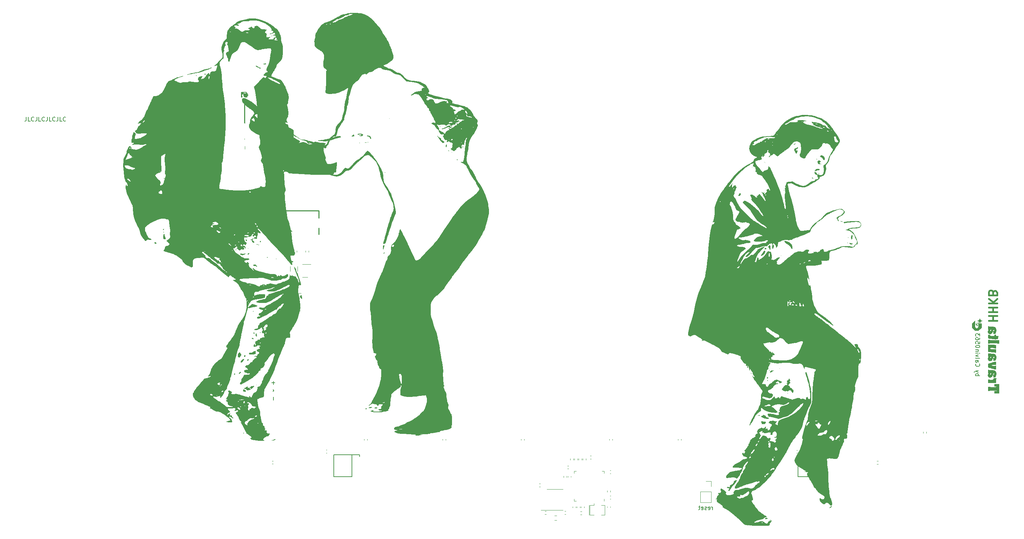
<source format=gbr>
%TF.GenerationSoftware,KiCad,Pcbnew,(7.0.0)*%
%TF.CreationDate,2024-02-06T10:54:19+01:00*%
%TF.ProjectId,travaulta HHKB,74726176-6175-46c7-9461-2048484b422e,rev?*%
%TF.SameCoordinates,Original*%
%TF.FileFunction,Legend,Bot*%
%TF.FilePolarity,Positive*%
%FSLAX46Y46*%
G04 Gerber Fmt 4.6, Leading zero omitted, Abs format (unit mm)*
G04 Created by KiCad (PCBNEW (7.0.0)) date 2024-02-06 10:54:19*
%MOMM*%
%LPD*%
G01*
G04 APERTURE LIST*
%ADD10C,0.150000*%
%ADD11C,0.400000*%
%ADD12C,0.200000*%
%ADD13C,0.120000*%
%ADD14C,0.170180*%
%ADD15C,0.002540*%
%ADD16C,0.254000*%
G04 APERTURE END LIST*
D10*
X246488869Y-86048214D02*
X247488869Y-86048214D01*
X247107916Y-86048214D02*
X247155535Y-85952976D01*
X247155535Y-85952976D02*
X247155535Y-85762500D01*
X247155535Y-85762500D02*
X247107916Y-85667262D01*
X247107916Y-85667262D02*
X247060297Y-85619643D01*
X247060297Y-85619643D02*
X246965059Y-85572024D01*
X246965059Y-85572024D02*
X246679345Y-85572024D01*
X246679345Y-85572024D02*
X246584107Y-85619643D01*
X246584107Y-85619643D02*
X246536488Y-85667262D01*
X246536488Y-85667262D02*
X246488869Y-85762500D01*
X246488869Y-85762500D02*
X246488869Y-85952976D01*
X246488869Y-85952976D02*
X246536488Y-86048214D01*
X247155535Y-85238690D02*
X246488869Y-85000595D01*
X247155535Y-84762500D02*
X246488869Y-85000595D01*
X246488869Y-85000595D02*
X246250773Y-85095833D01*
X246250773Y-85095833D02*
X246203154Y-85143452D01*
X246203154Y-85143452D02*
X246155535Y-85238690D01*
X246584107Y-83210119D02*
X246536488Y-83257738D01*
X246536488Y-83257738D02*
X246488869Y-83400595D01*
X246488869Y-83400595D02*
X246488869Y-83495833D01*
X246488869Y-83495833D02*
X246536488Y-83638690D01*
X246536488Y-83638690D02*
X246631726Y-83733928D01*
X246631726Y-83733928D02*
X246726964Y-83781547D01*
X246726964Y-83781547D02*
X246917440Y-83829166D01*
X246917440Y-83829166D02*
X247060297Y-83829166D01*
X247060297Y-83829166D02*
X247250773Y-83781547D01*
X247250773Y-83781547D02*
X247346011Y-83733928D01*
X247346011Y-83733928D02*
X247441250Y-83638690D01*
X247441250Y-83638690D02*
X247488869Y-83495833D01*
X247488869Y-83495833D02*
X247488869Y-83400595D01*
X247488869Y-83400595D02*
X247441250Y-83257738D01*
X247441250Y-83257738D02*
X247393630Y-83210119D01*
X246488869Y-82352976D02*
X247012678Y-82352976D01*
X247012678Y-82352976D02*
X247107916Y-82400595D01*
X247107916Y-82400595D02*
X247155535Y-82495833D01*
X247155535Y-82495833D02*
X247155535Y-82686309D01*
X247155535Y-82686309D02*
X247107916Y-82781547D01*
X246536488Y-82352976D02*
X246488869Y-82448214D01*
X246488869Y-82448214D02*
X246488869Y-82686309D01*
X246488869Y-82686309D02*
X246536488Y-82781547D01*
X246536488Y-82781547D02*
X246631726Y-82829166D01*
X246631726Y-82829166D02*
X246726964Y-82829166D01*
X246726964Y-82829166D02*
X246822202Y-82781547D01*
X246822202Y-82781547D02*
X246869821Y-82686309D01*
X246869821Y-82686309D02*
X246869821Y-82448214D01*
X246869821Y-82448214D02*
X246917440Y-82352976D01*
X246488869Y-81733928D02*
X246536488Y-81829166D01*
X246536488Y-81829166D02*
X246631726Y-81876785D01*
X246631726Y-81876785D02*
X247488869Y-81876785D01*
X247155535Y-81448213D02*
X246488869Y-81210118D01*
X246488869Y-81210118D02*
X247155535Y-80972023D01*
X246488869Y-80591070D02*
X247155535Y-80591070D01*
X247488869Y-80591070D02*
X247441250Y-80638689D01*
X247441250Y-80638689D02*
X247393630Y-80591070D01*
X247393630Y-80591070D02*
X247441250Y-80543451D01*
X247441250Y-80543451D02*
X247488869Y-80591070D01*
X247488869Y-80591070D02*
X247393630Y-80591070D01*
X247155535Y-80114880D02*
X246488869Y-80114880D01*
X247060297Y-80114880D02*
X247107916Y-80067261D01*
X247107916Y-80067261D02*
X247155535Y-79972023D01*
X247155535Y-79972023D02*
X247155535Y-79829166D01*
X247155535Y-79829166D02*
X247107916Y-79733928D01*
X247107916Y-79733928D02*
X247012678Y-79686309D01*
X247012678Y-79686309D02*
X246488869Y-79686309D01*
X247488869Y-79019642D02*
X247488869Y-78924404D01*
X247488869Y-78924404D02*
X247441250Y-78829166D01*
X247441250Y-78829166D02*
X247393630Y-78781547D01*
X247393630Y-78781547D02*
X247298392Y-78733928D01*
X247298392Y-78733928D02*
X247107916Y-78686309D01*
X247107916Y-78686309D02*
X246869821Y-78686309D01*
X246869821Y-78686309D02*
X246679345Y-78733928D01*
X246679345Y-78733928D02*
X246584107Y-78781547D01*
X246584107Y-78781547D02*
X246536488Y-78829166D01*
X246536488Y-78829166D02*
X246488869Y-78924404D01*
X246488869Y-78924404D02*
X246488869Y-79019642D01*
X246488869Y-79019642D02*
X246536488Y-79114880D01*
X246536488Y-79114880D02*
X246584107Y-79162499D01*
X246584107Y-79162499D02*
X246679345Y-79210118D01*
X246679345Y-79210118D02*
X246869821Y-79257737D01*
X246869821Y-79257737D02*
X247107916Y-79257737D01*
X247107916Y-79257737D02*
X247298392Y-79210118D01*
X247298392Y-79210118D02*
X247393630Y-79162499D01*
X247393630Y-79162499D02*
X247441250Y-79114880D01*
X247441250Y-79114880D02*
X247488869Y-79019642D01*
X247488869Y-77781547D02*
X247488869Y-78257737D01*
X247488869Y-78257737D02*
X247012678Y-78305356D01*
X247012678Y-78305356D02*
X247060297Y-78257737D01*
X247060297Y-78257737D02*
X247107916Y-78162499D01*
X247107916Y-78162499D02*
X247107916Y-77924404D01*
X247107916Y-77924404D02*
X247060297Y-77829166D01*
X247060297Y-77829166D02*
X247012678Y-77781547D01*
X247012678Y-77781547D02*
X246917440Y-77733928D01*
X246917440Y-77733928D02*
X246679345Y-77733928D01*
X246679345Y-77733928D02*
X246584107Y-77781547D01*
X246584107Y-77781547D02*
X246536488Y-77829166D01*
X246536488Y-77829166D02*
X246488869Y-77924404D01*
X246488869Y-77924404D02*
X246488869Y-78162499D01*
X246488869Y-78162499D02*
X246536488Y-78257737D01*
X246536488Y-78257737D02*
X246584107Y-78305356D01*
X247488869Y-76876785D02*
X247488869Y-77067261D01*
X247488869Y-77067261D02*
X247441250Y-77162499D01*
X247441250Y-77162499D02*
X247393630Y-77210118D01*
X247393630Y-77210118D02*
X247250773Y-77305356D01*
X247250773Y-77305356D02*
X247060297Y-77352975D01*
X247060297Y-77352975D02*
X246679345Y-77352975D01*
X246679345Y-77352975D02*
X246584107Y-77305356D01*
X246584107Y-77305356D02*
X246536488Y-77257737D01*
X246536488Y-77257737D02*
X246488869Y-77162499D01*
X246488869Y-77162499D02*
X246488869Y-76972023D01*
X246488869Y-76972023D02*
X246536488Y-76876785D01*
X246536488Y-76876785D02*
X246584107Y-76829166D01*
X246584107Y-76829166D02*
X246679345Y-76781547D01*
X246679345Y-76781547D02*
X246917440Y-76781547D01*
X246917440Y-76781547D02*
X247012678Y-76829166D01*
X247012678Y-76829166D02*
X247060297Y-76876785D01*
X247060297Y-76876785D02*
X247107916Y-76972023D01*
X247107916Y-76972023D02*
X247107916Y-77162499D01*
X247107916Y-77162499D02*
X247060297Y-77257737D01*
X247060297Y-77257737D02*
X247012678Y-77305356D01*
X247012678Y-77305356D02*
X246917440Y-77352975D01*
X247488869Y-76448213D02*
X247488869Y-75829166D01*
X247488869Y-75829166D02*
X247107916Y-76162499D01*
X247107916Y-76162499D02*
X247107916Y-76019642D01*
X247107916Y-76019642D02*
X247060297Y-75924404D01*
X247060297Y-75924404D02*
X247012678Y-75876785D01*
X247012678Y-75876785D02*
X246917440Y-75829166D01*
X246917440Y-75829166D02*
X246679345Y-75829166D01*
X246679345Y-75829166D02*
X246584107Y-75876785D01*
X246584107Y-75876785D02*
X246536488Y-75924404D01*
X246536488Y-75924404D02*
X246488869Y-76019642D01*
X246488869Y-76019642D02*
X246488869Y-76305356D01*
X246488869Y-76305356D02*
X246536488Y-76400594D01*
X246536488Y-76400594D02*
X246584107Y-76448213D01*
D11*
X249672738Y-72675297D02*
X251672738Y-72675297D01*
X250720357Y-72675297D02*
X250720357Y-71532440D01*
X249672738Y-71532440D02*
X251672738Y-71532440D01*
X249672738Y-70580059D02*
X251672738Y-70580059D01*
X250720357Y-70580059D02*
X250720357Y-69437202D01*
X249672738Y-69437202D02*
X251672738Y-69437202D01*
X249672738Y-68484821D02*
X251672738Y-68484821D01*
X249672738Y-67341964D02*
X250815595Y-68199107D01*
X251672738Y-67341964D02*
X250529880Y-68484821D01*
X250720357Y-65818154D02*
X250625119Y-65532440D01*
X250625119Y-65532440D02*
X250529880Y-65437202D01*
X250529880Y-65437202D02*
X250339404Y-65341964D01*
X250339404Y-65341964D02*
X250053690Y-65341964D01*
X250053690Y-65341964D02*
X249863214Y-65437202D01*
X249863214Y-65437202D02*
X249767976Y-65532440D01*
X249767976Y-65532440D02*
X249672738Y-65722916D01*
X249672738Y-65722916D02*
X249672738Y-66484821D01*
X249672738Y-66484821D02*
X251672738Y-66484821D01*
X251672738Y-66484821D02*
X251672738Y-65818154D01*
X251672738Y-65818154D02*
X251577500Y-65627678D01*
X251577500Y-65627678D02*
X251482261Y-65532440D01*
X251482261Y-65532440D02*
X251291785Y-65437202D01*
X251291785Y-65437202D02*
X251101309Y-65437202D01*
X251101309Y-65437202D02*
X250910833Y-65532440D01*
X250910833Y-65532440D02*
X250815595Y-65627678D01*
X250815595Y-65627678D02*
X250720357Y-65818154D01*
X250720357Y-65818154D02*
X250720357Y-66484821D01*
D10*
X16018451Y-23179880D02*
X16018451Y-23894166D01*
X16018451Y-23894166D02*
X15970832Y-24037023D01*
X15970832Y-24037023D02*
X15875594Y-24132261D01*
X15875594Y-24132261D02*
X15732737Y-24179880D01*
X15732737Y-24179880D02*
X15637499Y-24179880D01*
X16970832Y-24179880D02*
X16494642Y-24179880D01*
X16494642Y-24179880D02*
X16494642Y-23179880D01*
X17875594Y-24084642D02*
X17827975Y-24132261D01*
X17827975Y-24132261D02*
X17685118Y-24179880D01*
X17685118Y-24179880D02*
X17589880Y-24179880D01*
X17589880Y-24179880D02*
X17447023Y-24132261D01*
X17447023Y-24132261D02*
X17351785Y-24037023D01*
X17351785Y-24037023D02*
X17304166Y-23941785D01*
X17304166Y-23941785D02*
X17256547Y-23751309D01*
X17256547Y-23751309D02*
X17256547Y-23608452D01*
X17256547Y-23608452D02*
X17304166Y-23417976D01*
X17304166Y-23417976D02*
X17351785Y-23322738D01*
X17351785Y-23322738D02*
X17447023Y-23227500D01*
X17447023Y-23227500D02*
X17589880Y-23179880D01*
X17589880Y-23179880D02*
X17685118Y-23179880D01*
X17685118Y-23179880D02*
X17827975Y-23227500D01*
X17827975Y-23227500D02*
X17875594Y-23275119D01*
X18589880Y-23179880D02*
X18589880Y-23894166D01*
X18589880Y-23894166D02*
X18542261Y-24037023D01*
X18542261Y-24037023D02*
X18447023Y-24132261D01*
X18447023Y-24132261D02*
X18304166Y-24179880D01*
X18304166Y-24179880D02*
X18208928Y-24179880D01*
X19542261Y-24179880D02*
X19066071Y-24179880D01*
X19066071Y-24179880D02*
X19066071Y-23179880D01*
X20447023Y-24084642D02*
X20399404Y-24132261D01*
X20399404Y-24132261D02*
X20256547Y-24179880D01*
X20256547Y-24179880D02*
X20161309Y-24179880D01*
X20161309Y-24179880D02*
X20018452Y-24132261D01*
X20018452Y-24132261D02*
X19923214Y-24037023D01*
X19923214Y-24037023D02*
X19875595Y-23941785D01*
X19875595Y-23941785D02*
X19827976Y-23751309D01*
X19827976Y-23751309D02*
X19827976Y-23608452D01*
X19827976Y-23608452D02*
X19875595Y-23417976D01*
X19875595Y-23417976D02*
X19923214Y-23322738D01*
X19923214Y-23322738D02*
X20018452Y-23227500D01*
X20018452Y-23227500D02*
X20161309Y-23179880D01*
X20161309Y-23179880D02*
X20256547Y-23179880D01*
X20256547Y-23179880D02*
X20399404Y-23227500D01*
X20399404Y-23227500D02*
X20447023Y-23275119D01*
X21161309Y-23179880D02*
X21161309Y-23894166D01*
X21161309Y-23894166D02*
X21113690Y-24037023D01*
X21113690Y-24037023D02*
X21018452Y-24132261D01*
X21018452Y-24132261D02*
X20875595Y-24179880D01*
X20875595Y-24179880D02*
X20780357Y-24179880D01*
X22113690Y-24179880D02*
X21637500Y-24179880D01*
X21637500Y-24179880D02*
X21637500Y-23179880D01*
X23018452Y-24084642D02*
X22970833Y-24132261D01*
X22970833Y-24132261D02*
X22827976Y-24179880D01*
X22827976Y-24179880D02*
X22732738Y-24179880D01*
X22732738Y-24179880D02*
X22589881Y-24132261D01*
X22589881Y-24132261D02*
X22494643Y-24037023D01*
X22494643Y-24037023D02*
X22447024Y-23941785D01*
X22447024Y-23941785D02*
X22399405Y-23751309D01*
X22399405Y-23751309D02*
X22399405Y-23608452D01*
X22399405Y-23608452D02*
X22447024Y-23417976D01*
X22447024Y-23417976D02*
X22494643Y-23322738D01*
X22494643Y-23322738D02*
X22589881Y-23227500D01*
X22589881Y-23227500D02*
X22732738Y-23179880D01*
X22732738Y-23179880D02*
X22827976Y-23179880D01*
X22827976Y-23179880D02*
X22970833Y-23227500D01*
X22970833Y-23227500D02*
X23018452Y-23275119D01*
X23732738Y-23179880D02*
X23732738Y-23894166D01*
X23732738Y-23894166D02*
X23685119Y-24037023D01*
X23685119Y-24037023D02*
X23589881Y-24132261D01*
X23589881Y-24132261D02*
X23447024Y-24179880D01*
X23447024Y-24179880D02*
X23351786Y-24179880D01*
X24685119Y-24179880D02*
X24208929Y-24179880D01*
X24208929Y-24179880D02*
X24208929Y-23179880D01*
X25589881Y-24084642D02*
X25542262Y-24132261D01*
X25542262Y-24132261D02*
X25399405Y-24179880D01*
X25399405Y-24179880D02*
X25304167Y-24179880D01*
X25304167Y-24179880D02*
X25161310Y-24132261D01*
X25161310Y-24132261D02*
X25066072Y-24037023D01*
X25066072Y-24037023D02*
X25018453Y-23941785D01*
X25018453Y-23941785D02*
X24970834Y-23751309D01*
X24970834Y-23751309D02*
X24970834Y-23608452D01*
X24970834Y-23608452D02*
X25018453Y-23417976D01*
X25018453Y-23417976D02*
X25066072Y-23322738D01*
X25066072Y-23322738D02*
X25161310Y-23227500D01*
X25161310Y-23227500D02*
X25304167Y-23179880D01*
X25304167Y-23179880D02*
X25399405Y-23179880D01*
X25399405Y-23179880D02*
X25542262Y-23227500D01*
X25542262Y-23227500D02*
X25589881Y-23275119D01*
D12*
X75957796Y-89903764D02*
X76129224Y-89675192D01*
X76129224Y-89675192D02*
X75957796Y-89446621D01*
D10*
X182594047Y-118636130D02*
X182594047Y-117969464D01*
X182594047Y-118159940D02*
X182546428Y-118064702D01*
X182546428Y-118064702D02*
X182498809Y-118017083D01*
X182498809Y-118017083D02*
X182403571Y-117969464D01*
X182403571Y-117969464D02*
X182308333Y-117969464D01*
X181594047Y-118588511D02*
X181689285Y-118636130D01*
X181689285Y-118636130D02*
X181879761Y-118636130D01*
X181879761Y-118636130D02*
X181974999Y-118588511D01*
X181974999Y-118588511D02*
X182022618Y-118493273D01*
X182022618Y-118493273D02*
X182022618Y-118112321D01*
X182022618Y-118112321D02*
X181974999Y-118017083D01*
X181974999Y-118017083D02*
X181879761Y-117969464D01*
X181879761Y-117969464D02*
X181689285Y-117969464D01*
X181689285Y-117969464D02*
X181594047Y-118017083D01*
X181594047Y-118017083D02*
X181546428Y-118112321D01*
X181546428Y-118112321D02*
X181546428Y-118207559D01*
X181546428Y-118207559D02*
X182022618Y-118302797D01*
X181165475Y-118588511D02*
X181070237Y-118636130D01*
X181070237Y-118636130D02*
X180879761Y-118636130D01*
X180879761Y-118636130D02*
X180784523Y-118588511D01*
X180784523Y-118588511D02*
X180736904Y-118493273D01*
X180736904Y-118493273D02*
X180736904Y-118445654D01*
X180736904Y-118445654D02*
X180784523Y-118350416D01*
X180784523Y-118350416D02*
X180879761Y-118302797D01*
X180879761Y-118302797D02*
X181022618Y-118302797D01*
X181022618Y-118302797D02*
X181117856Y-118255178D01*
X181117856Y-118255178D02*
X181165475Y-118159940D01*
X181165475Y-118159940D02*
X181165475Y-118112321D01*
X181165475Y-118112321D02*
X181117856Y-118017083D01*
X181117856Y-118017083D02*
X181022618Y-117969464D01*
X181022618Y-117969464D02*
X180879761Y-117969464D01*
X180879761Y-117969464D02*
X180784523Y-118017083D01*
X179927380Y-118588511D02*
X180022618Y-118636130D01*
X180022618Y-118636130D02*
X180213094Y-118636130D01*
X180213094Y-118636130D02*
X180308332Y-118588511D01*
X180308332Y-118588511D02*
X180355951Y-118493273D01*
X180355951Y-118493273D02*
X180355951Y-118112321D01*
X180355951Y-118112321D02*
X180308332Y-118017083D01*
X180308332Y-118017083D02*
X180213094Y-117969464D01*
X180213094Y-117969464D02*
X180022618Y-117969464D01*
X180022618Y-117969464D02*
X179927380Y-118017083D01*
X179927380Y-118017083D02*
X179879761Y-118112321D01*
X179879761Y-118112321D02*
X179879761Y-118207559D01*
X179879761Y-118207559D02*
X180355951Y-118302797D01*
X179594046Y-117969464D02*
X179213094Y-117969464D01*
X179451189Y-117636130D02*
X179451189Y-118493273D01*
X179451189Y-118493273D02*
X179403570Y-118588511D01*
X179403570Y-118588511D02*
X179308332Y-118636130D01*
X179308332Y-118636130D02*
X179213094Y-118636130D01*
X75979993Y-91977945D02*
X75979993Y-91216041D01*
X76009190Y-88153109D02*
X76009190Y-87391205D01*
X75628238Y-87772157D02*
X76390142Y-87772157D01*
%TO.C,G\u002A\u002A\u002A*%
G36*
X249767505Y-77336076D02*
G01*
X249900218Y-77356936D01*
X249979020Y-77391596D01*
X249996797Y-77402381D01*
X250076264Y-77421362D01*
X250219699Y-77436606D01*
X250434408Y-77448588D01*
X250727697Y-77457780D01*
X251106873Y-77464655D01*
X252176559Y-77479457D01*
X252176559Y-77872453D01*
X252176559Y-78265450D01*
X251946282Y-78265450D01*
X251866873Y-78262702D01*
X251746928Y-78245885D01*
X251687202Y-78218844D01*
X251666847Y-78208995D01*
X251563113Y-78193718D01*
X251381616Y-78182142D01*
X251132273Y-78174804D01*
X250825000Y-78172239D01*
X250648385Y-78173037D01*
X250371945Y-78178310D01*
X250158923Y-78188059D01*
X250019235Y-78201749D01*
X249962798Y-78218844D01*
X249939503Y-78234572D01*
X249842708Y-78256744D01*
X249703717Y-78265450D01*
X249473440Y-78265450D01*
X249473440Y-77799395D01*
X249473440Y-77333340D01*
X249697146Y-77333340D01*
X249767505Y-77336076D01*
G37*
G36*
X251275545Y-86654767D02*
G01*
X251413628Y-86659564D01*
X251488035Y-86674838D01*
X251518331Y-86706531D01*
X251524082Y-86760584D01*
X251504256Y-86859151D01*
X251445415Y-86979041D01*
X251442617Y-86983060D01*
X251397937Y-87070453D01*
X251422113Y-87109808D01*
X251449098Y-87149634D01*
X251470340Y-87281004D01*
X251477477Y-87501363D01*
X251477477Y-87874463D01*
X251186192Y-87843846D01*
X251153437Y-87840644D01*
X250950912Y-87826714D01*
X250709817Y-87816925D01*
X250475458Y-87813229D01*
X250430001Y-87813396D01*
X250190555Y-87818506D01*
X249953694Y-87829306D01*
X249764724Y-87843846D01*
X249473440Y-87874463D01*
X249473440Y-87427571D01*
X249473440Y-86980679D01*
X249676004Y-86980679D01*
X249710115Y-86981636D01*
X249882208Y-87006984D01*
X250029598Y-87056022D01*
X250201655Y-87107748D01*
X250433754Y-87110374D01*
X250540286Y-87096850D01*
X250703167Y-87040415D01*
X250794095Y-86938595D01*
X250823517Y-86782606D01*
X250825000Y-86654440D01*
X251174541Y-86654440D01*
X251275545Y-86654767D01*
G37*
G36*
X252223165Y-89264349D02*
G01*
X252223165Y-90429486D01*
X251617293Y-90429486D01*
X251011422Y-90429486D01*
X251011422Y-90126551D01*
X251011422Y-89823615D01*
X251314357Y-89823615D01*
X251383109Y-89823103D01*
X251524804Y-89814714D01*
X251597069Y-89792919D01*
X251617293Y-89753707D01*
X251606212Y-89728630D01*
X251563296Y-89709594D01*
X251476260Y-89696679D01*
X251332836Y-89688799D01*
X251120756Y-89684867D01*
X250827750Y-89683798D01*
X250688050Y-89684357D01*
X250415886Y-89689385D01*
X250204962Y-89699139D01*
X250065921Y-89713014D01*
X250009403Y-89730404D01*
X249977643Y-89748693D01*
X249872977Y-89769080D01*
X249727020Y-89777009D01*
X249473440Y-89777009D01*
X249473440Y-89264349D01*
X249473440Y-88751688D01*
X249727020Y-88751688D01*
X249828853Y-88755448D01*
X249950237Y-88772369D01*
X250009403Y-88798294D01*
X250012447Y-88801530D01*
X250079355Y-88820111D01*
X250214669Y-88833882D01*
X250400438Y-88842975D01*
X250618714Y-88847521D01*
X250851546Y-88847650D01*
X251080986Y-88843495D01*
X251289083Y-88835186D01*
X251457889Y-88822853D01*
X251569453Y-88806628D01*
X251605827Y-88786642D01*
X251581184Y-88763078D01*
X251474630Y-88732185D01*
X251299007Y-88714510D01*
X251011422Y-88700635D01*
X251011422Y-88399923D01*
X251011422Y-88099211D01*
X251617293Y-88099211D01*
X252223165Y-88099211D01*
X252223165Y-89264349D01*
G37*
G36*
X251477477Y-83065817D02*
G01*
X251477477Y-83485266D01*
X251253770Y-83485266D01*
X251183013Y-83482685D01*
X251052149Y-83463325D01*
X250976029Y-83431231D01*
X250968843Y-83424918D01*
X250906405Y-83405901D01*
X250794319Y-83417287D01*
X250613904Y-83460593D01*
X250602271Y-83463773D01*
X250458163Y-83509402D01*
X250365558Y-83550387D01*
X250344031Y-83578199D01*
X250377696Y-83600516D01*
X250512278Y-83646067D01*
X250702053Y-83677956D01*
X250920515Y-83692588D01*
X251141160Y-83686365D01*
X251477477Y-83658169D01*
X251477477Y-84107681D01*
X251477477Y-84557193D01*
X251253770Y-84557193D01*
X251182120Y-84555156D01*
X251055615Y-84540433D01*
X250985789Y-84516157D01*
X250963786Y-84504361D01*
X250863150Y-84466653D01*
X250698335Y-84412489D01*
X250485907Y-84347216D01*
X250242431Y-84276181D01*
X250103461Y-84236453D01*
X249876970Y-84170861D01*
X249691465Y-84116061D01*
X249563192Y-84076878D01*
X249508394Y-84058136D01*
X249500230Y-84041744D01*
X249486475Y-83950416D01*
X249476981Y-83798826D01*
X249473440Y-83608736D01*
X249473440Y-83178440D01*
X250160871Y-82977472D01*
X250279345Y-82942327D01*
X250516993Y-82868696D01*
X250720622Y-82801504D01*
X250871658Y-82747000D01*
X250951525Y-82711435D01*
X250981277Y-82696329D01*
X251111777Y-82660636D01*
X251266112Y-82646367D01*
X251477477Y-82646367D01*
X251477477Y-83065817D01*
G37*
G36*
X251359524Y-76123166D02*
G01*
X251441083Y-76137372D01*
X251472386Y-76178645D01*
X251477477Y-76261413D01*
X251477477Y-76401229D01*
X251757110Y-76401229D01*
X251884339Y-76405077D01*
X251994661Y-76417743D01*
X252037340Y-76436184D01*
X252037185Y-76439508D01*
X252024981Y-76509344D01*
X251997109Y-76640981D01*
X251958910Y-76809028D01*
X251879883Y-77146918D01*
X251678680Y-77146918D01*
X251623692Y-77148698D01*
X251519026Y-77165244D01*
X251477477Y-77193523D01*
X251461751Y-77210311D01*
X251377378Y-77231745D01*
X251244449Y-77240129D01*
X251160533Y-77237294D01*
X251053345Y-77222075D01*
X251011422Y-77198096D01*
X251008490Y-77193945D01*
X250943866Y-77177380D01*
X250807392Y-77161781D01*
X250616114Y-77148737D01*
X250387078Y-77139839D01*
X250273793Y-77136685D01*
X250046887Y-77127713D01*
X249889164Y-77115184D01*
X249783434Y-77096512D01*
X249712507Y-77069114D01*
X249659191Y-77030404D01*
X249580689Y-76944765D01*
X249517499Y-76843982D01*
X249516929Y-76842571D01*
X249490200Y-76719274D01*
X249478263Y-76547095D01*
X249482131Y-76368626D01*
X249502815Y-76226459D01*
X249534430Y-76160811D01*
X249602687Y-76129273D01*
X249735206Y-76121596D01*
X249804743Y-76123415D01*
X249908062Y-76143350D01*
X249939495Y-76188862D01*
X249939822Y-76199255D01*
X249982237Y-76290198D01*
X250099460Y-76353028D01*
X250296669Y-76389466D01*
X250579039Y-76401229D01*
X251011422Y-76401229D01*
X251011422Y-76261413D01*
X251014038Y-76192368D01*
X251037714Y-76143433D01*
X251106503Y-76124651D01*
X251244449Y-76121596D01*
X251359524Y-76123166D01*
G37*
G36*
X249741422Y-78520771D02*
G01*
X249791445Y-78525798D01*
X249965926Y-78538691D01*
X250198990Y-78551869D01*
X250466281Y-78564041D01*
X250743440Y-78573915D01*
X251477477Y-78596139D01*
X251477477Y-79013363D01*
X251477477Y-79430587D01*
X251247200Y-79430587D01*
X251167791Y-79427840D01*
X251047846Y-79411023D01*
X250988119Y-79383982D01*
X250959494Y-79370327D01*
X250851525Y-79353193D01*
X250682784Y-79341623D01*
X250472708Y-79337376D01*
X250345188Y-79337508D01*
X250171511Y-79339949D01*
X250065416Y-79348464D01*
X250010251Y-79366852D01*
X249989363Y-79398915D01*
X249986101Y-79448454D01*
X249986451Y-79463625D01*
X250000119Y-79521500D01*
X250043041Y-79562724D01*
X250128001Y-79590061D01*
X250267781Y-79606272D01*
X250475163Y-79614122D01*
X250762931Y-79616373D01*
X250988005Y-79618832D01*
X251184596Y-79625109D01*
X251330220Y-79634249D01*
X251403757Y-79645298D01*
X251436895Y-79671225D01*
X251461527Y-79739049D01*
X251474011Y-79864288D01*
X251477477Y-80064748D01*
X251477477Y-80455908D01*
X251247200Y-80455908D01*
X251167791Y-80453161D01*
X251047846Y-80436344D01*
X250988119Y-80409303D01*
X250949303Y-80393458D01*
X250830506Y-80377326D01*
X250649817Y-80366594D01*
X250424605Y-80362697D01*
X250155721Y-80357043D01*
X249897039Y-80332841D01*
X249711930Y-80287081D01*
X249590352Y-80217064D01*
X249522264Y-80120089D01*
X249491520Y-79991404D01*
X249477982Y-79801263D01*
X249487027Y-79607715D01*
X249518892Y-79456924D01*
X249540814Y-79374449D01*
X249518892Y-79337376D01*
X249509946Y-79330097D01*
X249490917Y-79254059D01*
X249478122Y-79109395D01*
X249473440Y-78913613D01*
X249473440Y-78489851D01*
X249741422Y-78520771D01*
G37*
G36*
X249977050Y-86545181D02*
G01*
X249782424Y-86499834D01*
X249614221Y-86390735D01*
X249494838Y-86219822D01*
X249442165Y-86057039D01*
X249442386Y-85862552D01*
X249490770Y-85731635D01*
X249993879Y-85731635D01*
X250059623Y-85800074D01*
X250133697Y-85800000D01*
X250221628Y-85729089D01*
X250287175Y-85594165D01*
X250299214Y-85539614D01*
X250275283Y-85498291D01*
X250180650Y-85489303D01*
X250081520Y-85505974D01*
X250014390Y-85563023D01*
X249999380Y-85608048D01*
X249993879Y-85731635D01*
X249490770Y-85731635D01*
X249520046Y-85652422D01*
X249523556Y-85645539D01*
X249584322Y-85524570D01*
X249606285Y-85464763D01*
X249591831Y-85444633D01*
X249543348Y-85442697D01*
X249542969Y-85442696D01*
X249508313Y-85425568D01*
X249487056Y-85363903D01*
X249476373Y-85241520D01*
X249473440Y-85042237D01*
X249473440Y-84641777D01*
X249741422Y-84671131D01*
X249862811Y-84682930D01*
X250072412Y-84700427D01*
X250318187Y-84718823D01*
X250568669Y-84735662D01*
X250785929Y-84751817D01*
X250984646Y-84771480D01*
X251133743Y-84791568D01*
X251211480Y-84809581D01*
X251219029Y-84813406D01*
X251309514Y-84902245D01*
X251396582Y-85054109D01*
X251467344Y-85241767D01*
X251508909Y-85437985D01*
X251514679Y-85513774D01*
X251500428Y-85780173D01*
X251444374Y-86061599D01*
X251354747Y-86311415D01*
X251314988Y-86387721D01*
X251261923Y-86442157D01*
X251176938Y-86464010D01*
X251029414Y-86468018D01*
X250778394Y-86468018D01*
X250778394Y-86121573D01*
X250778848Y-85992621D01*
X250784600Y-85867162D01*
X250802933Y-85800361D01*
X250841151Y-85771629D01*
X250906559Y-85760380D01*
X250935000Y-85756333D01*
X251014232Y-85718752D01*
X251034724Y-85629119D01*
X251032471Y-85586077D01*
X250998710Y-85526838D01*
X250902179Y-85512606D01*
X250868839Y-85513509D01*
X250809501Y-85528879D01*
X250764079Y-85577912D01*
X250719371Y-85679252D01*
X250662172Y-85851546D01*
X250657822Y-85865170D01*
X250594487Y-86046710D01*
X250530716Y-86204232D01*
X250479691Y-86304980D01*
X250355978Y-86436875D01*
X250175701Y-86524840D01*
X250059623Y-86536726D01*
X249977050Y-86545181D01*
G37*
G36*
X249977050Y-82537108D02*
G01*
X249782424Y-82491761D01*
X249614221Y-82382662D01*
X249494838Y-82211749D01*
X249442165Y-82048965D01*
X249442386Y-81854479D01*
X249490770Y-81723562D01*
X249993879Y-81723562D01*
X250059623Y-81792001D01*
X250133697Y-81791926D01*
X250221628Y-81721016D01*
X250287175Y-81586092D01*
X250299214Y-81531541D01*
X250275283Y-81490217D01*
X250180650Y-81481229D01*
X250081520Y-81497901D01*
X250014390Y-81554949D01*
X249999380Y-81599974D01*
X249993879Y-81723562D01*
X249490770Y-81723562D01*
X249520046Y-81644349D01*
X249523556Y-81637465D01*
X249584322Y-81516497D01*
X249606285Y-81456690D01*
X249591831Y-81436560D01*
X249543348Y-81434624D01*
X249542969Y-81434623D01*
X249508313Y-81417495D01*
X249487056Y-81355830D01*
X249476373Y-81233447D01*
X249473440Y-81034164D01*
X249473440Y-80633704D01*
X249741422Y-80663057D01*
X249862811Y-80674857D01*
X250072412Y-80692353D01*
X250318187Y-80710749D01*
X250568669Y-80727589D01*
X250785929Y-80743744D01*
X250984646Y-80763407D01*
X251133743Y-80783495D01*
X251211480Y-80801508D01*
X251219029Y-80805333D01*
X251309514Y-80894171D01*
X251396582Y-81046036D01*
X251467344Y-81233693D01*
X251508909Y-81429912D01*
X251514679Y-81505701D01*
X251500428Y-81772100D01*
X251444374Y-82053526D01*
X251354747Y-82303342D01*
X251314988Y-82379648D01*
X251261923Y-82434084D01*
X251176938Y-82455936D01*
X251029414Y-82459945D01*
X250778394Y-82459945D01*
X250778394Y-82113499D01*
X250778848Y-81984547D01*
X250784600Y-81859088D01*
X250802933Y-81792287D01*
X250841151Y-81763556D01*
X250906559Y-81752307D01*
X250935000Y-81748260D01*
X251014232Y-81710678D01*
X251034724Y-81621046D01*
X251032471Y-81578003D01*
X250998710Y-81518764D01*
X250902179Y-81504532D01*
X250868839Y-81505436D01*
X250809501Y-81520806D01*
X250764079Y-81569838D01*
X250719371Y-81671178D01*
X250662172Y-81843472D01*
X250657822Y-81857097D01*
X250594487Y-82038637D01*
X250530716Y-82196159D01*
X250479691Y-82296906D01*
X250355978Y-82428802D01*
X250175701Y-82516767D01*
X250059623Y-82528653D01*
X249977050Y-82537108D01*
G37*
G36*
X249977050Y-75965732D02*
G01*
X249782424Y-75920384D01*
X249614221Y-75811286D01*
X249494838Y-75640372D01*
X249442165Y-75477589D01*
X249442386Y-75283103D01*
X249490770Y-75152186D01*
X249993879Y-75152186D01*
X250059623Y-75220625D01*
X250133697Y-75220550D01*
X250221628Y-75149640D01*
X250287175Y-75014716D01*
X250299214Y-74960165D01*
X250275283Y-74918841D01*
X250180650Y-74909853D01*
X250081520Y-74926525D01*
X250014390Y-74983573D01*
X249999380Y-75028598D01*
X249993879Y-75152186D01*
X249490770Y-75152186D01*
X249520046Y-75072973D01*
X249523556Y-75066089D01*
X249584322Y-74945121D01*
X249606285Y-74885314D01*
X249591831Y-74865184D01*
X249543348Y-74863248D01*
X249542969Y-74863247D01*
X249508313Y-74846119D01*
X249487056Y-74784454D01*
X249476373Y-74662070D01*
X249473440Y-74462788D01*
X249473440Y-74062328D01*
X249741422Y-74091681D01*
X249862811Y-74103480D01*
X250072412Y-74120977D01*
X250318187Y-74139373D01*
X250568669Y-74156213D01*
X250785929Y-74172368D01*
X250984646Y-74192031D01*
X251133743Y-74212119D01*
X251211480Y-74230132D01*
X251219029Y-74233956D01*
X251309514Y-74322795D01*
X251396582Y-74474660D01*
X251467344Y-74662317D01*
X251508909Y-74858536D01*
X251514679Y-74934325D01*
X251500428Y-75200723D01*
X251444374Y-75482150D01*
X251354747Y-75731966D01*
X251314988Y-75808272D01*
X251261923Y-75862708D01*
X251176938Y-75884560D01*
X251029414Y-75888569D01*
X250778394Y-75888569D01*
X250778394Y-75542123D01*
X250778848Y-75413171D01*
X250784600Y-75287712D01*
X250802933Y-75220911D01*
X250841151Y-75192180D01*
X250906559Y-75180931D01*
X250935000Y-75176884D01*
X251014232Y-75139302D01*
X251034724Y-75049670D01*
X251032471Y-75006627D01*
X250998710Y-74947388D01*
X250902179Y-74933156D01*
X250868839Y-74934059D01*
X250809501Y-74949430D01*
X250764079Y-74998462D01*
X250719371Y-75099802D01*
X250662172Y-75272096D01*
X250657822Y-75285721D01*
X250594487Y-75467261D01*
X250530716Y-75624783D01*
X250479691Y-75725530D01*
X250355978Y-75857425D01*
X250175701Y-75945391D01*
X250059623Y-75957277D01*
X249977050Y-75965732D01*
G37*
G36*
X246884250Y-73175750D02*
G01*
X246998250Y-73289737D01*
X246998250Y-73444737D01*
X246998250Y-73599737D01*
X246884250Y-73485750D01*
X246770250Y-73371764D01*
X246770250Y-73216764D01*
X246770250Y-73061764D01*
X246884250Y-73175750D01*
G37*
G36*
X246544546Y-73343433D02*
G01*
X246547988Y-73346713D01*
X246554000Y-73352568D01*
X246562432Y-73360850D01*
X246573132Y-73371408D01*
X246585951Y-73384093D01*
X246600736Y-73398755D01*
X246617338Y-73415244D01*
X246635606Y-73433411D01*
X246655388Y-73453105D01*
X246676535Y-73474177D01*
X246698895Y-73496476D01*
X246722317Y-73519855D01*
X246746652Y-73544162D01*
X246771747Y-73569247D01*
X246998250Y-73795744D01*
X246998250Y-73950744D01*
X246998250Y-74105744D01*
X246770250Y-73877750D01*
X246542250Y-73649757D01*
X246542250Y-73496254D01*
X246542251Y-73491811D01*
X246542277Y-73467615D01*
X246542338Y-73444669D01*
X246542432Y-73423278D01*
X246542555Y-73403747D01*
X246542705Y-73386383D01*
X246542878Y-73371490D01*
X246543072Y-73359375D01*
X246543283Y-73350343D01*
X246543509Y-73344700D01*
X246543747Y-73342750D01*
X246544546Y-73343433D01*
G37*
G36*
X246378250Y-73427756D02*
G01*
X246378250Y-74211758D01*
X246574250Y-74407750D01*
X246770250Y-74603743D01*
X246966250Y-74407750D01*
X247162251Y-74211758D01*
X247162250Y-73628254D01*
X247162254Y-73587545D01*
X247162265Y-73540377D01*
X247162284Y-73494388D01*
X247162310Y-73449734D01*
X247162344Y-73406572D01*
X247162385Y-73365058D01*
X247162432Y-73325349D01*
X247162485Y-73287603D01*
X247162545Y-73251975D01*
X247162610Y-73218623D01*
X247162680Y-73187704D01*
X247162755Y-73159373D01*
X247162834Y-73133789D01*
X247162918Y-73111107D01*
X247163006Y-73091485D01*
X247163097Y-73075078D01*
X247163192Y-73062045D01*
X247163289Y-73052541D01*
X247163389Y-73046724D01*
X247163491Y-73044750D01*
X247166252Y-73046138D01*
X247171432Y-73050080D01*
X247178683Y-73056238D01*
X247187658Y-73064275D01*
X247198012Y-73073854D01*
X247209397Y-73084636D01*
X247221467Y-73096285D01*
X247233875Y-73108463D01*
X247246275Y-73120833D01*
X247258319Y-73133058D01*
X247269662Y-73144799D01*
X247279956Y-73155720D01*
X247288855Y-73165483D01*
X247296013Y-73173750D01*
X247321196Y-73205099D01*
X247357718Y-73255242D01*
X247390774Y-73306861D01*
X247420483Y-73360194D01*
X247446968Y-73415480D01*
X247470347Y-73472960D01*
X247490742Y-73532872D01*
X247508272Y-73595455D01*
X247509795Y-73601380D01*
X247512289Y-73610575D01*
X247514403Y-73617730D01*
X247515950Y-73622229D01*
X247516743Y-73623455D01*
X247517352Y-73621820D01*
X247518675Y-73617094D01*
X247520205Y-73610750D01*
X247521578Y-73604883D01*
X247525358Y-73589958D01*
X247530006Y-73572806D01*
X247535218Y-73554484D01*
X247540688Y-73536054D01*
X247546112Y-73518572D01*
X247551186Y-73503100D01*
X247553967Y-73495024D01*
X247576541Y-73436046D01*
X247602446Y-73378903D01*
X247631547Y-73323851D01*
X247663709Y-73271148D01*
X247698797Y-73221053D01*
X247700145Y-73219256D01*
X247705954Y-73211524D01*
X247710778Y-73205128D01*
X247714146Y-73200692D01*
X247715587Y-73198837D01*
X247715962Y-73199083D01*
X247718733Y-73201592D01*
X247724016Y-73206626D01*
X247731600Y-73213977D01*
X247741273Y-73223438D01*
X247752823Y-73234800D01*
X247766039Y-73247854D01*
X247780709Y-73262393D01*
X247796622Y-73278207D01*
X247813566Y-73295089D01*
X247831331Y-73312831D01*
X247946250Y-73427737D01*
X247946250Y-73918742D01*
X247946250Y-74409747D01*
X247554752Y-74801249D01*
X247163254Y-75192751D01*
X246770254Y-75192751D01*
X246377254Y-75192750D01*
X245985752Y-74801252D01*
X245594250Y-74409754D01*
X245594250Y-73918750D01*
X245594250Y-73427747D01*
X245986250Y-73035750D01*
X246378250Y-72643754D01*
X246378250Y-73427756D01*
G37*
G36*
X247517014Y-72094903D02*
G01*
X247517950Y-72098277D01*
X247519611Y-72104594D01*
X247521777Y-72113009D01*
X247524228Y-72122676D01*
X247530116Y-72144599D01*
X247546142Y-72194303D01*
X247565682Y-72243701D01*
X247588431Y-72292168D01*
X247614082Y-72339082D01*
X247642330Y-72383817D01*
X247672868Y-72425750D01*
X247688668Y-72445170D01*
X247709612Y-72469145D01*
X247731997Y-72493126D01*
X247754975Y-72516236D01*
X247777701Y-72537602D01*
X247799326Y-72556348D01*
X247818452Y-72571664D01*
X247865513Y-72605738D01*
X247914639Y-72636411D01*
X247965699Y-72663617D01*
X248018563Y-72687289D01*
X248073102Y-72707361D01*
X248129185Y-72723768D01*
X248133714Y-72724936D01*
X248142644Y-72727335D01*
X248148249Y-72729060D01*
X248150941Y-72730278D01*
X248151131Y-72731155D01*
X248149229Y-72731856D01*
X248113692Y-72741026D01*
X248057774Y-72758553D01*
X248004049Y-72779372D01*
X247952392Y-72803538D01*
X247902674Y-72831109D01*
X247854769Y-72862139D01*
X247830018Y-72880093D01*
X247786277Y-72915527D01*
X247745050Y-72953847D01*
X247706491Y-72994833D01*
X247670754Y-73038261D01*
X247637992Y-73083912D01*
X247608360Y-73131564D01*
X247582012Y-73180995D01*
X247559101Y-73231984D01*
X247539780Y-73284310D01*
X247524205Y-73337750D01*
X247523632Y-73340003D01*
X247521146Y-73349460D01*
X247518954Y-73357332D01*
X247517276Y-73362853D01*
X247516332Y-73365256D01*
X247515730Y-73364805D01*
X247514312Y-73361347D01*
X247512456Y-73355248D01*
X247510405Y-73347256D01*
X247505818Y-73329198D01*
X247495238Y-73293578D01*
X247482515Y-73256983D01*
X247468088Y-73220633D01*
X247452396Y-73185750D01*
X247433400Y-73148575D01*
X247404527Y-73099520D01*
X247372480Y-73052706D01*
X247337424Y-73008279D01*
X247299522Y-72966384D01*
X247258937Y-72927165D01*
X247215833Y-72890768D01*
X247170373Y-72857339D01*
X247122721Y-72827021D01*
X247073041Y-72799961D01*
X247021497Y-72776303D01*
X246968250Y-72756192D01*
X246960304Y-72753539D01*
X246950808Y-72750487D01*
X246941080Y-72747524D01*
X246930391Y-72744440D01*
X246918010Y-72741026D01*
X246903206Y-72737070D01*
X246885250Y-72732365D01*
X246883773Y-72731975D01*
X246881325Y-72731189D01*
X246880644Y-72730418D01*
X246882153Y-72729466D01*
X246886274Y-72728133D01*
X246893430Y-72726221D01*
X246904043Y-72723531D01*
X246908028Y-72722502D01*
X246920798Y-72718984D01*
X246935293Y-72714746D01*
X246950015Y-72710231D01*
X246963471Y-72705885D01*
X247004349Y-72691049D01*
X247056751Y-72668392D01*
X247107153Y-72642400D01*
X247155427Y-72613215D01*
X247201439Y-72580978D01*
X247245058Y-72545830D01*
X247286153Y-72507912D01*
X247324593Y-72467364D01*
X247360245Y-72424328D01*
X247392979Y-72378944D01*
X247422663Y-72331354D01*
X247449165Y-72281699D01*
X247472354Y-72230119D01*
X247492098Y-72176756D01*
X247508267Y-72121750D01*
X247509940Y-72115399D01*
X247512471Y-72106425D01*
X247514609Y-72099609D01*
X247516169Y-72095525D01*
X247516966Y-72094750D01*
X247517014Y-72094903D01*
G37*
D13*
%TO.C,Y1*%
X152616000Y-117945000D02*
X152616000Y-117545000D01*
X152616000Y-119945000D02*
X152616000Y-117945000D01*
X152816000Y-117945000D02*
X152816000Y-117545000D01*
X152816000Y-117945000D02*
X152816000Y-119945000D01*
X152816000Y-119945000D02*
X153816000Y-119945000D01*
X153816000Y-117545000D02*
X152816000Y-117545000D01*
X153816000Y-117545000D02*
X153816000Y-117145000D01*
X155616000Y-119945000D02*
X156416000Y-119945000D01*
X156416000Y-117545000D02*
X155616000Y-117545000D01*
X156416000Y-117945000D02*
X156416000Y-117545000D01*
X156416000Y-119945000D02*
X156416000Y-117945000D01*
%TO.C,C7*%
X147611836Y-108691000D02*
X147396164Y-108691000D01*
X147611836Y-107971000D02*
X147396164Y-107971000D01*
%TO.C,C12*%
X202981600Y-104174305D02*
X203197272Y-104174305D01*
X202981600Y-104894305D02*
X203197272Y-104894305D01*
%TO.C,C15*%
X149391000Y-117912164D02*
X149391000Y-118127836D01*
X148671000Y-117912164D02*
X148671000Y-118127836D01*
%TO.C,G\u002A\u002A\u002A*%
G36*
X99737333Y-28913667D02*
G01*
X99695000Y-28956000D01*
X99652666Y-28913667D01*
X99695000Y-28871334D01*
X99737333Y-28913667D01*
G37*
G36*
X73152000Y-52197000D02*
G01*
X73109666Y-52239334D01*
X73067333Y-52197000D01*
X73109666Y-52154667D01*
X73152000Y-52197000D01*
G37*
G36*
X72898000Y-59817000D02*
G01*
X72855666Y-59859334D01*
X72813333Y-59817000D01*
X72855666Y-59774667D01*
X72898000Y-59817000D01*
G37*
G36*
X72728666Y-75141667D02*
G01*
X72686333Y-75184000D01*
X72644000Y-75141667D01*
X72686333Y-75099334D01*
X72728666Y-75141667D01*
G37*
G36*
X72728666Y-54059667D02*
G01*
X72686333Y-54102000D01*
X72644000Y-54059667D01*
X72686333Y-54017334D01*
X72728666Y-54059667D01*
G37*
G36*
X72136000Y-53043667D02*
G01*
X72093666Y-53086000D01*
X72051333Y-53043667D01*
X72093666Y-53001334D01*
X72136000Y-53043667D01*
G37*
G36*
X70866000Y-52197000D02*
G01*
X70823666Y-52239334D01*
X70781333Y-52197000D01*
X70823666Y-52154667D01*
X70866000Y-52197000D01*
G37*
G36*
X70781333Y-59647667D02*
G01*
X70739000Y-59690000D01*
X70696666Y-59647667D01*
X70739000Y-59605334D01*
X70781333Y-59647667D01*
G37*
G36*
X70696666Y-14012334D02*
G01*
X70654333Y-14054667D01*
X70612000Y-14012334D01*
X70654333Y-13970000D01*
X70696666Y-14012334D01*
G37*
G36*
X69850000Y-97070334D02*
G01*
X69807666Y-97112667D01*
X69765333Y-97070334D01*
X69807666Y-97028000D01*
X69850000Y-97070334D01*
G37*
G36*
X61468000Y-10879667D02*
G01*
X61425666Y-10922000D01*
X61383333Y-10879667D01*
X61425666Y-10837334D01*
X61468000Y-10879667D01*
G37*
G36*
X54864000Y-12996334D02*
G01*
X54821666Y-13038667D01*
X54779333Y-12996334D01*
X54821666Y-12954000D01*
X54864000Y-12996334D01*
G37*
G36*
X54356000Y-13165667D02*
G01*
X54313666Y-13208000D01*
X54271333Y-13165667D01*
X54313666Y-13123334D01*
X54356000Y-13165667D01*
G37*
G36*
X43010666Y-25273000D02*
G01*
X42968333Y-25315334D01*
X42926000Y-25273000D01*
X42968333Y-25230667D01*
X43010666Y-25273000D01*
G37*
G36*
X78881111Y-79191556D02*
G01*
X78894357Y-79217022D01*
X78824666Y-79248000D01*
X78779844Y-79241890D01*
X78768222Y-79191556D01*
X78780631Y-79181423D01*
X78881111Y-79191556D01*
G37*
G36*
X73208444Y-10357556D02*
G01*
X73221690Y-10383022D01*
X73152000Y-10414000D01*
X73107178Y-10407890D01*
X73095555Y-10357556D01*
X73107965Y-10347423D01*
X73208444Y-10357556D01*
G37*
G36*
X70668444Y-58617556D02*
G01*
X70681690Y-58643022D01*
X70612000Y-58674000D01*
X70567178Y-58667890D01*
X70555555Y-58617556D01*
X70567965Y-58607423D01*
X70668444Y-58617556D01*
G37*
G36*
X69357875Y-10271497D02*
G01*
X69397064Y-10301972D01*
X69306722Y-10322649D01*
X69220848Y-10316663D01*
X69195597Y-10278181D01*
X69225551Y-10261403D01*
X69357875Y-10271497D01*
G37*
G36*
X69074631Y-28532667D02*
G01*
X69062829Y-28649136D01*
X69031927Y-28638500D01*
X69020744Y-28600176D01*
X69031927Y-28426834D01*
X69061326Y-28412471D01*
X69074631Y-28532667D01*
G37*
G36*
X54581778Y-13066889D02*
G01*
X54595023Y-13092355D01*
X54525333Y-13123334D01*
X54480511Y-13117223D01*
X54468889Y-13066889D01*
X54481298Y-13056756D01*
X54581778Y-13066889D01*
G37*
G36*
X49516631Y-38100000D02*
G01*
X49504829Y-38216470D01*
X49473927Y-38205834D01*
X49462744Y-38167509D01*
X49473927Y-37994167D01*
X49503326Y-37979805D01*
X49516631Y-38100000D01*
G37*
G36*
X76749480Y-57656619D02*
G01*
X76757866Y-57701010D01*
X76670663Y-57742667D01*
X76627916Y-57741011D01*
X76542409Y-57701016D01*
X76617483Y-57619283D01*
X76648011Y-57607777D01*
X76749480Y-57656619D01*
G37*
G36*
X72848771Y-75459199D02*
G01*
X72898000Y-75557945D01*
X72880576Y-75623830D01*
X72763944Y-75692000D01*
X72671434Y-75643129D01*
X72685650Y-75541676D01*
X72797458Y-75457403D01*
X72848771Y-75459199D01*
G37*
G36*
X72116041Y-54062217D02*
G01*
X72096294Y-54182415D01*
X72068123Y-54213339D01*
X71953439Y-54220825D01*
X71916201Y-54183020D01*
X71957878Y-54076922D01*
X72034139Y-54029844D01*
X72116041Y-54062217D01*
G37*
G36*
X71932418Y-88294252D02*
G01*
X71906282Y-88331863D01*
X71834670Y-88392000D01*
X71822834Y-88391176D01*
X71804188Y-88342166D01*
X71895082Y-88256915D01*
X71942397Y-88236315D01*
X71932418Y-88294252D01*
G37*
G36*
X69999757Y-55050032D02*
G01*
X69934666Y-55118000D01*
X69857970Y-55165470D01*
X69777866Y-55194150D01*
X69807666Y-55118000D01*
X69825790Y-55094941D01*
X69960830Y-55034630D01*
X69999757Y-55050032D01*
G37*
G36*
X69138418Y-52818918D02*
G01*
X69112282Y-52856530D01*
X69040670Y-52916667D01*
X69028834Y-52915843D01*
X69010188Y-52866832D01*
X69101082Y-52781582D01*
X69148397Y-52760981D01*
X69138418Y-52818918D01*
G37*
G36*
X57315081Y-12993706D02*
G01*
X57346006Y-13021877D01*
X57353491Y-13136561D01*
X57315686Y-13173799D01*
X57209588Y-13132122D01*
X57162511Y-13055861D01*
X57194883Y-12973959D01*
X57315081Y-12993706D01*
G37*
G36*
X96959084Y-29389696D02*
G01*
X97028000Y-29464000D01*
X97025719Y-29484088D01*
X96948330Y-29548667D01*
X96924576Y-29545437D01*
X96816333Y-29464000D01*
X96808368Y-29420379D01*
X96896003Y-29379334D01*
X96959084Y-29389696D01*
G37*
G36*
X75759769Y-3404246D02*
G01*
X75692000Y-3471334D01*
X75619472Y-3511251D01*
X75480333Y-3553407D01*
X75454897Y-3538421D01*
X75522666Y-3471334D01*
X75595194Y-3431416D01*
X75734333Y-3389260D01*
X75759769Y-3404246D01*
G37*
G36*
X74607423Y-57244219D02*
G01*
X74676000Y-57319334D01*
X74661672Y-57358283D01*
X74549000Y-57404000D01*
X74490576Y-57394448D01*
X74422000Y-57319334D01*
X74436328Y-57280384D01*
X74549000Y-57234667D01*
X74607423Y-57244219D01*
G37*
G36*
X71155620Y-70364648D02*
G01*
X71162333Y-70442667D01*
X71144956Y-70468005D01*
X71072670Y-70527334D01*
X71064220Y-70525132D01*
X71035333Y-70442667D01*
X71038779Y-70419461D01*
X71124997Y-70358000D01*
X71155620Y-70364648D01*
G37*
G36*
X69313778Y-18739556D02*
G01*
X69326013Y-18761013D01*
X69303148Y-18875034D01*
X69248388Y-18933706D01*
X69141272Y-18960203D01*
X69088000Y-18885664D01*
X69113541Y-18813882D01*
X69214750Y-18733172D01*
X69313778Y-18739556D01*
G37*
G36*
X66994473Y-55384184D02*
G01*
X67013666Y-55456667D01*
X66996337Y-55479789D01*
X66881670Y-55541334D01*
X66862767Y-55538910D01*
X66802000Y-55456667D01*
X66818154Y-55416205D01*
X66933997Y-55372000D01*
X66994473Y-55384184D01*
G37*
G36*
X49401129Y-51070155D02*
G01*
X49445333Y-51185997D01*
X49433150Y-51246473D01*
X49360666Y-51265667D01*
X49337544Y-51248337D01*
X49276000Y-51133670D01*
X49278423Y-51114768D01*
X49360666Y-51054000D01*
X49401129Y-51070155D01*
G37*
G36*
X99245755Y-29226733D02*
G01*
X99273684Y-29246082D01*
X99144666Y-29294667D01*
X98947951Y-29346406D01*
X98807800Y-29364199D01*
X98762849Y-29346953D01*
X98848333Y-29294667D01*
X98964613Y-29256323D01*
X99187000Y-29224391D01*
X99245755Y-29226733D01*
G37*
G36*
X72942398Y-53320567D02*
G01*
X72952426Y-53460493D01*
X72948271Y-53510440D01*
X72905419Y-53612434D01*
X72792166Y-53582637D01*
X72682776Y-53514415D01*
X72665401Y-53438454D01*
X72804260Y-53344856D01*
X72860902Y-53317064D01*
X72942398Y-53320567D01*
G37*
G36*
X71323680Y-75610260D02*
G01*
X71413005Y-75706625D01*
X71401487Y-75805624D01*
X71401206Y-75805905D01*
X71272683Y-75855093D01*
X71128206Y-75744221D01*
X71077107Y-75648518D01*
X71153982Y-75579920D01*
X71193731Y-75571443D01*
X71323680Y-75610260D01*
G37*
G36*
X71057364Y-76894919D02*
G01*
X71175220Y-76990972D01*
X71162333Y-77131334D01*
X71152401Y-77146431D01*
X71036556Y-77210741D01*
X70882933Y-77114400D01*
X70809644Y-77024932D01*
X70801863Y-76915989D01*
X70945670Y-76877334D01*
X71057364Y-76894919D01*
G37*
G36*
X69474833Y-53007080D02*
G01*
X69557704Y-53128127D01*
X69558244Y-53247927D01*
X69519087Y-53282034D01*
X69381622Y-53284911D01*
X69303990Y-53228638D01*
X69259748Y-53087716D01*
X69332407Y-52964929D01*
X69365474Y-52954765D01*
X69474833Y-53007080D01*
G37*
G36*
X66701759Y-85578951D02*
G01*
X66685160Y-85729055D01*
X66654426Y-85784518D01*
X66550657Y-85852000D01*
X66491691Y-85825045D01*
X66470497Y-85699883D01*
X66538713Y-85525461D01*
X66569312Y-85488855D01*
X66651478Y-85482668D01*
X66701759Y-85578951D01*
G37*
G36*
X49445333Y-50440167D02*
G01*
X49436663Y-50534991D01*
X49388889Y-50658889D01*
X49319294Y-50708713D01*
X49225203Y-50685069D01*
X49206611Y-50531465D01*
X49234933Y-50431446D01*
X49319089Y-50326059D01*
X49405589Y-50322707D01*
X49445333Y-50440167D01*
G37*
G36*
X98569772Y-29309325D02*
G01*
X98636666Y-29379334D01*
X98635875Y-29385761D01*
X98548765Y-29440816D01*
X98361500Y-29462704D01*
X98258864Y-29459781D01*
X98163845Y-29435551D01*
X98213333Y-29379334D01*
X98236335Y-29365458D01*
X98413916Y-29304700D01*
X98569772Y-29309325D01*
G37*
G36*
X72332352Y-54173957D02*
G01*
X72403628Y-54214978D01*
X72517197Y-54207099D01*
X72543845Y-54189986D01*
X72525577Y-54250167D01*
X72482204Y-54309619D01*
X72367825Y-54344411D01*
X72270120Y-54217025D01*
X72268741Y-54213416D01*
X72251500Y-54125671D01*
X72332352Y-54173957D01*
G37*
G36*
X70187370Y-56282167D02*
G01*
X70186881Y-56291852D01*
X70105463Y-56457938D01*
X69934666Y-56575546D01*
X69793230Y-56599870D01*
X69741953Y-56535467D01*
X69829823Y-56385067D01*
X69858300Y-56354221D01*
X70006183Y-56247340D01*
X70134130Y-56218068D01*
X70187370Y-56282167D01*
G37*
G36*
X69985470Y-82075876D02*
G01*
X69997611Y-82167458D01*
X69934545Y-82338480D01*
X69863658Y-82400362D01*
X69755740Y-82417071D01*
X69701332Y-82358040D01*
X69695829Y-82201848D01*
X69806665Y-82042832D01*
X69807757Y-82041927D01*
X69918591Y-81985820D01*
X69985470Y-82075876D01*
G37*
G36*
X69140524Y-30394938D02*
G01*
X69144201Y-30649334D01*
X69143715Y-30752938D01*
X69137658Y-30964113D01*
X69126133Y-31041301D01*
X69110990Y-30966834D01*
X69097290Y-30649751D01*
X69110990Y-30331834D01*
X69116651Y-30287004D01*
X69130725Y-30268272D01*
X69140524Y-30394938D01*
G37*
G36*
X69109562Y-81026349D02*
G01*
X69205709Y-81101408D01*
X69231200Y-81254326D01*
X69171772Y-81408078D01*
X69098653Y-81483827D01*
X68975588Y-81521685D01*
X68883931Y-81396269D01*
X68880664Y-81255079D01*
X68965634Y-81096965D01*
X69101024Y-81026000D01*
X69109562Y-81026349D01*
G37*
G36*
X59581794Y-12653163D02*
G01*
X59599726Y-12660192D01*
X59679484Y-12716125D01*
X59602960Y-12787925D01*
X59562509Y-12811539D01*
X59360406Y-12863775D01*
X59223964Y-12784069D01*
X59212052Y-12751042D01*
X59266669Y-12668838D01*
X59409953Y-12628881D01*
X59581794Y-12653163D01*
G37*
G36*
X47414087Y-53649400D02*
G01*
X47573109Y-53741019D01*
X47662388Y-53851025D01*
X47610889Y-53960889D01*
X47511931Y-54013354D01*
X47331855Y-53985511D01*
X47176831Y-53844556D01*
X47138306Y-53775847D01*
X47108475Y-53625730D01*
X47204733Y-53580019D01*
X47414087Y-53649400D01*
G37*
G36*
X82845925Y-66505105D02*
G01*
X82892705Y-66663712D01*
X82937946Y-66963454D01*
X82998266Y-67418170D01*
X82727985Y-67218342D01*
X82628078Y-67131137D01*
X82493801Y-66909383D01*
X82500325Y-66692087D01*
X82651772Y-66517201D01*
X82677371Y-66501548D01*
X82780012Y-66460196D01*
X82845925Y-66505105D01*
G37*
G36*
X68065148Y-85178167D02*
G01*
X68144729Y-85222309D01*
X68100506Y-85333050D01*
X67928625Y-85530425D01*
X67892549Y-85566570D01*
X67728639Y-85688249D01*
X67624409Y-85692276D01*
X67610707Y-85673446D01*
X67616888Y-85539895D01*
X67710434Y-85374619D01*
X67850707Y-85234062D01*
X67997071Y-85174667D01*
X68065148Y-85178167D01*
G37*
G36*
X74252666Y-10186220D02*
G01*
X74242103Y-10246496D01*
X74146833Y-10357927D01*
X74113770Y-10369556D01*
X73833532Y-10395305D01*
X73490666Y-10336649D01*
X73445900Y-10323421D01*
X73367378Y-10287395D01*
X73423719Y-10256972D01*
X73631432Y-10218271D01*
X73703567Y-10205840D01*
X73951563Y-10154954D01*
X74118265Y-10108791D01*
X74199545Y-10096960D01*
X74252666Y-10186220D01*
G37*
G36*
X71994459Y-75862875D02*
G01*
X71972803Y-76019200D01*
X71942563Y-76102397D01*
X71971278Y-76289229D01*
X72008057Y-76355455D01*
X72050037Y-76481375D01*
X72027329Y-76514505D01*
X71904455Y-76522797D01*
X71825212Y-76471226D01*
X71736873Y-76308380D01*
X71688494Y-76099319D01*
X71692942Y-75909451D01*
X71763084Y-75804182D01*
X71892112Y-75785995D01*
X71994459Y-75862875D01*
G37*
G36*
X95588666Y-27509742D02*
G01*
X95593510Y-27555922D01*
X95637805Y-27715537D01*
X95647153Y-27750945D01*
X95597273Y-27832717D01*
X95404972Y-27878245D01*
X95400443Y-27878801D01*
X95166365Y-27905926D01*
X94996000Y-27923009D01*
X94970371Y-27911453D01*
X95015987Y-27825796D01*
X95162135Y-27682559D01*
X95192810Y-27656542D01*
X95419672Y-27484871D01*
X95548153Y-27437344D01*
X95588666Y-27509742D01*
G37*
G36*
X76507091Y-101554877D02*
G01*
X76431901Y-101667582D01*
X76291200Y-101736975D01*
X76073000Y-101791489D01*
X75813318Y-101818803D01*
X75522666Y-101834114D01*
X75412326Y-101834874D01*
X75343894Y-101825172D01*
X75419474Y-101794800D01*
X75649666Y-101735529D01*
X75791708Y-101697824D01*
X76066738Y-101610445D01*
X76258362Y-101530834D01*
X76312004Y-101505993D01*
X76453790Y-101490506D01*
X76507091Y-101554877D01*
G37*
G36*
X68901165Y-89414658D02*
G01*
X69118142Y-89543124D01*
X69129883Y-89551124D01*
X69314791Y-89692340D01*
X69374461Y-89791735D01*
X69331757Y-89886009D01*
X69247648Y-89948838D01*
X69051581Y-89965376D01*
X68936731Y-89939124D01*
X68770500Y-89917156D01*
X68730713Y-89902309D01*
X68675136Y-89782990D01*
X68674246Y-89602285D01*
X68733429Y-89430834D01*
X68776433Y-89394579D01*
X68901165Y-89414658D01*
G37*
G36*
X68918666Y-82045934D02*
G01*
X68916390Y-82081585D01*
X68840434Y-82303267D01*
X68688893Y-82540853D01*
X68505508Y-82735732D01*
X68334024Y-82829292D01*
X68176785Y-82854606D01*
X68058188Y-82875981D01*
X68031859Y-82844164D01*
X68065189Y-82715675D01*
X68147671Y-82535329D01*
X68256106Y-82352587D01*
X68367296Y-82216913D01*
X68515980Y-82104730D01*
X68707526Y-82011572D01*
X68857839Y-81986985D01*
X68918666Y-82045934D01*
G37*
G36*
X67871859Y-80442728D02*
G01*
X68019125Y-80605580D01*
X68173623Y-80809977D01*
X68224888Y-80974710D01*
X68162629Y-81147155D01*
X67984314Y-81383894D01*
X67876564Y-81505378D01*
X67700482Y-81634039D01*
X67554408Y-81612912D01*
X67411515Y-81444850D01*
X67359888Y-81269028D01*
X67381028Y-80990561D01*
X67479087Y-80706363D01*
X67637768Y-80485529D01*
X67678584Y-80449611D01*
X67776057Y-80396314D01*
X67871859Y-80442728D01*
G37*
G36*
X71712666Y-59091628D02*
G01*
X71745169Y-59148321D01*
X71882000Y-59224334D01*
X71980363Y-59286196D01*
X72051333Y-59441706D01*
X72036237Y-59534677D01*
X71966666Y-59605334D01*
X71925703Y-59588530D01*
X71882000Y-59471606D01*
X71881065Y-59450818D01*
X71823162Y-59374475D01*
X71649166Y-59385005D01*
X71454691Y-59388521D01*
X71204666Y-59313445D01*
X70993000Y-59194759D01*
X71231345Y-59103713D01*
X71450917Y-59034953D01*
X71643348Y-59021036D01*
X71712666Y-59091628D01*
G37*
G36*
X69222768Y-56326741D02*
G01*
X69191988Y-56422552D01*
X69072431Y-56570766D01*
X69018079Y-56621887D01*
X68809412Y-56735585D01*
X68519733Y-56761662D01*
X68491968Y-56760703D01*
X68189236Y-56710091D01*
X67980473Y-56600547D01*
X67902666Y-56450708D01*
X67943442Y-56416390D01*
X68129123Y-56395607D01*
X68446350Y-56408458D01*
X68672622Y-56419995D01*
X68941091Y-56407972D01*
X69079939Y-56362195D01*
X69126735Y-56326474D01*
X69219187Y-56321632D01*
X69222768Y-56326741D01*
G37*
G36*
X49552184Y-51699432D02*
G01*
X49569934Y-51733826D01*
X49643659Y-51910792D01*
X49652512Y-52003933D01*
X49646893Y-52021543D01*
X49671354Y-52155018D01*
X49745821Y-52363217D01*
X49771361Y-52428804D01*
X49832178Y-52651643D01*
X49834256Y-52799550D01*
X49810060Y-52843184D01*
X49656430Y-52913723D01*
X49409925Y-52865275D01*
X49334758Y-52783801D01*
X49284834Y-52554799D01*
X49289032Y-52209623D01*
X49348773Y-51773667D01*
X49411788Y-51435000D01*
X49552184Y-51699432D01*
G37*
G36*
X99060000Y-27695875D02*
G01*
X99091987Y-27743512D01*
X99223511Y-27747657D01*
X99334917Y-27743819D01*
X99529046Y-27842284D01*
X99677903Y-28036971D01*
X99737333Y-28281965D01*
X99725888Y-28415219D01*
X99664003Y-28521164D01*
X99570262Y-28474523D01*
X99469670Y-28275865D01*
X99408815Y-28144122D01*
X99266586Y-28013230D01*
X99011850Y-27920559D01*
X98812254Y-27858051D01*
X98712660Y-27790546D01*
X98735143Y-27711694D01*
X98735590Y-27711156D01*
X98869563Y-27618638D01*
X99000827Y-27612418D01*
X99060000Y-27695875D01*
G37*
G36*
X71988925Y-10711520D02*
G01*
X72207617Y-10867165D01*
X72221525Y-10880141D01*
X72460311Y-11044628D01*
X72710563Y-11142746D01*
X72877941Y-11187527D01*
X72978069Y-11266588D01*
X72926222Y-11373556D01*
X72880765Y-11407351D01*
X72700688Y-11409395D01*
X72451563Y-11260667D01*
X72444354Y-11255026D01*
X72275434Y-11138650D01*
X72164979Y-11089451D01*
X72164340Y-11089428D01*
X72051775Y-11039996D01*
X71882552Y-10925371D01*
X71760875Y-10824545D01*
X71732847Y-10755725D01*
X71824107Y-10704589D01*
X71988925Y-10711520D01*
G37*
G36*
X71711659Y-80065281D02*
G01*
X71687995Y-80239193D01*
X71677983Y-80438379D01*
X71732775Y-80588909D01*
X71746254Y-80603000D01*
X71787258Y-80702526D01*
X71691092Y-80781882D01*
X71441796Y-80855702D01*
X71264471Y-80882157D01*
X70951036Y-80902860D01*
X70612000Y-80904997D01*
X70542298Y-80903042D01*
X70274748Y-80889390D01*
X70130915Y-80858427D01*
X70072615Y-80794747D01*
X70061666Y-80682943D01*
X70062183Y-80645131D01*
X70088437Y-80534288D01*
X70188643Y-80494495D01*
X70409774Y-80501234D01*
X70513310Y-80505823D01*
X70774384Y-80464835D01*
X71008129Y-80316232D01*
X71029868Y-80298434D01*
X71269058Y-80142359D01*
X71498597Y-80045371D01*
X71656427Y-80015530D01*
X71711659Y-80065281D01*
G37*
G36*
X97320272Y-27268917D02*
G01*
X97604036Y-27302829D01*
X97750989Y-27375994D01*
X97779142Y-27499343D01*
X97706508Y-27683805D01*
X97618220Y-27794829D01*
X97474172Y-27841379D01*
X97219773Y-27838588D01*
X97147172Y-27832416D01*
X96901416Y-27780061D01*
X96790422Y-27694245D01*
X96784532Y-27642218D01*
X96856587Y-27605678D01*
X97058970Y-27625422D01*
X97218443Y-27640032D01*
X97350171Y-27607816D01*
X97329746Y-27525747D01*
X97148727Y-27413736D01*
X97142800Y-27411053D01*
X96937854Y-27357609D01*
X96757000Y-27422968D01*
X96722593Y-27443649D01*
X96579432Y-27484758D01*
X96448797Y-27397083D01*
X96411745Y-27356229D01*
X96399900Y-27305903D01*
X96478573Y-27277708D01*
X96674024Y-27265384D01*
X97012514Y-27262667D01*
X97320272Y-27268917D01*
G37*
G36*
X68982817Y-19005476D02*
G01*
X69032518Y-19075136D01*
X69072502Y-19212307D01*
X69103651Y-19431529D01*
X69126850Y-19747343D01*
X69142982Y-20174289D01*
X69152931Y-20726909D01*
X69157580Y-21419743D01*
X69157813Y-22267334D01*
X69156768Y-22636043D01*
X69153234Y-23245990D01*
X69147835Y-23780185D01*
X69140896Y-24219914D01*
X69132742Y-24546458D01*
X69123698Y-24741103D01*
X69114089Y-24785130D01*
X69078773Y-24709907D01*
X68996925Y-24684294D01*
X68979794Y-24694315D01*
X68958388Y-24697129D01*
X68941157Y-24671654D01*
X68927552Y-24602217D01*
X68917022Y-24473147D01*
X68909019Y-24268774D01*
X68902993Y-23973425D01*
X68898394Y-23571430D01*
X68894673Y-23047117D01*
X68891280Y-22384815D01*
X68887665Y-21568852D01*
X68886563Y-20915721D01*
X68890377Y-20235190D01*
X68899707Y-19695541D01*
X68914355Y-19303870D01*
X68934126Y-19067274D01*
X68958824Y-18992849D01*
X68982817Y-19005476D01*
G37*
G36*
X71340739Y-53467000D02*
G01*
X71374926Y-53513527D01*
X71401159Y-53645347D01*
X71365292Y-53704872D01*
X71227237Y-53761740D01*
X71063990Y-53706670D01*
X70935261Y-53551667D01*
X70885935Y-53467000D01*
X71035333Y-53467000D01*
X71077666Y-53509334D01*
X71120000Y-53467000D01*
X71077666Y-53424667D01*
X71035333Y-53467000D01*
X70885935Y-53467000D01*
X70851718Y-53408267D01*
X70770400Y-53340000D01*
X70742482Y-53322344D01*
X70750715Y-53213000D01*
X70752341Y-53124823D01*
X70626055Y-53086000D01*
X70518459Y-53069102D01*
X70392248Y-52988252D01*
X70371510Y-52938095D01*
X70437634Y-52955890D01*
X70440726Y-52957693D01*
X70583185Y-52952692D01*
X70779812Y-52846512D01*
X70927853Y-52753641D01*
X71071159Y-52731294D01*
X71120000Y-52846111D01*
X71105776Y-52878457D01*
X70993000Y-52916667D01*
X70933773Y-52931418D01*
X70866000Y-53043667D01*
X70877434Y-53102354D01*
X70966376Y-53170667D01*
X71098268Y-53218904D01*
X71256357Y-53352159D01*
X71340739Y-53467000D01*
G37*
G36*
X92317476Y-27803435D02*
G01*
X92371333Y-27942657D01*
X92352046Y-28046717D01*
X92265500Y-28144111D01*
X92254571Y-28147035D01*
X92102976Y-28183614D01*
X91843241Y-28243558D01*
X91524666Y-28315465D01*
X91516847Y-28317219D01*
X91154960Y-28410487D01*
X90813611Y-28518341D01*
X90565729Y-28617789D01*
X90516716Y-28640800D01*
X90195001Y-28757458D01*
X89869957Y-28833982D01*
X89772410Y-28851420D01*
X89546099Y-28915211D01*
X89418078Y-28986371D01*
X89308328Y-29022418D01*
X89064709Y-29047377D01*
X88724500Y-29060267D01*
X88324257Y-29061031D01*
X87900533Y-29049610D01*
X87489885Y-29025947D01*
X87128867Y-28989984D01*
X86989179Y-28967299D01*
X86851966Y-28920401D01*
X86860459Y-28872648D01*
X86999524Y-28830411D01*
X87254027Y-28800059D01*
X87608833Y-28787963D01*
X87650262Y-28787703D01*
X87940213Y-28775144D01*
X88145040Y-28747672D01*
X88222666Y-28710593D01*
X88224132Y-28705184D01*
X88320821Y-28659773D01*
X88538923Y-28612922D01*
X88836500Y-28573967D01*
X89171887Y-28526803D01*
X89561780Y-28444471D01*
X89873666Y-28350411D01*
X90102112Y-28271172D01*
X90459833Y-28163288D01*
X90870310Y-28050811D01*
X91290596Y-27944531D01*
X91677744Y-27855239D01*
X91988805Y-27793724D01*
X92180833Y-27770776D01*
X92317476Y-27803435D01*
G37*
G36*
X70772272Y-89181720D02*
G01*
X70729270Y-89224817D01*
X70728035Y-89226308D01*
X70517563Y-89409224D01*
X70263603Y-89545448D01*
X70185664Y-89572390D01*
X69836249Y-89651608D01*
X69599963Y-89624807D01*
X69486801Y-89492667D01*
X69428111Y-89388589D01*
X69244093Y-89322037D01*
X69104619Y-89306271D01*
X68920052Y-89241315D01*
X68877715Y-89199045D01*
X70243756Y-89199045D01*
X70273649Y-89256201D01*
X70362061Y-89323334D01*
X70436058Y-89298300D01*
X70500416Y-89181720D01*
X70459600Y-89052400D01*
X70351182Y-89003139D01*
X70250437Y-89060371D01*
X70243756Y-89199045D01*
X68877715Y-89199045D01*
X68870891Y-89192232D01*
X68916177Y-89124263D01*
X69104763Y-89032228D01*
X69161619Y-89007409D01*
X69361263Y-88901922D01*
X69469061Y-88815235D01*
X69493267Y-88787515D01*
X69601850Y-88776616D01*
X69629640Y-88788003D01*
X69680666Y-88735664D01*
X69684153Y-88710944D01*
X69770330Y-88646000D01*
X69798048Y-88650644D01*
X69812389Y-88723026D01*
X69790743Y-88851921D01*
X69869389Y-89001652D01*
X70018025Y-89069334D01*
X70116287Y-89048287D01*
X70277966Y-88936751D01*
X70455230Y-88782382D01*
X70706191Y-88651620D01*
X70968399Y-88574186D01*
X71191701Y-88564440D01*
X71325943Y-88636739D01*
X71328793Y-88642828D01*
X71285915Y-88739041D01*
X71140440Y-88860001D01*
X70937010Y-89016619D01*
X70772272Y-89181720D01*
G37*
G36*
X69768624Y-17550640D02*
G01*
X69822699Y-17640519D01*
X69904652Y-17871133D01*
X69876544Y-18020026D01*
X69737952Y-18064079D01*
X69723051Y-18062965D01*
X69637978Y-18080507D01*
X69693419Y-18176365D01*
X69751716Y-18287405D01*
X69675222Y-18377823D01*
X69530171Y-18433759D01*
X69269655Y-18424001D01*
X69016709Y-18317883D01*
X68824961Y-18141769D01*
X68748037Y-17922022D01*
X68746625Y-17873706D01*
X68703529Y-17665414D01*
X68615094Y-17582169D01*
X68501089Y-17646064D01*
X68438506Y-17806880D01*
X68453691Y-18122758D01*
X68469781Y-18221445D01*
X68482645Y-18388847D01*
X68436741Y-18448589D01*
X68313461Y-18443186D01*
X68259126Y-18433328D01*
X68181903Y-18394709D01*
X68138939Y-18305697D01*
X68126148Y-18136796D01*
X68139446Y-17858507D01*
X68174751Y-17441334D01*
X68183739Y-17342055D01*
X68735896Y-17342055D01*
X68750338Y-17381377D01*
X68906283Y-17376544D01*
X69117482Y-17378698D01*
X69353443Y-17445471D01*
X69553666Y-17550640D01*
X69388037Y-17364191D01*
X69217019Y-17233075D01*
X69007037Y-17230862D01*
X68848266Y-17279822D01*
X68735896Y-17342055D01*
X68183739Y-17342055D01*
X68209245Y-17060334D01*
X68860289Y-17035605D01*
X68934276Y-17033289D01*
X69227695Y-17035072D01*
X69433632Y-17054150D01*
X69511333Y-17087290D01*
X69520074Y-17121654D01*
X69596928Y-17274240D01*
X69727272Y-17481907D01*
X69768624Y-17550640D01*
G37*
G36*
X60999421Y-11175937D02*
G01*
X60872111Y-11287877D01*
X60654967Y-11419343D01*
X60384923Y-11548395D01*
X60098913Y-11653095D01*
X59854720Y-11729424D01*
X59467731Y-11855854D01*
X59097333Y-11981865D01*
X58538513Y-12169085D01*
X57820265Y-12377522D01*
X57125679Y-12534587D01*
X56381784Y-12658459D01*
X56016161Y-12714817D01*
X55667437Y-12777255D01*
X55409577Y-12833165D01*
X55281117Y-12874967D01*
X55216447Y-12909735D01*
X55075666Y-12949703D01*
X55050232Y-12923700D01*
X55135571Y-12863006D01*
X55285475Y-12790654D01*
X55452175Y-12729650D01*
X55587900Y-12703000D01*
X55696130Y-12688420D01*
X55841900Y-12621237D01*
X55912109Y-12589588D01*
X56124671Y-12533177D01*
X56437337Y-12468745D01*
X56811333Y-12404944D01*
X57092582Y-12361533D01*
X57440446Y-12306996D01*
X57673463Y-12266482D01*
X57824179Y-12231911D01*
X57925139Y-12195205D01*
X58008889Y-12148283D01*
X58107974Y-12083068D01*
X58108972Y-12082415D01*
X58284664Y-11980399D01*
X58397108Y-11938000D01*
X58414873Y-11935267D01*
X58555021Y-11881847D01*
X58759920Y-11781701D01*
X58831839Y-11745489D01*
X59086575Y-11646005D01*
X59412815Y-11563212D01*
X59859333Y-11483899D01*
X59940731Y-11468154D01*
X60191027Y-11401828D01*
X60469871Y-11312161D01*
X60713016Y-11220729D01*
X60856213Y-11149111D01*
X60913726Y-11115310D01*
X61009254Y-11112365D01*
X60999421Y-11175937D01*
G37*
G36*
X77802235Y-3608700D02*
G01*
X77807948Y-3630414D01*
X77843812Y-3896928D01*
X77867245Y-4221339D01*
X77869175Y-4261960D01*
X77887343Y-4492521D01*
X77893905Y-4575788D01*
X77902746Y-4636425D01*
X77929548Y-4820240D01*
X77944743Y-4868334D01*
X77969077Y-4945353D01*
X77975708Y-4954435D01*
X78043725Y-5108894D01*
X78105860Y-5334000D01*
X78113040Y-5365875D01*
X78181356Y-5572003D01*
X78256460Y-5686207D01*
X78290828Y-5779940D01*
X78318845Y-6006973D01*
X78337333Y-6326773D01*
X78345469Y-6700007D01*
X78343365Y-6968409D01*
X78342433Y-7087345D01*
X78327400Y-7449453D01*
X78299550Y-7747000D01*
X78277457Y-7911787D01*
X78233742Y-8248068D01*
X78190046Y-8593667D01*
X78170708Y-8737159D01*
X78122263Y-8960899D01*
X78036704Y-9141848D01*
X77884808Y-9332425D01*
X77637351Y-9585050D01*
X77362252Y-9865958D01*
X77051469Y-10218873D01*
X76858781Y-10491484D01*
X76792667Y-10672871D01*
X76757020Y-10809865D01*
X76664063Y-11040800D01*
X76537948Y-11314692D01*
X76402838Y-11581555D01*
X76282893Y-11791406D01*
X76202275Y-11894261D01*
X76168317Y-11925892D01*
X76058898Y-12080339D01*
X75933416Y-12303578D01*
X75876733Y-12411052D01*
X75760613Y-12605956D01*
X75681901Y-12704209D01*
X75680996Y-12704812D01*
X75615106Y-12815448D01*
X75557396Y-13013186D01*
X75538054Y-13140740D01*
X75568751Y-13268318D01*
X75704288Y-13337888D01*
X75839986Y-13389086D01*
X75946000Y-13452245D01*
X75955368Y-13459808D01*
X76082408Y-13518632D01*
X76319085Y-13608305D01*
X76623333Y-13712654D01*
X76691837Y-13735360D01*
X76993444Y-13841085D01*
X77224210Y-13931055D01*
X77338767Y-13987821D01*
X77383832Y-14015359D01*
X77552731Y-14054667D01*
X77561836Y-14055041D01*
X77727656Y-14127900D01*
X77940492Y-14299502D01*
X78157393Y-14530056D01*
X78335408Y-14779769D01*
X78368098Y-14835394D01*
X78515892Y-15080003D01*
X78604426Y-15226532D01*
X78842440Y-15596405D01*
X78947496Y-15811295D01*
X78994000Y-16024723D01*
X79017805Y-16172904D01*
X79118307Y-16387985D01*
X79195132Y-16512974D01*
X79245307Y-16666538D01*
X79247790Y-16690777D01*
X79295366Y-16862954D01*
X79383632Y-17089871D01*
X79499273Y-17357384D01*
X79624614Y-17680620D01*
X79696545Y-17951993D01*
X79723458Y-18226509D01*
X79713745Y-18559176D01*
X79675798Y-19005003D01*
X79618424Y-19474749D01*
X79545752Y-19804580D01*
X79457609Y-19983607D01*
X79406015Y-20048461D01*
X79359829Y-20199571D01*
X79404970Y-20419800D01*
X79513989Y-20854204D01*
X79604870Y-21410277D01*
X79654238Y-21966228D01*
X79652438Y-22443103D01*
X79651295Y-22458314D01*
X79616601Y-22787007D01*
X79556397Y-23050694D01*
X79449053Y-23318773D01*
X79272939Y-23660640D01*
X79232052Y-23738799D01*
X79184360Y-23883688D01*
X79213580Y-24026344D01*
X79326431Y-24239491D01*
X79405790Y-24386305D01*
X79470437Y-24564685D01*
X79424446Y-24617245D01*
X79267460Y-24545838D01*
X79138232Y-24495705D01*
X78947364Y-24500935D01*
X78858744Y-24542367D01*
X78851349Y-24605282D01*
X78963825Y-24730122D01*
X79121360Y-24845106D01*
X79320975Y-24914399D01*
X79453188Y-24960870D01*
X79553158Y-25143074D01*
X79639820Y-25453749D01*
X79767259Y-25669292D01*
X79956645Y-25803128D01*
X80143790Y-25891082D01*
X80389571Y-26006209D01*
X80428537Y-26024633D01*
X80658599Y-26153418D01*
X80807864Y-26300288D01*
X80893378Y-26502937D01*
X80932185Y-26799060D01*
X80941333Y-27226351D01*
X80936512Y-27515143D01*
X80894722Y-28009622D01*
X80810362Y-28343563D01*
X80784440Y-28410160D01*
X80737480Y-28597025D01*
X80759929Y-28683865D01*
X80769390Y-28687654D01*
X80895056Y-28768648D01*
X81070307Y-28908207D01*
X81300147Y-29105703D01*
X81067357Y-29061202D01*
X81025786Y-29053878D01*
X80887152Y-29055696D01*
X80873304Y-29134518D01*
X80877999Y-29145294D01*
X80995864Y-29229612D01*
X81201853Y-29278239D01*
X81217632Y-29279820D01*
X81441962Y-29336478D01*
X81588849Y-29430757D01*
X81620656Y-29465635D01*
X81701518Y-29504927D01*
X81840447Y-29509797D01*
X82073196Y-29479507D01*
X82435515Y-29413323D01*
X82697199Y-29364557D01*
X83105979Y-29301941D01*
X83410644Y-29285519D01*
X83650962Y-29318440D01*
X83866699Y-29403852D01*
X84097624Y-29544903D01*
X84324111Y-29678629D01*
X84367491Y-29697758D01*
X84601091Y-29800768D01*
X84846886Y-29870995D01*
X85022766Y-29878818D01*
X85090000Y-29813745D01*
X85053684Y-29756099D01*
X84911028Y-29718000D01*
X84869587Y-29715325D01*
X84680945Y-29665118D01*
X84472272Y-29571128D01*
X84288138Y-29459367D01*
X84173113Y-29355844D01*
X84171767Y-29286571D01*
X84292367Y-29273745D01*
X84501506Y-29356620D01*
X84732940Y-29527500D01*
X84806813Y-29577930D01*
X85004325Y-29633334D01*
X85092485Y-29648681D01*
X85193774Y-29732990D01*
X85223000Y-29774518D01*
X85336869Y-29764740D01*
X85403263Y-29701497D01*
X85334324Y-29627354D01*
X85296383Y-29602932D01*
X85258227Y-29558084D01*
X85301759Y-29508804D01*
X85452193Y-29435699D01*
X85734743Y-29319375D01*
X85924974Y-29246009D01*
X86138906Y-29191788D01*
X86343375Y-29199739D01*
X86623743Y-29264604D01*
X86718557Y-29286996D01*
X87060040Y-29347035D01*
X87475278Y-29400056D01*
X87894823Y-29436658D01*
X88709979Y-29488319D01*
X88451270Y-30005326D01*
X88366471Y-30181542D01*
X88257844Y-30469536D01*
X88210217Y-30752268D01*
X88204354Y-31116283D01*
X88216255Y-31355567D01*
X88352759Y-32081353D01*
X88639739Y-32732070D01*
X88733640Y-32945955D01*
X88722605Y-33114812D01*
X88689190Y-33178342D01*
X88656425Y-33454261D01*
X88763073Y-33811538D01*
X88871154Y-34067607D01*
X88985012Y-34353500D01*
X88996231Y-34382482D01*
X89082523Y-34545103D01*
X89208840Y-34613837D01*
X89439438Y-34627415D01*
X89570291Y-34621119D01*
X89875586Y-34583071D01*
X90219875Y-34520257D01*
X90551375Y-34443914D01*
X90818309Y-34365275D01*
X90968895Y-34295575D01*
X91071826Y-34243049D01*
X91270666Y-34192428D01*
X91350085Y-34181402D01*
X91420362Y-34187254D01*
X91455715Y-34243462D01*
X91460762Y-34379571D01*
X91440122Y-34625125D01*
X91398413Y-35009667D01*
X91378371Y-35190908D01*
X91342289Y-35493120D01*
X91313258Y-35680915D01*
X91284781Y-35791736D01*
X91250362Y-35863024D01*
X91249634Y-35864232D01*
X91224174Y-36005967D01*
X91238094Y-36220147D01*
X91239331Y-36280470D01*
X91242814Y-36450405D01*
X91193465Y-36638278D01*
X91138384Y-36708383D01*
X91103908Y-36681834D01*
X91102316Y-36662531D01*
X91031559Y-36582502D01*
X90890722Y-36609893D01*
X90727272Y-36737666D01*
X90650511Y-36828100D01*
X90631508Y-36912059D01*
X90735317Y-36989091D01*
X90747362Y-36996240D01*
X90802165Y-37048849D01*
X90729579Y-37077670D01*
X90508666Y-37092231D01*
X90422293Y-37096068D01*
X90135124Y-37118172D01*
X89916000Y-37147719D01*
X89777328Y-37166763D01*
X89450539Y-37190672D01*
X89004996Y-37209409D01*
X88470804Y-37222776D01*
X87878070Y-37230578D01*
X87256900Y-37232617D01*
X86637402Y-37228697D01*
X86049681Y-37218622D01*
X85523845Y-37202195D01*
X85090000Y-37179219D01*
X85033276Y-37175310D01*
X84516678Y-37142253D01*
X83888095Y-37105472D01*
X83198107Y-37067745D01*
X82497298Y-37031849D01*
X81836249Y-37000560D01*
X81446251Y-36982178D01*
X80843717Y-36948663D01*
X80388395Y-36914817D01*
X80065906Y-36879231D01*
X79861872Y-36840494D01*
X79761915Y-36797197D01*
X79679835Y-36732554D01*
X79415341Y-36574276D01*
X79132984Y-36454261D01*
X78907490Y-36406667D01*
X78805678Y-36419286D01*
X78630443Y-36506062D01*
X78533025Y-36637890D01*
X78556304Y-36770362D01*
X78576503Y-36827512D01*
X78607988Y-37037334D01*
X78637070Y-37367696D01*
X78661324Y-37788797D01*
X78678327Y-38270834D01*
X78700398Y-38887132D01*
X78740745Y-39471294D01*
X78800299Y-39952378D01*
X78882496Y-40365630D01*
X78956804Y-40691744D01*
X78995944Y-40933997D01*
X78990701Y-41077197D01*
X78973408Y-41105667D01*
X78943657Y-41154647D01*
X78856908Y-41278531D01*
X78782448Y-41486144D01*
X78781872Y-41490915D01*
X78771219Y-41579206D01*
X78769334Y-41594831D01*
X78764101Y-41886800D01*
X78776456Y-42292768D01*
X78803811Y-42779376D01*
X78843575Y-43313260D01*
X78893159Y-43861060D01*
X78949974Y-44389413D01*
X79011429Y-44864958D01*
X79074936Y-45254334D01*
X79103434Y-45409693D01*
X79189548Y-45931018D01*
X79271105Y-46490120D01*
X79333648Y-46990000D01*
X79345877Y-47096839D01*
X79425614Y-47620065D01*
X79533284Y-48044049D01*
X79683303Y-48428087D01*
X79735628Y-48549690D01*
X79908066Y-49076671D01*
X79954782Y-49312767D01*
X80015875Y-49621528D01*
X80016838Y-49629141D01*
X80053539Y-49841686D01*
X80080309Y-49996718D01*
X80134347Y-50210312D01*
X80168141Y-50343888D01*
X80261628Y-50596442D01*
X80312309Y-50693475D01*
X80396077Y-50827639D01*
X80431256Y-50842334D01*
X80445821Y-50818405D01*
X80504035Y-50867311D01*
X80569453Y-50975752D01*
X80601370Y-51085534D01*
X80571520Y-51106206D01*
X80463484Y-51043890D01*
X80392574Y-50996071D01*
X80355617Y-51023101D01*
X80353729Y-51159986D01*
X80380796Y-51435689D01*
X80384520Y-51469148D01*
X80423708Y-51821964D01*
X80470927Y-52248075D01*
X80516777Y-52662667D01*
X80524864Y-52734098D01*
X80575201Y-53126982D01*
X80630595Y-53493812D01*
X80680452Y-53763334D01*
X80702609Y-53864833D01*
X80777989Y-54221197D01*
X80848569Y-54567667D01*
X80874449Y-54692535D01*
X80949789Y-55018320D01*
X81021187Y-55285392D01*
X81029092Y-55312814D01*
X81072202Y-55546977D01*
X81065977Y-55718092D01*
X81082411Y-55872784D01*
X81186450Y-56058700D01*
X81253907Y-56144480D01*
X81305704Y-56254566D01*
X81278252Y-56379137D01*
X81169397Y-56584591D01*
X81076090Y-56742327D01*
X80968900Y-56853874D01*
X80818644Y-56889846D01*
X80562486Y-56880924D01*
X80450645Y-56873025D01*
X80281115Y-56867510D01*
X80191188Y-56903210D01*
X80167165Y-57011699D01*
X80195346Y-57224549D01*
X80262030Y-57573334D01*
X80269304Y-57611203D01*
X80342983Y-57939083D01*
X80419292Y-58133570D01*
X80516795Y-58226739D01*
X80654058Y-58250667D01*
X80673750Y-58250952D01*
X80830043Y-58291062D01*
X80833519Y-58370132D01*
X80678924Y-58446731D01*
X80660775Y-58451690D01*
X80561132Y-58505015D01*
X80532899Y-58619000D01*
X80560700Y-58845505D01*
X80581397Y-59010109D01*
X80568387Y-59131789D01*
X80503053Y-59152277D01*
X80375835Y-59064500D01*
X80177173Y-58861385D01*
X79897507Y-58535857D01*
X79527276Y-58080843D01*
X79333316Y-57844737D01*
X78968089Y-57416961D01*
X78532037Y-56920579D01*
X78053193Y-56387042D01*
X77559588Y-55847799D01*
X77079254Y-55334301D01*
X76662075Y-54893913D01*
X76242975Y-54451414D01*
X75863616Y-54050793D01*
X75543180Y-53712309D01*
X75300849Y-53456222D01*
X75155806Y-53302792D01*
X75104505Y-53247915D01*
X74897702Y-53022259D01*
X74619746Y-52714897D01*
X74300661Y-52359127D01*
X73970472Y-51988246D01*
X73811922Y-51810114D01*
X73331213Y-51279823D01*
X72933008Y-50856780D01*
X72623323Y-50547071D01*
X72408174Y-50356782D01*
X72293578Y-50292000D01*
X72224860Y-50318582D01*
X72223820Y-50419373D01*
X72311946Y-50551926D01*
X72467614Y-50669353D01*
X72633392Y-50810161D01*
X72785240Y-51036527D01*
X72816998Y-51117738D01*
X72879918Y-51278636D01*
X72883643Y-51471356D01*
X72865931Y-51485914D01*
X72739019Y-51472254D01*
X72538166Y-51393305D01*
X72220667Y-51238041D01*
X72220667Y-51281222D01*
X72220666Y-51574920D01*
X72219816Y-51620443D01*
X72186900Y-51889747D01*
X72120984Y-52096733D01*
X72053742Y-52282026D01*
X72015151Y-52535667D01*
X72011189Y-52606672D01*
X71955794Y-52759540D01*
X71804985Y-52818493D01*
X71669852Y-52812823D01*
X71522984Y-52707965D01*
X71440630Y-52618703D01*
X71324832Y-52668339D01*
X71241046Y-52721694D01*
X71204666Y-52673034D01*
X71208810Y-52643730D01*
X71289333Y-52578000D01*
X71323172Y-52568583D01*
X71374000Y-52465664D01*
X71431429Y-52391279D01*
X71628000Y-52390607D01*
X71726718Y-52401500D01*
X71858086Y-52379525D01*
X71847025Y-52281083D01*
X71696162Y-52094765D01*
X71510324Y-51896950D01*
X71398213Y-52027667D01*
X71309038Y-52131642D01*
X71266914Y-52179732D01*
X71172741Y-52274440D01*
X71161206Y-52260500D01*
X71171633Y-52203282D01*
X71082663Y-52154667D01*
X71018830Y-52138724D01*
X70950666Y-52027667D01*
X71204666Y-52027667D01*
X71247000Y-52070000D01*
X71289333Y-52027667D01*
X71247000Y-51985334D01*
X71204666Y-52027667D01*
X70950666Y-52027667D01*
X70959155Y-51969376D01*
X71026275Y-51900667D01*
X71036902Y-51899835D01*
X71128022Y-51819004D01*
X71171638Y-51670663D01*
X71138587Y-51546721D01*
X71127232Y-51538346D01*
X71020622Y-51561162D01*
X70882169Y-51679193D01*
X70798499Y-51790060D01*
X70755428Y-51847131D01*
X70713465Y-51948426D01*
X70683952Y-52019668D01*
X70678949Y-52042063D01*
X70600787Y-52158196D01*
X70505040Y-52197000D01*
X70420157Y-52231401D01*
X70193600Y-52263603D01*
X70103898Y-52276353D01*
X69932877Y-52310413D01*
X69692092Y-52402552D01*
X69467632Y-52468172D01*
X69205361Y-52476139D01*
X69174441Y-52472806D01*
X68989234Y-52466700D01*
X68907749Y-52489168D01*
X68883548Y-52662250D01*
X68908087Y-52947908D01*
X69005811Y-53153821D01*
X69046126Y-53213000D01*
X69083848Y-53268374D01*
X69108731Y-53404806D01*
X69139417Y-53494696D01*
X69237024Y-53558219D01*
X69281237Y-53586993D01*
X69316585Y-53601395D01*
X69455212Y-53706889D01*
X69509968Y-53748558D01*
X69542367Y-53940969D01*
X69410059Y-54162011D01*
X69288271Y-54280666D01*
X69199718Y-54307894D01*
X69117726Y-54226076D01*
X69092522Y-54195805D01*
X68928834Y-54116368D01*
X68768959Y-54168595D01*
X68679945Y-54335698D01*
X68675174Y-54430407D01*
X68735987Y-54507477D01*
X68778816Y-54511637D01*
X68919833Y-54525334D01*
X69107612Y-54550648D01*
X69137705Y-54610000D01*
X69148437Y-54631167D01*
X69148725Y-54638222D01*
X69152371Y-54727685D01*
X69239640Y-54885686D01*
X69311649Y-54989696D01*
X69325377Y-55078179D01*
X69301561Y-55093067D01*
X69185613Y-55085084D01*
X69075294Y-55020106D01*
X69051519Y-54939197D01*
X69059650Y-54910419D01*
X68999669Y-54832091D01*
X68876600Y-54789062D01*
X68769300Y-54815811D01*
X68754101Y-54844919D01*
X68806823Y-54932104D01*
X68821201Y-54948667D01*
X68901442Y-55041099D01*
X68933038Y-55183944D01*
X68875759Y-55274516D01*
X68805332Y-55303798D01*
X68638088Y-55386225D01*
X68535373Y-55421988D01*
X68360439Y-55365449D01*
X68305562Y-55328804D01*
X68190746Y-55332038D01*
X68030333Y-55456041D01*
X68029745Y-55456593D01*
X67879145Y-55581840D01*
X67765899Y-55595890D01*
X67609482Y-55508849D01*
X67458627Y-55386037D01*
X67394666Y-55285382D01*
X67362927Y-55237314D01*
X67225333Y-55202667D01*
X67092664Y-55171592D01*
X67069647Y-55078924D01*
X67194887Y-54964023D01*
X67201615Y-54960127D01*
X67242015Y-54904632D01*
X67836089Y-54904632D01*
X67846222Y-55005111D01*
X67871688Y-55018357D01*
X67902666Y-54948667D01*
X67896556Y-54903845D01*
X67846222Y-54892222D01*
X67836089Y-54904632D01*
X67242015Y-54904632D01*
X67281903Y-54849840D01*
X67229959Y-54743137D01*
X67072170Y-54697360D01*
X67064060Y-54697632D01*
X66870636Y-54758057D01*
X66703719Y-54886607D01*
X66632666Y-55030679D01*
X66595822Y-55091303D01*
X66434162Y-55086536D01*
X66397601Y-55077565D01*
X66292079Y-55068135D01*
X66274648Y-55139815D01*
X66328181Y-55332323D01*
X66340036Y-55367267D01*
X66446578Y-55568070D01*
X66512908Y-55626000D01*
X66569019Y-55675005D01*
X66650331Y-55727777D01*
X66717333Y-55885706D01*
X66717972Y-55889994D01*
X66731175Y-55978612D01*
X66795086Y-56049334D01*
X66796177Y-56049368D01*
X66876131Y-56091667D01*
X66897908Y-56103188D01*
X67085503Y-56239813D01*
X67319193Y-56430334D01*
X67563723Y-56621323D01*
X67779922Y-56758851D01*
X67918773Y-56811334D01*
X68002170Y-56828441D01*
X68072784Y-56917167D01*
X68073335Y-56922151D01*
X68153226Y-57018435D01*
X68342068Y-57161754D01*
X68601950Y-57323028D01*
X68717047Y-57387092D01*
X68999722Y-57523722D01*
X69209501Y-57579368D01*
X69394198Y-57568867D01*
X69657448Y-57539877D01*
X69919527Y-57556664D01*
X70113121Y-57614517D01*
X70188666Y-57704946D01*
X70157560Y-57814878D01*
X70020571Y-57899484D01*
X69745963Y-57947872D01*
X69509416Y-57978425D01*
X69185867Y-58060454D01*
X69026487Y-58175216D01*
X69029675Y-58324337D01*
X69075162Y-58375629D01*
X69193833Y-58509445D01*
X69274790Y-58570081D01*
X69285492Y-58578097D01*
X69456040Y-58660438D01*
X69561391Y-58651291D01*
X69565382Y-58547000D01*
X69565050Y-58546129D01*
X69576256Y-58448822D01*
X69727753Y-58420000D01*
X69865351Y-58459310D01*
X70008733Y-58603115D01*
X70073159Y-58792878D01*
X70023936Y-58964787D01*
X70006590Y-59089593D01*
X70063422Y-59298672D01*
X70171165Y-59531553D01*
X70303276Y-59731389D01*
X70433213Y-59841333D01*
X70505236Y-59882723D01*
X70684447Y-60022897D01*
X70893042Y-60214862D01*
X71024420Y-60342045D01*
X71178905Y-60482186D01*
X71253706Y-60536667D01*
X71292046Y-60504409D01*
X71248582Y-60384458D01*
X71113934Y-60210995D01*
X71011270Y-60088107D01*
X70956071Y-59966303D01*
X71017351Y-59936371D01*
X71177601Y-60001059D01*
X71419311Y-60163110D01*
X71480672Y-60208638D01*
X71794141Y-60399128D01*
X72179995Y-60563128D01*
X72315623Y-60605643D01*
X72686333Y-60721849D01*
X72935660Y-60789523D01*
X73194074Y-60854167D01*
X73285301Y-60876988D01*
X73560999Y-60937034D01*
X73718503Y-60959472D01*
X73837641Y-60974467D01*
X73950217Y-61034771D01*
X74016778Y-61072449D01*
X74213081Y-61125310D01*
X74484381Y-61169931D01*
X74695578Y-61201729D01*
X74933330Y-61253684D01*
X75061535Y-61303391D01*
X75062331Y-61304023D01*
X75189101Y-61335940D01*
X75431899Y-61350147D01*
X75738869Y-61343569D01*
X75753200Y-61342795D01*
X76222165Y-61352875D01*
X76575995Y-61433625D01*
X76799460Y-61579157D01*
X76877333Y-61783587D01*
X76907026Y-61945313D01*
X76990193Y-61951118D01*
X77116661Y-61798698D01*
X77171309Y-61717519D01*
X77255888Y-61670702D01*
X77376527Y-61756364D01*
X77519751Y-61866091D01*
X77612328Y-61865310D01*
X77639333Y-61722000D01*
X77641947Y-61681324D01*
X77711219Y-61568596D01*
X77841671Y-61580576D01*
X77988840Y-61717799D01*
X78040708Y-61783491D01*
X78132885Y-61837827D01*
X78282646Y-61835039D01*
X78542815Y-61781171D01*
X78692879Y-61738263D01*
X78986306Y-61614304D01*
X79200103Y-61473227D01*
X79289142Y-61399635D01*
X79460531Y-61338503D01*
X79569592Y-61432986D01*
X79607833Y-61678804D01*
X79566362Y-61890719D01*
X79385762Y-62143669D01*
X79256926Y-62223153D01*
X79088775Y-62326892D01*
X78704779Y-62416392D01*
X78324896Y-62488241D01*
X77988403Y-62645926D01*
X77937942Y-62679821D01*
X77741041Y-62777464D01*
X77603944Y-62794714D01*
X77556211Y-62787745D01*
X77366014Y-62812383D01*
X77120116Y-62883082D01*
X76821682Y-62957249D01*
X76385198Y-62999472D01*
X75926147Y-62990737D01*
X75506408Y-62932824D01*
X75187861Y-62827513D01*
X75184654Y-62825851D01*
X74847633Y-62677471D01*
X74438861Y-62535767D01*
X74003966Y-62412387D01*
X73588578Y-62318981D01*
X73238326Y-62267196D01*
X72998839Y-62268683D01*
X72869432Y-62283812D01*
X72580363Y-62304492D01*
X72170759Y-62326669D01*
X71667246Y-62349066D01*
X71096451Y-62370402D01*
X70485000Y-62389400D01*
X70445961Y-62390496D01*
X69718178Y-62413585D01*
X69142614Y-62437990D01*
X68702937Y-62464936D01*
X68382816Y-62495649D01*
X68165921Y-62531356D01*
X68035918Y-62573283D01*
X67881066Y-62661771D01*
X67768631Y-62787597D01*
X67824248Y-62894910D01*
X68047973Y-62985530D01*
X68090174Y-62997535D01*
X68347379Y-63093497D01*
X68540283Y-63199242D01*
X68728853Y-63286535D01*
X68976655Y-63327974D01*
X69194169Y-63344510D01*
X69453570Y-63410095D01*
X69617727Y-63510158D01*
X69649597Y-63628177D01*
X69641673Y-63717388D01*
X69710046Y-63751076D01*
X69807666Y-63669334D01*
X69855576Y-63626993D01*
X70055396Y-63588808D01*
X70365991Y-63614264D01*
X70759024Y-63696704D01*
X71206157Y-63829473D01*
X71679052Y-64005913D01*
X71683650Y-64008000D01*
X72149369Y-64219369D01*
X72543739Y-64416513D01*
X72739790Y-64207827D01*
X72753300Y-64193657D01*
X72775823Y-64177334D01*
X73490666Y-64177334D01*
X73524726Y-64227457D01*
X73664997Y-64262000D01*
X73761076Y-64243974D01*
X73787000Y-64177334D01*
X73756819Y-64144267D01*
X73612670Y-64092667D01*
X73558881Y-64101394D01*
X73490666Y-64177334D01*
X72775823Y-64177334D01*
X72945850Y-64054110D01*
X73149753Y-64048476D01*
X73167619Y-64052510D01*
X73284860Y-64066125D01*
X73246743Y-64019888D01*
X73212989Y-63983831D01*
X73271003Y-63931173D01*
X73484865Y-63881980D01*
X73605603Y-63864864D01*
X73832498Y-63871257D01*
X73989456Y-63957331D01*
X74001440Y-63967986D01*
X74176070Y-64076672D01*
X74293502Y-64068405D01*
X74319878Y-63944500D01*
X74315934Y-63909637D01*
X74359489Y-63826499D01*
X74526290Y-63820463D01*
X74721764Y-63805133D01*
X74958026Y-63713256D01*
X74990646Y-63692908D01*
X75089212Y-63649518D01*
X75213837Y-63632783D01*
X75392075Y-63645938D01*
X75651480Y-63692219D01*
X76019605Y-63774860D01*
X76524004Y-63897095D01*
X76687312Y-63898991D01*
X76947337Y-63778884D01*
X76994584Y-63747632D01*
X77252121Y-63630501D01*
X77541890Y-63553762D01*
X77629710Y-63537019D01*
X77875907Y-63461329D01*
X78034771Y-63370658D01*
X78137659Y-63300521D01*
X78347145Y-63246000D01*
X78396130Y-63241911D01*
X78616270Y-63183092D01*
X78867000Y-63076667D01*
X78954135Y-63033784D01*
X79164112Y-62943354D01*
X79291626Y-62907334D01*
X79334947Y-62892580D01*
X79481699Y-62788137D01*
X79666030Y-62616472D01*
X79725618Y-62552634D01*
X79881602Y-62328986D01*
X79902232Y-62150805D01*
X79890424Y-62043681D01*
X79933260Y-61976000D01*
X79964702Y-61966931D01*
X80007338Y-61864889D01*
X79985483Y-61706106D01*
X79904166Y-61562141D01*
X79887190Y-61536628D01*
X79951187Y-61551179D01*
X80117244Y-61639070D01*
X80295272Y-61733420D01*
X80448691Y-61771313D01*
X80560743Y-61721660D01*
X80670384Y-61665729D01*
X80737723Y-61754798D01*
X80831254Y-61847961D01*
X81056225Y-61892630D01*
X81267833Y-61911589D01*
X81407238Y-61956130D01*
X81495684Y-62045638D01*
X81642697Y-62241047D01*
X81793944Y-62474420D01*
X81913043Y-62688798D01*
X81963612Y-62827218D01*
X81969765Y-62866768D01*
X82028174Y-63051997D01*
X82126666Y-63288334D01*
X82283441Y-63627000D01*
X82289721Y-63311433D01*
X82282747Y-63209313D01*
X82227598Y-62930053D01*
X82132864Y-62589861D01*
X82016807Y-62245469D01*
X81897693Y-61953608D01*
X81793787Y-61771008D01*
X81774008Y-61739063D01*
X81697841Y-61567645D01*
X81592118Y-61293415D01*
X81469543Y-60953717D01*
X81342818Y-60585893D01*
X81224648Y-60227285D01*
X81127735Y-59915235D01*
X81064783Y-59687086D01*
X81048496Y-59580180D01*
X81098640Y-59571540D01*
X81193087Y-59675773D01*
X81307203Y-59855916D01*
X81417631Y-60070665D01*
X81501015Y-60278716D01*
X81534000Y-60438767D01*
X81534104Y-60447099D01*
X81590925Y-60686433D01*
X81720680Y-60920490D01*
X81823249Y-61093250D01*
X81948315Y-61387364D01*
X82052162Y-61715075D01*
X82127872Y-61985556D01*
X82255441Y-62391196D01*
X82378987Y-62738000D01*
X82382821Y-62747827D01*
X82512957Y-63104371D01*
X82622294Y-63445092D01*
X82701090Y-63734336D01*
X82739605Y-63936450D01*
X82728097Y-64015780D01*
X82620979Y-64024987D01*
X82424437Y-64036947D01*
X82326645Y-64045976D01*
X82215288Y-64094338D01*
X82184822Y-64152877D01*
X82148762Y-64222166D01*
X82093576Y-64473667D01*
X82075892Y-64578052D01*
X82026524Y-65086498D01*
X82025833Y-65609947D01*
X82071763Y-66088761D01*
X82081675Y-66129785D01*
X82162253Y-66463300D01*
X82206399Y-66598340D01*
X82293085Y-66956461D01*
X82347352Y-67309967D01*
X82380367Y-67613732D01*
X82431028Y-68017290D01*
X82486074Y-68410667D01*
X82511113Y-68587126D01*
X82554405Y-69011599D01*
X82558834Y-69397261D01*
X82520566Y-69793919D01*
X82435765Y-70251384D01*
X82300596Y-70819464D01*
X82145077Y-71404229D01*
X81933386Y-72088106D01*
X81710819Y-72666658D01*
X81462800Y-73176584D01*
X81174757Y-73654583D01*
X81114122Y-73746986D01*
X80998206Y-73927463D01*
X80903179Y-74075418D01*
X80717998Y-74373404D01*
X80592954Y-74585916D01*
X80572653Y-74622128D01*
X80397913Y-74908774D01*
X80212063Y-75184000D01*
X80192369Y-75211413D01*
X80088117Y-75377796D01*
X80037304Y-75538249D01*
X80033378Y-75648045D01*
X80029708Y-75750681D01*
X80055103Y-76073000D01*
X80056097Y-76083240D01*
X80086344Y-76389100D01*
X80110998Y-76628479D01*
X80124807Y-76750334D01*
X80107516Y-76777702D01*
X79965634Y-76808945D01*
X79711162Y-76807712D01*
X79626362Y-76803724D01*
X79395108Y-76819807D01*
X79218833Y-76896759D01*
X79083647Y-77056151D01*
X78975658Y-77319550D01*
X78880975Y-77708525D01*
X78824986Y-78023603D01*
X78785707Y-78244644D01*
X78758128Y-78378801D01*
X78586891Y-78853850D01*
X78314392Y-79332667D01*
X78204081Y-79523094D01*
X78106220Y-79756000D01*
X78093723Y-79794910D01*
X78016542Y-80007036D01*
X77899616Y-80307674D01*
X77762957Y-80645000D01*
X77625277Y-80984739D01*
X77404541Y-81547316D01*
X77162718Y-82179432D01*
X76916739Y-82835790D01*
X76683533Y-83471092D01*
X76480031Y-84040039D01*
X76323163Y-84497334D01*
X76168706Y-84926635D01*
X75847701Y-85692187D01*
X75447318Y-86533616D01*
X74984145Y-87416730D01*
X74474771Y-88307334D01*
X73792629Y-89450334D01*
X73758615Y-90280456D01*
X73739896Y-90651887D01*
X73699050Y-90952242D01*
X73609966Y-91153792D01*
X73443918Y-91292584D01*
X73172181Y-91404667D01*
X72766032Y-91526088D01*
X72751934Y-91530141D01*
X72460443Y-91624199D01*
X72239089Y-91713992D01*
X72134809Y-91780593D01*
X72121194Y-91827965D01*
X72120845Y-91868444D01*
X72119578Y-92015464D01*
X72145853Y-92224269D01*
X72151491Y-92269069D01*
X72159459Y-92314889D01*
X72182353Y-92446530D01*
X72241956Y-92813954D01*
X72296501Y-93175667D01*
X72328138Y-93373683D01*
X72410977Y-93706447D01*
X72473946Y-93959396D01*
X72595540Y-94255471D01*
X72711835Y-94538641D01*
X72711910Y-94538798D01*
X72787994Y-94791754D01*
X72793893Y-95031626D01*
X72788872Y-95079027D01*
X72799362Y-95309207D01*
X72842641Y-95631058D01*
X72892863Y-95891138D01*
X72912030Y-95990394D01*
X72942429Y-96131602D01*
X73002749Y-96450516D01*
X73006057Y-96474008D01*
X73036799Y-96692333D01*
X73037884Y-96813288D01*
X73038455Y-96900487D01*
X73113270Y-97060943D01*
X73171179Y-97173842D01*
X73181951Y-97326070D01*
X73198488Y-97422894D01*
X73323204Y-97537001D01*
X73370612Y-97578334D01*
X73450345Y-97647850D01*
X73468075Y-97842112D01*
X73461214Y-97891129D01*
X73501630Y-98061076D01*
X73674465Y-98223634D01*
X73717740Y-98255654D01*
X73860375Y-98410778D01*
X73867196Y-98566084D01*
X73857795Y-98684997D01*
X73950838Y-98884595D01*
X74005914Y-98948839D01*
X74041884Y-99048221D01*
X73954462Y-99146220D01*
X73927659Y-99171098D01*
X73891151Y-99283469D01*
X73999645Y-99364910D01*
X74233113Y-99397370D01*
X74289983Y-99399789D01*
X74386600Y-99449412D01*
X74374369Y-99601295D01*
X74361654Y-99711384D01*
X74438256Y-99938086D01*
X74635400Y-100099297D01*
X74919605Y-100160667D01*
X74924012Y-100160668D01*
X75108822Y-100168849D01*
X75152591Y-100209872D01*
X75082991Y-100308834D01*
X75001903Y-100418544D01*
X74903193Y-100605167D01*
X74856932Y-100683906D01*
X74731526Y-100753334D01*
X74639192Y-100772090D01*
X74424109Y-100845344D01*
X74157368Y-100955029D01*
X73921335Y-101072499D01*
X73717176Y-101229521D01*
X73604991Y-101417685D01*
X73554749Y-101574005D01*
X73568380Y-101677096D01*
X73679678Y-101733246D01*
X73704209Y-101741318D01*
X73795457Y-101796854D01*
X73734687Y-101868432D01*
X73611274Y-101899455D01*
X73337859Y-101911128D01*
X72946883Y-101899817D01*
X72464653Y-101866907D01*
X71917479Y-101813784D01*
X71331666Y-101741834D01*
X71168203Y-101718464D01*
X70825449Y-101655493D01*
X70631054Y-101591459D01*
X70569666Y-101521931D01*
X70543351Y-101448165D01*
X70413479Y-101350611D01*
X70337336Y-101318303D01*
X70334672Y-101270909D01*
X70476979Y-101195727D01*
X70628273Y-101108076D01*
X70696666Y-101027965D01*
X70694160Y-101011525D01*
X70596098Y-100880971D01*
X70369312Y-100693589D01*
X70032917Y-100465575D01*
X69958639Y-100415023D01*
X69686457Y-100186339D01*
X69452305Y-99934691D01*
X69391112Y-99848236D01*
X69244972Y-99610235D01*
X69069197Y-99298249D01*
X68882783Y-98949082D01*
X68704727Y-98599536D01*
X68554024Y-98286415D01*
X68449672Y-98046521D01*
X68410666Y-97916657D01*
X68410656Y-97915852D01*
X68356548Y-97806944D01*
X68228650Y-97649500D01*
X68126591Y-97532504D01*
X69063272Y-97532504D01*
X69093144Y-97671220D01*
X69230777Y-97862566D01*
X69431484Y-98048064D01*
X69667546Y-98128667D01*
X69720481Y-98127699D01*
X69822499Y-98101682D01*
X69782266Y-98027067D01*
X69708091Y-97918975D01*
X69702187Y-97706660D01*
X69761864Y-97620667D01*
X72093666Y-97620667D01*
X72098600Y-97672740D01*
X72215670Y-97705334D01*
X72318874Y-97688792D01*
X72390000Y-97620667D01*
X72377424Y-97583339D01*
X72365855Y-97578334D01*
X72644000Y-97578334D01*
X72686333Y-97620667D01*
X72728666Y-97578334D01*
X72686333Y-97536000D01*
X72644000Y-97578334D01*
X72365855Y-97578334D01*
X72267997Y-97536000D01*
X72216169Y-97542763D01*
X72093666Y-97620667D01*
X69761864Y-97620667D01*
X69850000Y-97493667D01*
X69961301Y-97364708D01*
X70019333Y-97226545D01*
X70024843Y-97180574D01*
X70083698Y-97112667D01*
X70091624Y-97111562D01*
X70203061Y-97046171D01*
X70365699Y-96910864D01*
X70402231Y-96879997D01*
X70651835Y-96737970D01*
X70935890Y-96649497D01*
X70967654Y-96643881D01*
X71230338Y-96569432D01*
X71359363Y-96474008D01*
X71336913Y-96370025D01*
X71331781Y-96366045D01*
X71212222Y-96362585D01*
X71017424Y-96416177D01*
X70824860Y-96467590D01*
X70651341Y-96432850D01*
X70630501Y-96420022D01*
X70467549Y-96417537D01*
X70241502Y-96494577D01*
X70004857Y-96623579D01*
X69810112Y-96776980D01*
X69709763Y-96927217D01*
X69653686Y-97044766D01*
X69560840Y-97084802D01*
X69441139Y-97088090D01*
X69263540Y-97205129D01*
X69105327Y-97418066D01*
X69063272Y-97532504D01*
X68126591Y-97532504D01*
X68124217Y-97529782D01*
X68103434Y-97451258D01*
X68192263Y-97399870D01*
X68262607Y-97364085D01*
X68256970Y-97303699D01*
X68116418Y-97198701D01*
X67991314Y-97094526D01*
X67781360Y-96824677D01*
X67625201Y-96510282D01*
X67564000Y-96223974D01*
X67543350Y-96084475D01*
X67480946Y-96012000D01*
X67426557Y-95963679D01*
X71511402Y-95963679D01*
X71590430Y-96044446D01*
X71698428Y-96084213D01*
X71775046Y-96077318D01*
X71903166Y-96005218D01*
X72033075Y-95891138D01*
X72017547Y-95796279D01*
X71850033Y-95758000D01*
X71695093Y-95783456D01*
X71557707Y-95864084D01*
X71511402Y-95963679D01*
X67426557Y-95963679D01*
X67408408Y-95947555D01*
X67342526Y-95779167D01*
X67244357Y-95568778D01*
X67072659Y-95369372D01*
X66992808Y-95293716D01*
X66907111Y-95117640D01*
X66983760Y-94975550D01*
X67218056Y-94883156D01*
X67231798Y-94880320D01*
X67422502Y-94800924D01*
X67479333Y-94659450D01*
X67476338Y-94611951D01*
X67410263Y-94514064D01*
X67224184Y-94488000D01*
X67011370Y-94514436D01*
X66804702Y-94590628D01*
X66727770Y-94628968D01*
X66597997Y-94637249D01*
X66560604Y-94565901D01*
X66653966Y-94450577D01*
X66748217Y-94355126D01*
X66793160Y-94164732D01*
X66681462Y-93985364D01*
X66625941Y-93950249D01*
X66465348Y-93929242D01*
X66204288Y-93981359D01*
X66154663Y-93993437D01*
X65799852Y-94035138D01*
X65436197Y-94020802D01*
X65288239Y-94005847D01*
X65044240Y-94026591D01*
X64951145Y-94122921D01*
X65010703Y-94290668D01*
X65224661Y-94525660D01*
X65329279Y-94624544D01*
X65474866Y-94776288D01*
X65532000Y-94858116D01*
X65529877Y-94865326D01*
X65439419Y-94934848D01*
X65256833Y-95024082D01*
X65249049Y-95027377D01*
X65021462Y-95153773D01*
X64854666Y-95295471D01*
X64794564Y-95386855D01*
X64833500Y-95388256D01*
X64884620Y-95368771D01*
X64939333Y-95414337D01*
X64936080Y-95438912D01*
X64854666Y-95504000D01*
X64823454Y-95511596D01*
X64772817Y-95609834D01*
X64773023Y-95613569D01*
X64822721Y-95628475D01*
X64932150Y-95528136D01*
X65126295Y-95381093D01*
X65373834Y-95290605D01*
X65509539Y-95270572D01*
X65593959Y-95280982D01*
X65553166Y-95346903D01*
X65503499Y-95414729D01*
X65447333Y-95605600D01*
X65448629Y-95631415D01*
X65514795Y-95729869D01*
X65707039Y-95758000D01*
X65832286Y-95763313D01*
X65925558Y-95808715D01*
X65913021Y-95927268D01*
X65906528Y-95949705D01*
X65921928Y-96084935D01*
X66076649Y-96179172D01*
X66169238Y-96220308D01*
X66288514Y-96334635D01*
X66239095Y-96462016D01*
X66157380Y-96449721D01*
X66028674Y-96337608D01*
X65900107Y-96209287D01*
X65673654Y-96053001D01*
X65467335Y-95981795D01*
X65327045Y-96016663D01*
X65302620Y-96074134D01*
X65365180Y-96201700D01*
X65560826Y-96394569D01*
X65655201Y-96487328D01*
X65837841Y-96736971D01*
X65961883Y-97003047D01*
X66008629Y-97238553D01*
X65995081Y-97282000D01*
X65959382Y-97396484D01*
X65942862Y-97407549D01*
X65782539Y-97432775D01*
X65506739Y-97424343D01*
X65155785Y-97384938D01*
X64770000Y-97317247D01*
X64473666Y-97255710D01*
X64522621Y-97237965D01*
X65888756Y-97237965D01*
X65898889Y-97338445D01*
X65924355Y-97351690D01*
X65955333Y-97282000D01*
X65949223Y-97237178D01*
X65898889Y-97225556D01*
X65888756Y-97237965D01*
X64522621Y-97237965D01*
X64770000Y-97148296D01*
X64784816Y-97143019D01*
X65056271Y-97068711D01*
X65299166Y-97034441D01*
X65451898Y-96998007D01*
X65532480Y-96876702D01*
X65483686Y-96699925D01*
X65305173Y-96498274D01*
X65239702Y-96443036D01*
X65007564Y-96243938D01*
X64765745Y-96033167D01*
X64657478Y-95941985D01*
X64477719Y-95809912D01*
X64370694Y-95758000D01*
X64277151Y-95715087D01*
X64135000Y-95588667D01*
X64010351Y-95476484D01*
X63889044Y-95418512D01*
X63819872Y-95392923D01*
X63645010Y-95285241D01*
X63424585Y-95122178D01*
X63172485Y-94943987D01*
X62938702Y-94850451D01*
X62662585Y-94825392D01*
X62596122Y-94824057D01*
X62169494Y-94767928D01*
X61780112Y-94643591D01*
X61492777Y-94470693D01*
X61420927Y-94416273D01*
X61203014Y-94283848D01*
X60939427Y-94148925D01*
X60737281Y-94039569D01*
X60605538Y-93922416D01*
X60615538Y-93841091D01*
X60774497Y-93810406D01*
X60789388Y-93806966D01*
X60753075Y-93762035D01*
X67302671Y-93762035D01*
X67328154Y-93926484D01*
X67485478Y-94180249D01*
X67620979Y-94325934D01*
X67788729Y-94396106D01*
X67974416Y-94328442D01*
X68015812Y-94261340D01*
X67957282Y-94142154D01*
X67779083Y-93946728D01*
X67570741Y-93775447D01*
X67792798Y-93775447D01*
X67850766Y-93793106D01*
X68049423Y-93723883D01*
X68163208Y-93651469D01*
X68188531Y-93517583D01*
X68165978Y-93459317D01*
X68124758Y-93401750D01*
X68056669Y-93443967D01*
X67918495Y-93599000D01*
X67865622Y-93661464D01*
X67792798Y-93775447D01*
X67570741Y-93775447D01*
X67562380Y-93768573D01*
X67387817Y-93703774D01*
X67302671Y-93762035D01*
X60753075Y-93762035D01*
X60746678Y-93754120D01*
X60584909Y-93650764D01*
X60329854Y-93514073D01*
X60285447Y-93491979D01*
X59978687Y-93353113D01*
X59714784Y-93255115D01*
X59546687Y-93218000D01*
X59423298Y-93200140D01*
X59351333Y-93139039D01*
X59308615Y-93076336D01*
X59160833Y-93002025D01*
X59029213Y-92949473D01*
X58843333Y-92836203D01*
X58809331Y-92812644D01*
X58614136Y-92731441D01*
X58359371Y-92669928D01*
X58149315Y-92607124D01*
X57855192Y-92472292D01*
X57540477Y-92295288D01*
X57249283Y-92103203D01*
X57025721Y-91923131D01*
X56913905Y-91782164D01*
X56886883Y-91718359D01*
X56817509Y-91609334D01*
X56795521Y-91582445D01*
X56704571Y-91439003D01*
X56583311Y-91225367D01*
X56562837Y-91181937D01*
X61370206Y-91181937D01*
X61425181Y-91300943D01*
X61550859Y-91442058D01*
X61703709Y-91559961D01*
X61840199Y-91609334D01*
X61913589Y-91624871D01*
X62030049Y-91736334D01*
X62064019Y-91795445D01*
X62176359Y-91863334D01*
X62255561Y-91896121D01*
X62374929Y-92025053D01*
X62511188Y-92149967D01*
X62726789Y-92241871D01*
X62744070Y-92246023D01*
X62985343Y-92349416D01*
X63217659Y-92510175D01*
X63242134Y-92531592D01*
X63491459Y-92730479D01*
X63754000Y-92916433D01*
X63817189Y-92959610D01*
X64083496Y-93169018D01*
X64330476Y-93396576D01*
X64460892Y-93524405D01*
X64589269Y-93614933D01*
X64744722Y-93663328D01*
X64974669Y-93683535D01*
X65326530Y-93689501D01*
X65450471Y-93689926D01*
X65760304Y-93685300D01*
X65984510Y-93673557D01*
X66081253Y-93656525D01*
X66088719Y-93648437D01*
X66089109Y-93561405D01*
X65954774Y-93496318D01*
X65717503Y-93469518D01*
X65621125Y-93462723D01*
X65343591Y-93373720D01*
X69013061Y-93373720D01*
X69071066Y-93488934D01*
X69091751Y-93508382D01*
X69135179Y-93517583D01*
X69155592Y-93521908D01*
X69172666Y-93387334D01*
X69172049Y-93346583D01*
X69146891Y-93244057D01*
X69071066Y-93285734D01*
X69013061Y-93373720D01*
X65343591Y-93373720D01*
X65322197Y-93366859D01*
X65076392Y-93185508D01*
X65024707Y-93108073D01*
X66221749Y-93108073D01*
X66242207Y-93180701D01*
X66368991Y-93139313D01*
X66421501Y-93093329D01*
X66393556Y-93015536D01*
X66355681Y-93001787D01*
X66249039Y-93052919D01*
X66221749Y-93108073D01*
X65024707Y-93108073D01*
X64922005Y-92954205D01*
X64897333Y-92708484D01*
X64902654Y-92668032D01*
X68739216Y-92668032D01*
X68825722Y-92761556D01*
X68968678Y-92723333D01*
X69014340Y-92657907D01*
X69014374Y-92657755D01*
X69629201Y-92657755D01*
X69718320Y-92729390D01*
X69798000Y-92759979D01*
X69935935Y-92751550D01*
X69979772Y-92742366D01*
X70058360Y-92811100D01*
X70093304Y-92934763D01*
X70052837Y-93036045D01*
X69988893Y-93093329D01*
X69895178Y-93177283D01*
X69815287Y-93371747D01*
X69820828Y-93387334D01*
X69891269Y-93585494D01*
X69968251Y-93741458D01*
X69939267Y-93850157D01*
X69896304Y-93895382D01*
X69853138Y-94069936D01*
X69876881Y-94261340D01*
X69879408Y-94281708D01*
X69970952Y-94451714D01*
X70086759Y-94549891D01*
X70161189Y-94542889D01*
X70166502Y-94385637D01*
X70166875Y-94382185D01*
X71637221Y-94382185D01*
X71679769Y-94384223D01*
X71839666Y-94318667D01*
X71878334Y-94301615D01*
X71948460Y-94255471D01*
X71865830Y-94239951D01*
X71790693Y-94247543D01*
X71670333Y-94318667D01*
X71637221Y-94382185D01*
X70166875Y-94382185D01*
X70180375Y-94257257D01*
X70309679Y-94164839D01*
X70405307Y-94132911D01*
X70590893Y-94013202D01*
X70627671Y-93980036D01*
X70848598Y-93899901D01*
X71119330Y-93979641D01*
X71130593Y-93985424D01*
X71306357Y-94010621D01*
X71536562Y-93916141D01*
X71567543Y-93898070D01*
X71730220Y-93785308D01*
X71796798Y-93706447D01*
X71766829Y-93665728D01*
X71611503Y-93601057D01*
X71367567Y-93549134D01*
X71084803Y-93522800D01*
X70994698Y-93516420D01*
X70850188Y-93457059D01*
X70794450Y-93302667D01*
X70684896Y-93044140D01*
X70404173Y-92767807D01*
X69954755Y-92492182D01*
X69871883Y-92480156D01*
X69814003Y-92504695D01*
X69716572Y-92546002D01*
X69681033Y-92576369D01*
X69629201Y-92657755D01*
X69014374Y-92657755D01*
X69048861Y-92504695D01*
X69041605Y-92354432D01*
X69030654Y-92340355D01*
X69187643Y-92340355D01*
X69257333Y-92371334D01*
X69302155Y-92365223D01*
X69313778Y-92314889D01*
X69301368Y-92304756D01*
X69200889Y-92314889D01*
X69187643Y-92340355D01*
X69030654Y-92340355D01*
X68988889Y-92286667D01*
X68861258Y-92265500D01*
X68804749Y-92314044D01*
X68743096Y-92471500D01*
X68741252Y-92478588D01*
X68739216Y-92668032D01*
X64902654Y-92668032D01*
X64916309Y-92564215D01*
X64863509Y-92430684D01*
X64726422Y-92329000D01*
X67394666Y-92329000D01*
X67398199Y-92386855D01*
X67426633Y-92456000D01*
X67462549Y-92434225D01*
X67564000Y-92329000D01*
X67574086Y-92316692D01*
X67621877Y-92224269D01*
X67532033Y-92202000D01*
X67463222Y-92219198D01*
X67394666Y-92329000D01*
X64726422Y-92329000D01*
X64689245Y-92301424D01*
X64622093Y-92257744D01*
X64508778Y-92135386D01*
X64556905Y-92029225D01*
X64692660Y-91961383D01*
X67607353Y-91961383D01*
X67624323Y-92008421D01*
X67779900Y-92017406D01*
X67917856Y-92008728D01*
X68346744Y-91976563D01*
X68629919Y-91944223D01*
X68786099Y-91909065D01*
X68834000Y-91868444D01*
X68825253Y-91855712D01*
X68705955Y-91832801D01*
X68486238Y-91830820D01*
X68216471Y-91846074D01*
X67947024Y-91874863D01*
X67728266Y-91913491D01*
X67610566Y-91958259D01*
X67607353Y-91961383D01*
X64692660Y-91961383D01*
X64770000Y-91922733D01*
X64787273Y-91915789D01*
X64825682Y-91869343D01*
X64706500Y-91816824D01*
X64598051Y-91771936D01*
X64519322Y-91672390D01*
X64600666Y-91567000D01*
X64646009Y-91513556D01*
X64685333Y-91352289D01*
X64740905Y-91205349D01*
X64891891Y-91054562D01*
X65021933Y-90931514D01*
X65051752Y-90797532D01*
X65040447Y-90728549D01*
X65095233Y-90567187D01*
X65124704Y-90519213D01*
X65168031Y-90329434D01*
X65155695Y-90125142D01*
X65088694Y-89993898D01*
X65066426Y-89971706D01*
X65057062Y-89849368D01*
X65134965Y-89721272D01*
X65261341Y-89662000D01*
X65315767Y-89672237D01*
X65502155Y-89754276D01*
X65727194Y-89891588D01*
X65858868Y-89984528D01*
X65975500Y-90085080D01*
X65977013Y-90146049D01*
X65879911Y-90200860D01*
X65738026Y-90299127D01*
X65723992Y-90404736D01*
X65826967Y-90496974D01*
X66020129Y-90562050D01*
X66276656Y-90586172D01*
X66569726Y-90555549D01*
X66830436Y-90511095D01*
X67075718Y-90505695D01*
X67339649Y-90552984D01*
X67691000Y-90659325D01*
X67771377Y-90685650D01*
X68145158Y-90804136D01*
X68562236Y-90931456D01*
X68988449Y-91057747D01*
X69389636Y-91173145D01*
X69731633Y-91267785D01*
X69980280Y-91331802D01*
X70101415Y-91355334D01*
X70152712Y-91325306D01*
X70148272Y-91228334D01*
X70273333Y-91228334D01*
X70315666Y-91270667D01*
X70358000Y-91228334D01*
X70315666Y-91186000D01*
X70273333Y-91228334D01*
X70148272Y-91228334D01*
X70146333Y-91186000D01*
X70134288Y-91060920D01*
X70233221Y-91016667D01*
X70323055Y-91048273D01*
X70418134Y-91186000D01*
X70419495Y-91191047D01*
X70445342Y-91228334D01*
X70515929Y-91330164D01*
X70648451Y-91336916D01*
X70751859Y-91207167D01*
X70825294Y-91002944D01*
X71013597Y-90607132D01*
X71229140Y-90340270D01*
X71492497Y-90173645D01*
X71701689Y-90062598D01*
X71881684Y-89884533D01*
X72040570Y-89600313D01*
X72051111Y-89577695D01*
X72158638Y-89314716D01*
X72186498Y-89139383D01*
X72143717Y-88999087D01*
X72111329Y-88930819D01*
X72112691Y-88845508D01*
X72215835Y-88779913D01*
X72452109Y-88704043D01*
X72684484Y-88623344D01*
X72829335Y-88522619D01*
X72884032Y-88383576D01*
X72885111Y-88376556D01*
X72966696Y-88171850D01*
X73116670Y-87964238D01*
X73162677Y-87913569D01*
X73258765Y-87759344D01*
X73226597Y-87653797D01*
X73217976Y-87644618D01*
X73194114Y-87532960D01*
X73305663Y-87373315D01*
X73334310Y-87338822D01*
X73457515Y-87109701D01*
X73537276Y-86837090D01*
X73551009Y-86767347D01*
X73647867Y-86466478D01*
X73795131Y-86155139D01*
X73970430Y-85866982D01*
X74151391Y-85635659D01*
X74315639Y-85494819D01*
X74440801Y-85478116D01*
X74487640Y-85500493D01*
X74488001Y-85472965D01*
X74482827Y-85465228D01*
X74497553Y-85346479D01*
X74593835Y-85171154D01*
X74597804Y-85165532D01*
X74712964Y-84953456D01*
X74760666Y-84769797D01*
X74777417Y-84667972D01*
X74871812Y-84510491D01*
X74884292Y-84498175D01*
X74981767Y-84355383D01*
X75123702Y-84105066D01*
X75289579Y-83786360D01*
X75458881Y-83438403D01*
X75611088Y-83100334D01*
X75712793Y-82831550D01*
X75824654Y-82491053D01*
X75922814Y-82155547D01*
X75983522Y-81901479D01*
X75999359Y-81834401D01*
X76087839Y-81584410D01*
X76212621Y-81315990D01*
X76399392Y-80963923D01*
X76225936Y-80743409D01*
X76206124Y-80718260D01*
X76091282Y-80589815D01*
X76010386Y-80583737D01*
X75901451Y-80689781D01*
X75776581Y-80798893D01*
X75643740Y-80856667D01*
X75576886Y-80883567D01*
X75415271Y-81015928D01*
X75323738Y-81110667D01*
X75214062Y-81224185D01*
X75007437Y-81469405D01*
X74829576Y-81712654D01*
X74714657Y-81915000D01*
X74621215Y-82075456D01*
X74434632Y-82321181D01*
X74208805Y-82571820D01*
X74071286Y-82715168D01*
X73916594Y-82905900D01*
X73855715Y-83051389D01*
X73866015Y-83192626D01*
X73873248Y-83319607D01*
X73796964Y-83587571D01*
X73637987Y-83862367D01*
X73432703Y-84087185D01*
X73217497Y-84205210D01*
X73031653Y-84267640D01*
X72905636Y-84406253D01*
X72864037Y-84658120D01*
X72861109Y-84704146D01*
X72805227Y-84843002D01*
X72644000Y-84878334D01*
X72589816Y-84880420D01*
X72457518Y-84939440D01*
X72405060Y-85116167D01*
X72348875Y-85291017D01*
X72235727Y-85406197D01*
X72206987Y-85420856D01*
X72054706Y-85535716D01*
X71835208Y-85730611D01*
X71585666Y-85973123D01*
X71442658Y-86116963D01*
X71121307Y-86427224D01*
X70869342Y-86644170D01*
X70656131Y-86792772D01*
X70451042Y-86897997D01*
X70255993Y-86997135D01*
X70017823Y-87146023D01*
X69789831Y-87305949D01*
X69456356Y-87522960D01*
X69204128Y-87664227D01*
X69058586Y-87714667D01*
X68997273Y-87731841D01*
X68819809Y-87826091D01*
X68597882Y-87975107D01*
X68511456Y-88034807D01*
X68236220Y-88167226D01*
X68033096Y-88180562D01*
X67923032Y-88088066D01*
X67926979Y-87902990D01*
X68065886Y-87638586D01*
X68073196Y-87628131D01*
X68192192Y-87393363D01*
X68241333Y-87171697D01*
X68251601Y-87094133D01*
X68338003Y-86862318D01*
X68483633Y-86616715D01*
X68547275Y-86525331D01*
X68715620Y-86253483D01*
X68834400Y-86020367D01*
X68848418Y-85987735D01*
X68956436Y-85825736D01*
X69078934Y-85811525D01*
X69111525Y-85824233D01*
X69217005Y-85859956D01*
X69321040Y-85870317D01*
X69479985Y-85855748D01*
X69750190Y-85816682D01*
X69904537Y-85787964D01*
X70137843Y-85713317D01*
X70247483Y-85627909D01*
X70264803Y-85500661D01*
X70181990Y-85438239D01*
X70012401Y-85498014D01*
X69980632Y-85516935D01*
X69828032Y-85556485D01*
X69658746Y-85473642D01*
X69506038Y-85391020D01*
X69323161Y-85344000D01*
X69178474Y-85299875D01*
X69001393Y-85172726D01*
X68881400Y-84984502D01*
X68909706Y-84821042D01*
X69078458Y-84708539D01*
X69373201Y-84666667D01*
X69466181Y-84665146D01*
X69677643Y-84648508D01*
X69784347Y-84619431D01*
X69808334Y-84584992D01*
X69797356Y-84438589D01*
X69672538Y-84272557D01*
X69462403Y-84130239D01*
X69414823Y-84105985D01*
X69242396Y-83984862D01*
X69172666Y-83876826D01*
X69190145Y-83798684D01*
X69308196Y-83641164D01*
X69480990Y-83528554D01*
X69641256Y-83513073D01*
X69725410Y-83514352D01*
X69915039Y-83438168D01*
X70122404Y-83301671D01*
X70289420Y-83145580D01*
X70358000Y-83010615D01*
X70364082Y-82961912D01*
X70480617Y-82828565D01*
X70729346Y-82770721D01*
X70852531Y-82731846D01*
X70910932Y-82577185D01*
X70911386Y-82563261D01*
X71004499Y-82310384D01*
X71243581Y-82070091D01*
X71606833Y-81864704D01*
X71676940Y-81832625D01*
X71893236Y-81694329D01*
X71966231Y-81571285D01*
X71892929Y-81483087D01*
X71670333Y-81449334D01*
X71631532Y-81448683D01*
X71448457Y-81423708D01*
X71374000Y-81373725D01*
X71417786Y-81292651D01*
X71556864Y-81244720D01*
X71712769Y-81280063D01*
X71749690Y-81296814D01*
X71918082Y-81280902D01*
X72069964Y-81167824D01*
X72110500Y-81066632D01*
X72238756Y-81066632D01*
X72248889Y-81167111D01*
X72274355Y-81180357D01*
X72305333Y-81110667D01*
X72299223Y-81065845D01*
X72248889Y-81054222D01*
X72238756Y-81066632D01*
X72110500Y-81066632D01*
X72136000Y-81002977D01*
X72158532Y-80914815D01*
X72284166Y-80798533D01*
X72474932Y-80712262D01*
X72586553Y-80585443D01*
X72554575Y-80424443D01*
X72476897Y-80331800D01*
X72316661Y-80264000D01*
X72179326Y-80203075D01*
X72046778Y-80043823D01*
X71989634Y-79925247D01*
X71984691Y-79807847D01*
X72090987Y-79705156D01*
X72220166Y-79637131D01*
X72451173Y-79586667D01*
X72478845Y-79585550D01*
X72647338Y-79515289D01*
X72716847Y-79376270D01*
X72655242Y-79225376D01*
X72592650Y-79152470D01*
X72579430Y-79042098D01*
X72728666Y-78969468D01*
X72850331Y-78922068D01*
X72889750Y-78844586D01*
X72781741Y-78769927D01*
X72538166Y-78714000D01*
X72362435Y-78697846D01*
X72158678Y-78726556D01*
X71994101Y-78838723D01*
X71839871Y-78945076D01*
X71724785Y-78959156D01*
X71691894Y-78946274D01*
X71586520Y-78992619D01*
X71514004Y-79059102D01*
X71367377Y-79061721D01*
X71256134Y-78944939D01*
X71234389Y-78850633D01*
X71248632Y-78646980D01*
X71319500Y-78474235D01*
X71425512Y-78401334D01*
X71494246Y-78433349D01*
X71543333Y-78570667D01*
X71562111Y-78673859D01*
X71645956Y-78739984D01*
X71749428Y-78664349D01*
X71757150Y-78636180D01*
X71740550Y-78476125D01*
X71676490Y-78249450D01*
X71645362Y-78159356D01*
X71644766Y-78156927D01*
X72692262Y-78156927D01*
X72698387Y-78166221D01*
X72819610Y-78228665D01*
X72940333Y-78147334D01*
X72966915Y-78023603D01*
X72893094Y-77945498D01*
X72764394Y-77983482D01*
X72708027Y-78048169D01*
X72692262Y-78156927D01*
X71644766Y-78156927D01*
X71600442Y-77976406D01*
X71630878Y-77857282D01*
X71746022Y-77732435D01*
X71918560Y-77609880D01*
X72087015Y-77554667D01*
X72174437Y-77534710D01*
X72191089Y-77430378D01*
X72186721Y-77417797D01*
X72199592Y-77289722D01*
X72288445Y-77235359D01*
X72388445Y-77298150D01*
X72441478Y-77355619D01*
X72583414Y-77381114D01*
X72713821Y-77296774D01*
X72771000Y-77129757D01*
X72775123Y-77057056D01*
X72840797Y-76939465D01*
X73025000Y-76891008D01*
X73226346Y-76848525D01*
X73380770Y-76778180D01*
X73466013Y-76740261D01*
X73648812Y-76746782D01*
X73715814Y-76760003D01*
X73848350Y-76724844D01*
X73889860Y-76629683D01*
X73804007Y-76526176D01*
X73738730Y-76465688D01*
X73699424Y-76304492D01*
X73715183Y-76225931D01*
X73746664Y-76073000D01*
X73766937Y-75892435D01*
X73727278Y-75786260D01*
X74046929Y-75786260D01*
X74057280Y-75800834D01*
X74163938Y-75861334D01*
X74168353Y-75861104D01*
X74252778Y-75787264D01*
X74310021Y-75648045D01*
X74299039Y-75540817D01*
X74262751Y-75528722D01*
X74156642Y-75581914D01*
X74063054Y-75688835D01*
X74046929Y-75786260D01*
X73727278Y-75786260D01*
X73712614Y-75747000D01*
X73564763Y-75737688D01*
X73416301Y-75747538D01*
X73288562Y-75652925D01*
X73240977Y-75475877D01*
X73282168Y-75258098D01*
X73420758Y-75041290D01*
X73604850Y-74845334D01*
X73411580Y-74845334D01*
X73352824Y-74843205D01*
X73256732Y-74794195D01*
X73269219Y-74642494D01*
X73278480Y-74519567D01*
X73220093Y-74419507D01*
X73550268Y-74419507D01*
X73664377Y-74553660D01*
X73707944Y-74602578D01*
X73788715Y-74764524D01*
X73749522Y-74959562D01*
X73695438Y-75114158D01*
X73683262Y-75177124D01*
X73875087Y-75098689D01*
X74140730Y-74925942D01*
X74265831Y-74719264D01*
X74289904Y-74615483D01*
X74275962Y-74524589D01*
X74169301Y-74530859D01*
X74123947Y-74540327D01*
X74039944Y-74521647D01*
X74063581Y-74446303D01*
X74172444Y-74348635D01*
X74344121Y-74262987D01*
X74412590Y-74236489D01*
X74554848Y-74124117D01*
X74591333Y-73927463D01*
X74561166Y-73748793D01*
X74456694Y-73626451D01*
X74443300Y-73622194D01*
X74274149Y-73637490D01*
X74071234Y-73726048D01*
X73900859Y-73850984D01*
X73829333Y-73975417D01*
X73789176Y-74080745D01*
X73661617Y-74228594D01*
X73551868Y-74333979D01*
X73550268Y-74419507D01*
X73220093Y-74419507D01*
X73203859Y-74391686D01*
X73061226Y-74376131D01*
X72901479Y-74493520D01*
X72777600Y-74606694D01*
X72559333Y-74719331D01*
X72401300Y-74782200D01*
X72208153Y-74902972D01*
X72047520Y-74976853D01*
X71820717Y-75005353D01*
X71587414Y-74990409D01*
X71405201Y-74935807D01*
X71331666Y-74845334D01*
X71333087Y-74828426D01*
X71425351Y-74737543D01*
X71670333Y-74690915D01*
X71727241Y-74685017D01*
X72027799Y-74601772D01*
X72226058Y-74453607D01*
X72289054Y-74263303D01*
X72285320Y-74071370D01*
X72339034Y-73880627D01*
X72478205Y-73785877D01*
X72583836Y-73725262D01*
X72604008Y-73582710D01*
X72598210Y-73559310D01*
X72642525Y-73382747D01*
X72813882Y-73221152D01*
X73076774Y-73110028D01*
X73151923Y-73083814D01*
X73379910Y-72961311D01*
X73618656Y-72790452D01*
X73726251Y-72706830D01*
X73932729Y-72572452D01*
X74074882Y-72514138D01*
X74194888Y-72458500D01*
X74395635Y-72314476D01*
X74628399Y-72114854D01*
X74853070Y-71926912D01*
X75097951Y-71761753D01*
X75281476Y-71680472D01*
X75318238Y-71670860D01*
X75537348Y-71556635D01*
X75745239Y-71376735D01*
X75957673Y-71196164D01*
X76193103Y-71120000D01*
X76231930Y-71116470D01*
X76431208Y-71033247D01*
X76642128Y-70875324D01*
X76809300Y-70690680D01*
X76877333Y-70527298D01*
X76888469Y-70481086D01*
X76971895Y-70313338D01*
X77110166Y-70098169D01*
X77199850Y-69980131D01*
X77382948Y-69815991D01*
X77575833Y-69767141D01*
X77735577Y-69742363D01*
X77808666Y-69679471D01*
X77808887Y-69676271D01*
X77865080Y-69565388D01*
X78001282Y-69368434D01*
X78189666Y-69125843D01*
X78334715Y-68942087D01*
X78512992Y-68680088D01*
X78567617Y-68524233D01*
X78499594Y-68469376D01*
X78309930Y-68510369D01*
X78302938Y-68512842D01*
X78110079Y-68610316D01*
X78004873Y-68716758D01*
X77994722Y-68735082D01*
X77881489Y-68859867D01*
X77677694Y-69045097D01*
X77418943Y-69257889D01*
X77150486Y-69485359D01*
X76948243Y-69701748D01*
X76877333Y-69851429D01*
X76875453Y-69888360D01*
X76868149Y-69900260D01*
X76812259Y-69991318D01*
X76628330Y-70019334D01*
X76440778Y-70044396D01*
X76323772Y-70109223D01*
X76253326Y-70179611D01*
X76085942Y-70279238D01*
X76023671Y-70308073D01*
X75892577Y-70375907D01*
X75707119Y-70480088D01*
X75444801Y-70633661D01*
X75083126Y-70849672D01*
X74599599Y-71141167D01*
X74574261Y-71156426D01*
X74309493Y-71309279D01*
X74102440Y-71417555D01*
X73996039Y-71458667D01*
X73924248Y-71481949D01*
X73737469Y-71567100D01*
X73489017Y-71691278D01*
X73227096Y-71829547D01*
X72999911Y-71956970D01*
X72855666Y-72048608D01*
X72840678Y-72058040D01*
X72683405Y-72113316D01*
X72453620Y-72161243D01*
X72321798Y-72176829D01*
X72150919Y-72157441D01*
X72055416Y-72058962D01*
X72055053Y-72058282D01*
X72030516Y-71881832D01*
X72149949Y-71758848D01*
X72390751Y-71712667D01*
X72561203Y-71687021D01*
X72775984Y-71591714D01*
X72837634Y-71544225D01*
X72888235Y-71470562D01*
X72804799Y-71418170D01*
X72732586Y-71397548D01*
X72550799Y-71390956D01*
X72472175Y-71368065D01*
X72455045Y-71211481D01*
X72505624Y-71009177D01*
X72625263Y-70855052D01*
X72782771Y-70839899D01*
X72906573Y-70813674D01*
X73088956Y-70696816D01*
X73279614Y-70531178D01*
X73429775Y-70359232D01*
X73490666Y-70223450D01*
X73457864Y-70144508D01*
X73284328Y-70040343D01*
X72984442Y-69972345D01*
X72882156Y-69944542D01*
X73914000Y-69944542D01*
X73945691Y-69987974D01*
X74083333Y-70019334D01*
X74182134Y-69996813D01*
X74252666Y-69900260D01*
X74224790Y-69832238D01*
X74083333Y-69825468D01*
X73984462Y-69865492D01*
X73914000Y-69944542D01*
X72882156Y-69944542D01*
X72842276Y-69933702D01*
X72744553Y-69855327D01*
X72695852Y-69803673D01*
X72541911Y-69765334D01*
X72523889Y-69765179D01*
X72422346Y-69739249D01*
X72466198Y-69648537D01*
X72510444Y-69605811D01*
X72735503Y-69502455D01*
X73016467Y-69471101D01*
X73273216Y-69524104D01*
X73331234Y-69546967D01*
X73604168Y-69574800D01*
X73845236Y-69489557D01*
X73995152Y-69308912D01*
X74073354Y-69194767D01*
X74287639Y-69044953D01*
X74648324Y-68880966D01*
X74657197Y-68877422D01*
X74968266Y-68741704D01*
X75233263Y-68606308D01*
X75395666Y-68500041D01*
X75508037Y-68417223D01*
X75748621Y-68272031D01*
X76030666Y-68124652D01*
X76345560Y-67966400D01*
X76912339Y-67635558D01*
X77377592Y-67288834D01*
X77445471Y-67233276D01*
X77623088Y-67106589D01*
X77732591Y-67056000D01*
X77807148Y-67001232D01*
X77893333Y-66844334D01*
X77969568Y-66702752D01*
X78060571Y-66632667D01*
X78101343Y-66617359D01*
X78147333Y-66503010D01*
X78147333Y-66502883D01*
X78096699Y-66362058D01*
X77942156Y-66341842D01*
X77679555Y-66443041D01*
X77304747Y-66666460D01*
X77205724Y-66731385D01*
X76947951Y-66897158D01*
X76760889Y-67012647D01*
X76679609Y-67056000D01*
X76666446Y-67061192D01*
X76546783Y-67132266D01*
X76334002Y-67269229D01*
X76063045Y-67449765D01*
X75693052Y-67682534D01*
X75253932Y-67931944D01*
X74853574Y-68135635D01*
X74616125Y-68244610D01*
X74396645Y-68332307D01*
X74197058Y-68383312D01*
X73970088Y-68405140D01*
X73668462Y-68405305D01*
X73244907Y-68391319D01*
X73177872Y-68388718D01*
X72621301Y-68354670D01*
X72222339Y-68302489D01*
X71970967Y-68229390D01*
X71857168Y-68132589D01*
X71870926Y-68009300D01*
X71967846Y-67923998D01*
X72185015Y-67830203D01*
X72533258Y-67727223D01*
X73024930Y-67611423D01*
X73672385Y-67479167D01*
X73909043Y-67422431D01*
X74131627Y-67311396D01*
X74246334Y-67132675D01*
X74289419Y-66849254D01*
X74357129Y-66714138D01*
X74578826Y-66612218D01*
X74669378Y-66586016D01*
X74790640Y-66518500D01*
X74771850Y-66434475D01*
X74744114Y-66333933D01*
X74794644Y-66285093D01*
X78164725Y-66285093D01*
X78182359Y-66369979D01*
X78279573Y-66353574D01*
X78409438Y-66241901D01*
X78441294Y-66202312D01*
X78471152Y-66129785D01*
X78363321Y-66136068D01*
X78272297Y-66169214D01*
X78168460Y-66272834D01*
X78164725Y-66285093D01*
X74794644Y-66285093D01*
X74855655Y-66226123D01*
X75111641Y-66137586D01*
X75498626Y-66074975D01*
X75701885Y-66043164D01*
X76003653Y-65961655D01*
X76217738Y-65862231D01*
X76219460Y-65861026D01*
X76425581Y-65748200D01*
X76599933Y-65701334D01*
X76702264Y-65686629D01*
X76935870Y-65625125D01*
X77216000Y-65532000D01*
X77418013Y-65462682D01*
X77666143Y-65390615D01*
X77819580Y-65362667D01*
X77892116Y-65347323D01*
X78008618Y-65235667D01*
X78088022Y-65154643D01*
X78266095Y-65108667D01*
X78296815Y-65107469D01*
X78556796Y-65050572D01*
X78891409Y-64926903D01*
X79244929Y-64762041D01*
X79561630Y-64581569D01*
X79785786Y-64411065D01*
X79911023Y-64276087D01*
X79969487Y-64152877D01*
X79923585Y-64048227D01*
X79868701Y-63988904D01*
X79729865Y-63930977D01*
X79571126Y-64029167D01*
X79483277Y-64091093D01*
X79332142Y-64177334D01*
X79251138Y-64223557D01*
X78913221Y-64400328D01*
X78497539Y-64607511D01*
X78032106Y-64831214D01*
X77544934Y-65057543D01*
X77064035Y-65272604D01*
X76780510Y-65393835D01*
X76466121Y-65512146D01*
X76202327Y-65579467D01*
X75929592Y-65609681D01*
X75588380Y-65616667D01*
X75266605Y-65606486D01*
X74911848Y-65569474D01*
X74626033Y-65512459D01*
X74429057Y-65442921D01*
X74340822Y-65368338D01*
X74381225Y-65296190D01*
X74570166Y-65233957D01*
X74854065Y-65172539D01*
X75375394Y-65035968D01*
X75783130Y-64894312D01*
X76049643Y-64756488D01*
X76106473Y-64714675D01*
X76238563Y-64591996D01*
X76229798Y-64541916D01*
X76091836Y-64568783D01*
X75836333Y-64676943D01*
X75800657Y-64693234D01*
X75512605Y-64791780D01*
X75139408Y-64883453D01*
X74752414Y-64950260D01*
X74683319Y-64959592D01*
X74074262Y-65065421D01*
X73480168Y-65206682D01*
X72952461Y-65369638D01*
X72542564Y-65540555D01*
X72489809Y-65565212D01*
X72174508Y-65662085D01*
X71853338Y-65701334D01*
X71716299Y-65702870D01*
X71546207Y-65730081D01*
X71459130Y-65822966D01*
X71397943Y-66021714D01*
X71375771Y-66132453D01*
X71360924Y-66346413D01*
X71378438Y-66520199D01*
X71421655Y-66610909D01*
X71483916Y-66575642D01*
X71485413Y-66573370D01*
X71611664Y-66502418D01*
X71874550Y-66429345D01*
X72242628Y-66360102D01*
X72684454Y-66300637D01*
X73168586Y-66256898D01*
X73396960Y-66243818D01*
X73673165Y-66243906D01*
X73844842Y-66275731D01*
X73951585Y-66343680D01*
X74033644Y-66471084D01*
X73993808Y-66641745D01*
X73951646Y-66764668D01*
X73953063Y-66929250D01*
X73953344Y-66961917D01*
X73955030Y-66967238D01*
X73966183Y-67015829D01*
X73953922Y-67057719D01*
X73900393Y-67097761D01*
X73787740Y-67140808D01*
X73598107Y-67191716D01*
X73313638Y-67255337D01*
X72916479Y-67336525D01*
X72388774Y-67440135D01*
X71712666Y-67571020D01*
X71347623Y-67646781D01*
X71007399Y-67728302D01*
X70759582Y-67799989D01*
X70665268Y-67841548D01*
X70641353Y-67852086D01*
X70611243Y-67886117D01*
X70496392Y-68054731D01*
X70366186Y-68282413D01*
X70347205Y-68316039D01*
X70306398Y-68388332D01*
X70220448Y-68503923D01*
X70185141Y-68494080D01*
X70160816Y-68496184D01*
X70096711Y-68627293D01*
X70007298Y-68860768D01*
X69932321Y-69093990D01*
X69882386Y-69303079D01*
X69882105Y-69402328D01*
X69954379Y-69375911D01*
X70108445Y-69252280D01*
X70308155Y-69058060D01*
X70591462Y-68806945D01*
X70888221Y-68672835D01*
X71205875Y-68684264D01*
X71585667Y-68834000D01*
X71671212Y-68875881D01*
X71888310Y-68967001D01*
X72026902Y-69003334D01*
X72068787Y-69009629D01*
X72136000Y-69085021D01*
X72115820Y-69145507D01*
X71961155Y-69255660D01*
X71675017Y-69342019D01*
X71282531Y-69395444D01*
X71077346Y-69418775D01*
X70738941Y-69483116D01*
X70475317Y-69563169D01*
X70430466Y-69581347D01*
X70204157Y-69641907D01*
X70075925Y-69601792D01*
X70037100Y-69565486D01*
X69963612Y-69525062D01*
X69897763Y-69553441D01*
X69830243Y-69669825D01*
X69751744Y-69893413D01*
X69652958Y-70243405D01*
X69524576Y-70739000D01*
X69442971Y-71051788D01*
X69312556Y-71528058D01*
X69177917Y-71997295D01*
X69050660Y-72420258D01*
X68942389Y-72757710D01*
X68864706Y-72970408D01*
X68853178Y-72998656D01*
X68790660Y-73228310D01*
X68790482Y-73402269D01*
X68790635Y-73402760D01*
X68789264Y-73540384D01*
X68751515Y-73803840D01*
X68683841Y-74155449D01*
X68592692Y-74557528D01*
X68502036Y-74936186D01*
X68399829Y-75375274D01*
X68313675Y-75758119D01*
X68255933Y-76030667D01*
X68253782Y-76041553D01*
X68117811Y-76740488D01*
X67996995Y-77382851D01*
X67896255Y-77941358D01*
X67820516Y-78388725D01*
X67774700Y-78697667D01*
X67741356Y-78880287D01*
X67639803Y-79244174D01*
X67508876Y-79586667D01*
X67392672Y-79849666D01*
X67201424Y-80337524D01*
X67089891Y-80715997D01*
X67063503Y-80968242D01*
X67046572Y-81167618D01*
X66976613Y-81407000D01*
X66911111Y-81600600D01*
X66827235Y-81906448D01*
X66748750Y-82243324D01*
X66676369Y-82552961D01*
X66586587Y-82877620D01*
X66506941Y-83110342D01*
X66468087Y-83219787D01*
X66387433Y-83501259D01*
X66296650Y-83866311D01*
X66208981Y-84263685D01*
X66155402Y-84511266D01*
X66063837Y-84890123D01*
X65976937Y-85202783D01*
X65907987Y-85399129D01*
X65823811Y-85663200D01*
X65786000Y-85953696D01*
X65785855Y-85970890D01*
X65760086Y-86188427D01*
X65703387Y-86324080D01*
X65691484Y-86340569D01*
X65631468Y-86494100D01*
X65558416Y-86756482D01*
X65485516Y-87081846D01*
X65472004Y-87146878D01*
X65385189Y-87491916D01*
X65299954Y-87750127D01*
X65288425Y-87785053D01*
X65200247Y-87968667D01*
X65090313Y-88132962D01*
X65081035Y-88146828D01*
X64854062Y-88601158D01*
X64847529Y-88614235D01*
X64770000Y-89024891D01*
X64764968Y-89146604D01*
X64708920Y-89313198D01*
X64563707Y-89405957D01*
X64477507Y-89457033D01*
X64297202Y-89671651D01*
X64275688Y-89711957D01*
X64098041Y-90044768D01*
X64082485Y-90078461D01*
X63959056Y-90352322D01*
X63871770Y-90557423D01*
X63838666Y-90651563D01*
X63827544Y-90677791D01*
X63740981Y-90798848D01*
X63736847Y-90804629D01*
X63630718Y-90932000D01*
X63584666Y-90987269D01*
X63512878Y-91072376D01*
X63382385Y-91250097D01*
X63330666Y-91358280D01*
X63297563Y-91406296D01*
X63158354Y-91440000D01*
X63095284Y-91437540D01*
X63029995Y-91394199D01*
X63082429Y-91259899D01*
X63084180Y-91256616D01*
X63135246Y-91102116D01*
X63067081Y-91010743D01*
X63008212Y-90986814D01*
X62867839Y-91006259D01*
X62832039Y-91027257D01*
X62656823Y-91102048D01*
X62415502Y-91185951D01*
X62229958Y-91237033D01*
X61996470Y-91255155D01*
X61759829Y-91195900D01*
X61721071Y-91182555D01*
X61515074Y-91133838D01*
X61389342Y-91139953D01*
X61370206Y-91181937D01*
X56562837Y-91181937D01*
X56513232Y-91076713D01*
X56483094Y-90932000D01*
X62230000Y-90932000D01*
X62233445Y-90955206D01*
X62319663Y-91016667D01*
X62350287Y-91010019D01*
X62357000Y-90932000D01*
X62339622Y-90906662D01*
X62267336Y-90847334D01*
X62258887Y-90849535D01*
X62230000Y-90932000D01*
X56483094Y-90932000D01*
X56448005Y-90763513D01*
X56461305Y-90679373D01*
X60651845Y-90679373D01*
X60751581Y-90817844D01*
X60919225Y-90903055D01*
X61120241Y-90926030D01*
X61252115Y-90854159D01*
X61262366Y-90798848D01*
X61190488Y-90670828D01*
X61042977Y-90557505D01*
X60874282Y-90508667D01*
X60873427Y-90508668D01*
X60699009Y-90559813D01*
X60651845Y-90679373D01*
X56461305Y-90679373D01*
X56501823Y-90423031D01*
X56678049Y-90012216D01*
X56710555Y-89953042D01*
X63359996Y-89953042D01*
X63387347Y-90008400D01*
X63517436Y-90057072D01*
X63707680Y-89971718D01*
X63794103Y-89880391D01*
X63810974Y-89711957D01*
X63768671Y-89628449D01*
X63695830Y-89622786D01*
X63546089Y-89720880D01*
X63544030Y-89722385D01*
X63404330Y-89852854D01*
X63359996Y-89953042D01*
X56710555Y-89953042D01*
X56757393Y-89867777D01*
X56955089Y-89546003D01*
X57186402Y-89202757D01*
X57421469Y-88879900D01*
X57609012Y-88646000D01*
X62949666Y-88646000D01*
X62967019Y-88671615D01*
X63034333Y-88730667D01*
X63046580Y-88726683D01*
X63119000Y-88646000D01*
X63125781Y-88601158D01*
X63034333Y-88561334D01*
X62969772Y-88574271D01*
X62949666Y-88646000D01*
X57609012Y-88646000D01*
X57630427Y-88619291D01*
X57783413Y-88462788D01*
X57874478Y-88376652D01*
X63191230Y-88376652D01*
X63196385Y-88460786D01*
X63264571Y-88437918D01*
X63427120Y-88304814D01*
X63627000Y-88132962D01*
X63422997Y-88156648D01*
X63291133Y-88201440D01*
X63197655Y-88328500D01*
X63191230Y-88376652D01*
X57874478Y-88376652D01*
X57883821Y-88367815D01*
X58078291Y-88156150D01*
X58178849Y-88039119D01*
X62363020Y-88039119D01*
X62571677Y-88212743D01*
X62623339Y-88255255D01*
X62781891Y-88365200D01*
X62884446Y-88368552D01*
X62985167Y-88273234D01*
X63039629Y-88177843D01*
X62974367Y-88114484D01*
X62908157Y-88062865D01*
X62970833Y-87962317D01*
X63049980Y-87854513D01*
X63053209Y-87750127D01*
X62952619Y-87714782D01*
X62781134Y-87755368D01*
X62571677Y-87878776D01*
X62363020Y-88039119D01*
X58178849Y-88039119D01*
X58321433Y-87873178D01*
X58582758Y-87553578D01*
X58747477Y-87348638D01*
X58993480Y-87056800D01*
X59180247Y-86867577D01*
X59335061Y-86759276D01*
X59485206Y-86710204D01*
X59657964Y-86698667D01*
X59709078Y-86694885D01*
X59941256Y-86636295D01*
X60198000Y-86529334D01*
X60282147Y-86488258D01*
X60504431Y-86396583D01*
X60651235Y-86360000D01*
X60712797Y-86345556D01*
X60821284Y-86233000D01*
X60822254Y-86169189D01*
X60736133Y-86109064D01*
X60602973Y-86113135D01*
X60494333Y-86190667D01*
X60458195Y-86226689D01*
X60322014Y-86270740D01*
X60179356Y-86260072D01*
X60113333Y-86193965D01*
X60150612Y-86105170D01*
X60269436Y-85961132D01*
X60332751Y-85894532D01*
X60522135Y-85618215D01*
X60696393Y-85229050D01*
X60868845Y-84698990D01*
X60876887Y-84671471D01*
X60980122Y-84364587D01*
X61085258Y-84120579D01*
X61170715Y-83990123D01*
X61239226Y-83916123D01*
X61298666Y-83774390D01*
X61310505Y-83728289D01*
X61420114Y-83558051D01*
X61621119Y-83322512D01*
X61884636Y-83049603D01*
X62181779Y-82767252D01*
X62483662Y-82503388D01*
X62761400Y-82285939D01*
X62986108Y-82142834D01*
X63200599Y-82024923D01*
X63363557Y-81902855D01*
X63502160Y-81741434D01*
X63648775Y-81502807D01*
X63835766Y-81149120D01*
X63921431Y-80984507D01*
X64130388Y-80595630D01*
X64331403Y-80236359D01*
X64490677Y-79967667D01*
X64601767Y-79781556D01*
X64736054Y-79529886D01*
X64810891Y-79353834D01*
X64828638Y-79280097D01*
X64801590Y-79185002D01*
X64646531Y-79163334D01*
X64633792Y-79163325D01*
X64496269Y-79151883D01*
X64475442Y-79086457D01*
X64553084Y-78919483D01*
X64562665Y-78901366D01*
X64713369Y-78660417D01*
X64893925Y-78420428D01*
X64930442Y-78375265D01*
X65057382Y-78183361D01*
X65108666Y-78044037D01*
X65109665Y-78031547D01*
X65180348Y-77887721D01*
X65328390Y-77717592D01*
X65390855Y-77653950D01*
X65582944Y-77417299D01*
X65760026Y-77152061D01*
X65833111Y-77034200D01*
X65976032Y-76835272D01*
X66081121Y-76728728D01*
X66102080Y-76712002D01*
X66210910Y-76570257D01*
X66356480Y-76334373D01*
X66513582Y-76051252D01*
X66657009Y-75767796D01*
X66761551Y-75530907D01*
X66802000Y-75387486D01*
X66813816Y-75303676D01*
X66883697Y-75119351D01*
X66889708Y-75108443D01*
X67016163Y-74850730D01*
X67155556Y-74528463D01*
X67278210Y-74213583D01*
X67354452Y-73978036D01*
X67419912Y-73807366D01*
X67529973Y-73653106D01*
X67590758Y-73591619D01*
X67648666Y-73476871D01*
X67678809Y-73388913D01*
X67810789Y-73172083D01*
X68037621Y-72857645D01*
X68348320Y-72461539D01*
X68493422Y-72260566D01*
X68734800Y-71856939D01*
X68975615Y-71386218D01*
X69187088Y-70906052D01*
X69340442Y-70474090D01*
X69374927Y-70340894D01*
X69444990Y-69948239D01*
X69497034Y-69484406D01*
X69528589Y-68996949D01*
X69537189Y-68533420D01*
X69520515Y-68144852D01*
X69872482Y-68144852D01*
X69915189Y-68288189D01*
X69972632Y-68358393D01*
X70044364Y-68353997D01*
X70057556Y-68316039D01*
X70035907Y-68193447D01*
X69965868Y-68094125D01*
X69889176Y-68089269D01*
X69872482Y-68144852D01*
X69520515Y-68144852D01*
X69520366Y-68141374D01*
X69475653Y-67868364D01*
X69456633Y-67801067D01*
X69596000Y-67801067D01*
X69601540Y-67904979D01*
X69643811Y-67982188D01*
X69727559Y-67895290D01*
X69743138Y-67841548D01*
X69690223Y-67709023D01*
X69688257Y-67707071D01*
X69616743Y-67678234D01*
X69596000Y-67801067D01*
X69456633Y-67801067D01*
X69446146Y-67763959D01*
X69409975Y-67544749D01*
X69452002Y-67456777D01*
X69470453Y-67389958D01*
X69376234Y-67259567D01*
X69343193Y-67223380D01*
X69195036Y-67011628D01*
X69176316Y-66976330D01*
X71035333Y-66976330D01*
X71036918Y-66992134D01*
X71115003Y-67056000D01*
X71186785Y-67030459D01*
X71267495Y-66929250D01*
X71261111Y-66830222D01*
X71202025Y-66813206D01*
X71091578Y-66869465D01*
X71035333Y-66976330D01*
X69176316Y-66976330D01*
X69059924Y-66756859D01*
X69027280Y-66684240D01*
X68914853Y-66443353D01*
X68829898Y-66273982D01*
X68786985Y-66182136D01*
X68749333Y-66039467D01*
X68727632Y-65964779D01*
X68615811Y-65759048D01*
X68405509Y-65433361D01*
X68092971Y-64981667D01*
X68032725Y-64892559D01*
X67861798Y-64604298D01*
X67737702Y-64346667D01*
X67562873Y-64008000D01*
X70188666Y-64008000D01*
X70241218Y-64063684D01*
X70400333Y-64092667D01*
X70539544Y-64071646D01*
X70612000Y-64008000D01*
X70559448Y-63952316D01*
X70400333Y-63923334D01*
X70261123Y-63944354D01*
X70188666Y-64008000D01*
X67562873Y-64008000D01*
X67517776Y-63920640D01*
X67185518Y-63542842D01*
X66718017Y-63204082D01*
X66700933Y-63193670D01*
X66452614Y-63033803D01*
X66276352Y-62904838D01*
X66209333Y-62833841D01*
X66214461Y-62822536D01*
X66322492Y-62779439D01*
X66526666Y-62751238D01*
X66648620Y-62736167D01*
X66826249Y-62690628D01*
X66946891Y-62635202D01*
X66975183Y-62588383D01*
X66875760Y-62568667D01*
X66834358Y-62557848D01*
X66665708Y-62467414D01*
X66420571Y-62305053D01*
X66199394Y-62141378D01*
X75478713Y-62141378D01*
X75483949Y-62235850D01*
X75494570Y-62248290D01*
X75630096Y-62297548D01*
X75837652Y-62312713D01*
X76038022Y-62293390D01*
X76151991Y-62239184D01*
X76154883Y-62223153D01*
X76072287Y-62166477D01*
X75881821Y-62123987D01*
X75621366Y-62106255D01*
X75478713Y-62141378D01*
X66199394Y-62141378D01*
X66136504Y-62094838D01*
X66003608Y-61992437D01*
X65750200Y-61807989D01*
X65583871Y-61712833D01*
X65474727Y-61692387D01*
X65392872Y-61732065D01*
X65316609Y-61810672D01*
X65200696Y-62000888D01*
X65173655Y-62059594D01*
X65113947Y-62089154D01*
X65003844Y-62026130D01*
X64808000Y-61857625D01*
X64676185Y-61742762D01*
X64506196Y-61607981D01*
X64415543Y-61554631D01*
X64343528Y-61509491D01*
X64163251Y-61369865D01*
X63898645Y-61153967D01*
X63572092Y-60880349D01*
X63387210Y-60722400D01*
X64441265Y-60722400D01*
X64507895Y-60823235D01*
X64519200Y-60836466D01*
X64648098Y-60940161D01*
X64740299Y-60948069D01*
X64748873Y-60854167D01*
X64704995Y-60792630D01*
X64554012Y-60717401D01*
X64508384Y-60709417D01*
X64441265Y-60722400D01*
X63387210Y-60722400D01*
X63205973Y-60567565D01*
X62822666Y-60234168D01*
X62647734Y-60081390D01*
X62268787Y-59759596D01*
X61948213Y-59505707D01*
X61640133Y-59284384D01*
X61298666Y-59060287D01*
X61206741Y-59001159D01*
X60884069Y-58783346D01*
X60600827Y-58577896D01*
X60409666Y-58422577D01*
X60366282Y-58383334D01*
X60165800Y-58217894D01*
X60009998Y-58111681D01*
X59904223Y-58038615D01*
X59705782Y-57874371D01*
X59477814Y-57666692D01*
X59407951Y-57600313D01*
X59213974Y-57429190D01*
X59063617Y-57346828D01*
X58895893Y-57330432D01*
X58649816Y-57357205D01*
X58509066Y-57374999D01*
X58115094Y-57418697D01*
X57742666Y-57453305D01*
X57486353Y-57481827D01*
X57033332Y-57582505D01*
X56699632Y-57732302D01*
X56508807Y-57922265D01*
X56458660Y-58072142D01*
X56432576Y-58371633D01*
X56448382Y-58812426D01*
X56468266Y-59121375D01*
X56470928Y-59347616D01*
X56443702Y-59483944D01*
X56377347Y-59572241D01*
X56262624Y-59654389D01*
X56100810Y-59750335D01*
X56006742Y-59753609D01*
X55921704Y-59661124D01*
X55836922Y-59575427D01*
X55656801Y-59482196D01*
X55504791Y-59440395D01*
X55164556Y-59291242D01*
X54810763Y-59078211D01*
X54477045Y-58827893D01*
X54197034Y-58566878D01*
X54004364Y-58321755D01*
X53932666Y-58119114D01*
X53900445Y-58026652D01*
X53747237Y-57836534D01*
X53495055Y-57602600D01*
X53174140Y-57346168D01*
X52814734Y-57088556D01*
X52447079Y-56851081D01*
X52101416Y-56655063D01*
X51807986Y-56521819D01*
X51597032Y-56472667D01*
X51514628Y-56461979D01*
X51328018Y-56395953D01*
X51263609Y-56368613D01*
X51047624Y-56293243D01*
X50737386Y-56194826D01*
X50691557Y-56181197D01*
X58688596Y-56181197D01*
X58822166Y-56278591D01*
X59040315Y-56388910D01*
X59276101Y-56568515D01*
X59451756Y-56763207D01*
X59520666Y-56929544D01*
X59551790Y-57090915D01*
X59654285Y-57303090D01*
X59719760Y-57384266D01*
X59857999Y-57456598D01*
X60076626Y-57439692D01*
X60110345Y-57433713D01*
X60265997Y-57424948D01*
X60412365Y-57470435D01*
X60593431Y-57591003D01*
X60853175Y-57807482D01*
X60980942Y-57916989D01*
X61312118Y-58192563D01*
X61627550Y-58444700D01*
X61899054Y-58651686D01*
X62098445Y-58791802D01*
X62197540Y-58843334D01*
X62204728Y-58845449D01*
X62305536Y-58918834D01*
X62487854Y-59075872D01*
X62718042Y-59287834D01*
X62897211Y-59457259D01*
X63150488Y-59695373D01*
X63336862Y-59866794D01*
X63492516Y-60003817D01*
X63653629Y-60138733D01*
X63856383Y-60303834D01*
X64026075Y-60433687D01*
X64230835Y-60566316D01*
X64367969Y-60626636D01*
X64414304Y-60605643D01*
X64346666Y-60494334D01*
X64275850Y-60425843D01*
X64153352Y-60367334D01*
X64079756Y-60339979D01*
X63930746Y-60213783D01*
X63778270Y-60033833D01*
X63666410Y-59854696D01*
X63639250Y-59730941D01*
X63642681Y-59707845D01*
X63578992Y-59577281D01*
X63421632Y-59427269D01*
X63378628Y-59394129D01*
X63223897Y-59246650D01*
X63161333Y-59136867D01*
X63153014Y-59079395D01*
X63038242Y-58918317D01*
X62838017Y-58814872D01*
X62615770Y-58807368D01*
X62563992Y-58819153D01*
X62414499Y-58814570D01*
X62346971Y-58703723D01*
X62337993Y-58678853D01*
X62238440Y-58550725D01*
X63358889Y-58550725D01*
X63359392Y-58582009D01*
X63384552Y-58669123D01*
X63454051Y-58595184D01*
X63465168Y-58570081D01*
X63430825Y-58471908D01*
X63396252Y-58465812D01*
X63358889Y-58550725D01*
X62238440Y-58550725D01*
X62218681Y-58525294D01*
X62023682Y-58375743D01*
X61811420Y-58242505D01*
X61504156Y-58030842D01*
X61207764Y-57809051D01*
X60954920Y-57602890D01*
X60778295Y-57438120D01*
X60710565Y-57340500D01*
X60703148Y-57301929D01*
X60644443Y-57252787D01*
X61635583Y-57252787D01*
X61698217Y-57392599D01*
X61846908Y-57567870D01*
X62052108Y-57749207D01*
X62284271Y-57907220D01*
X62513847Y-58012517D01*
X62619220Y-58049266D01*
X62816960Y-58163532D01*
X62892055Y-58314167D01*
X62934873Y-58431141D01*
X63073497Y-58504667D01*
X63195081Y-58482445D01*
X63275504Y-58375629D01*
X63229072Y-58206345D01*
X63056754Y-58003539D01*
X63043511Y-57991670D01*
X62886509Y-57833934D01*
X62844972Y-57727386D01*
X62899425Y-57625196D01*
X62929253Y-57587934D01*
X62959056Y-57506554D01*
X62844324Y-57488667D01*
X62750305Y-57475673D01*
X62517741Y-57410607D01*
X62244080Y-57309205D01*
X62066373Y-57243761D01*
X61827202Y-57183278D01*
X61678123Y-57181210D01*
X61635583Y-57252787D01*
X60644443Y-57252787D01*
X60622797Y-57234667D01*
X60609029Y-57232666D01*
X60480260Y-57163547D01*
X60305297Y-57026484D01*
X60082819Y-56832835D01*
X59796075Y-56597743D01*
X59584707Y-56443446D01*
X59472277Y-56388000D01*
X59449830Y-56380072D01*
X59333795Y-56284267D01*
X59177807Y-56114664D01*
X59167126Y-56101908D01*
X59157501Y-56091667D01*
X66463333Y-56091667D01*
X66505666Y-56134000D01*
X66548000Y-56091667D01*
X66505666Y-56049334D01*
X66463333Y-56091667D01*
X59157501Y-56091667D01*
X59016985Y-55942150D01*
X58914092Y-55900165D01*
X58811808Y-55955697D01*
X58720242Y-56047820D01*
X58688596Y-56181197D01*
X50691557Y-56181197D01*
X50376666Y-56087553D01*
X50166540Y-56025914D01*
X49828424Y-55921860D01*
X49565401Y-55834766D01*
X49438181Y-55785340D01*
X59266666Y-55785340D01*
X59269827Y-55810174D01*
X59351333Y-55922334D01*
X59383834Y-55935897D01*
X59436000Y-55889994D01*
X59432839Y-55865159D01*
X59351333Y-55753000D01*
X59318832Y-55739437D01*
X59266666Y-55785340D01*
X49438181Y-55785340D01*
X49421491Y-55778856D01*
X49328280Y-55717500D01*
X49331549Y-55637941D01*
X49340106Y-55626000D01*
X65955333Y-55626000D01*
X65958779Y-55649206D01*
X66044997Y-55710667D01*
X66075620Y-55704019D01*
X66082333Y-55626000D01*
X66064956Y-55600662D01*
X65992670Y-55541334D01*
X65984220Y-55543535D01*
X65955333Y-55626000D01*
X49340106Y-55626000D01*
X49440432Y-55486000D01*
X49446272Y-55478439D01*
X49579572Y-55236872D01*
X49666987Y-54961244D01*
X49673330Y-54927990D01*
X49753365Y-54680565D01*
X49885334Y-54565965D01*
X65888756Y-54565965D01*
X65898889Y-54666445D01*
X65924355Y-54679690D01*
X65931468Y-54663689D01*
X66393643Y-54663689D01*
X66463333Y-54694667D01*
X66508155Y-54688557D01*
X66519778Y-54638222D01*
X66507368Y-54628089D01*
X66406889Y-54638222D01*
X66393643Y-54663689D01*
X65931468Y-54663689D01*
X65955333Y-54610000D01*
X65949223Y-54565178D01*
X65898889Y-54553556D01*
X65888756Y-54565965D01*
X49885334Y-54565965D01*
X49892669Y-54559595D01*
X50132415Y-54526630D01*
X50332972Y-54480357D01*
X50553390Y-54362466D01*
X50728587Y-54212854D01*
X50800000Y-54071451D01*
X50762926Y-53996303D01*
X50663667Y-53882920D01*
X65130191Y-53882920D01*
X65133569Y-53921101D01*
X65222060Y-54050885D01*
X65387246Y-54228447D01*
X65498352Y-54333418D01*
X65657191Y-54471333D01*
X65739470Y-54525334D01*
X65790278Y-54481081D01*
X65756897Y-54382244D01*
X65673285Y-54313667D01*
X66632666Y-54313667D01*
X66661098Y-54392241D01*
X66779286Y-54441207D01*
X66881308Y-54398334D01*
X68029666Y-54398334D01*
X68053139Y-54481081D01*
X68062594Y-54514411D01*
X68217732Y-54577157D01*
X68367676Y-54574358D01*
X68452259Y-54511637D01*
X68432755Y-54346655D01*
X68369421Y-54242885D01*
X68228841Y-54196551D01*
X68091503Y-54251455D01*
X68056560Y-54334454D01*
X68029666Y-54398334D01*
X66881308Y-54398334D01*
X66914889Y-54384222D01*
X66954299Y-54334454D01*
X66949500Y-54229038D01*
X66802000Y-54186667D01*
X66703253Y-54210239D01*
X66632666Y-54313667D01*
X65673285Y-54313667D01*
X65659000Y-54301951D01*
X65600239Y-54266272D01*
X65532000Y-54138254D01*
X65504369Y-54065069D01*
X65385927Y-53951290D01*
X65237706Y-53875644D01*
X65130191Y-53882920D01*
X50663667Y-53882920D01*
X50624591Y-53838283D01*
X50508895Y-53732355D01*
X68679643Y-53732355D01*
X68749333Y-53763334D01*
X68794155Y-53757223D01*
X68805778Y-53706889D01*
X68793368Y-53696756D01*
X68692889Y-53706889D01*
X68679643Y-53732355D01*
X50508895Y-53732355D01*
X50419000Y-53650049D01*
X50306731Y-53551667D01*
X66040000Y-53551667D01*
X66082333Y-53594000D01*
X66124666Y-53551667D01*
X66082333Y-53509334D01*
X66040000Y-53551667D01*
X50306731Y-53551667D01*
X50253588Y-53505097D01*
X50169997Y-53422153D01*
X67438554Y-53422153D01*
X67444781Y-53490732D01*
X67513366Y-53551667D01*
X67556490Y-53589981D01*
X67597098Y-53609568D01*
X67736086Y-53628839D01*
X67762161Y-53558219D01*
X67647115Y-53443347D01*
X67540494Y-53396913D01*
X67438554Y-53422153D01*
X50169997Y-53422153D01*
X50098056Y-53350769D01*
X50038000Y-53264575D01*
X50072763Y-53218685D01*
X50080460Y-53213000D01*
X64685333Y-53213000D01*
X64727666Y-53255334D01*
X64770000Y-53213000D01*
X64727666Y-53170667D01*
X64685333Y-53213000D01*
X50080460Y-53213000D01*
X50221113Y-53109111D01*
X50446463Y-52975265D01*
X50550250Y-52915107D01*
X50853600Y-52667915D01*
X50997065Y-52403593D01*
X50994575Y-52371330D01*
X68410666Y-52371330D01*
X68411491Y-52383166D01*
X68460501Y-52401812D01*
X68545751Y-52310918D01*
X68566352Y-52263603D01*
X68508415Y-52273582D01*
X68470803Y-52299718D01*
X68410666Y-52371330D01*
X50994575Y-52371330D01*
X50981122Y-52197000D01*
X65955333Y-52197000D01*
X65997666Y-52239334D01*
X66040000Y-52197000D01*
X65997666Y-52154667D01*
X65955333Y-52197000D01*
X50981122Y-52197000D01*
X50975927Y-52129677D01*
X50951982Y-52048478D01*
X68952456Y-52048478D01*
X69047583Y-52122651D01*
X69241732Y-52148302D01*
X69420047Y-52154272D01*
X69638333Y-52190815D01*
X69653471Y-52195055D01*
X69852085Y-52194259D01*
X69980772Y-52100878D01*
X69990797Y-51948426D01*
X69933710Y-51873089D01*
X69790939Y-51834878D01*
X69525694Y-51842244D01*
X69391894Y-51855484D01*
X69153347Y-51893449D01*
X69014853Y-51935881D01*
X68987785Y-51955218D01*
X68952456Y-52048478D01*
X50951982Y-52048478D01*
X50922196Y-51947469D01*
X50913598Y-51863330D01*
X66463333Y-51863330D01*
X66472350Y-51917164D01*
X66550657Y-51985334D01*
X66644752Y-51924554D01*
X66707681Y-51790060D01*
X66691092Y-51676871D01*
X66616563Y-51657125D01*
X66512717Y-51729451D01*
X66463333Y-51863330D01*
X50913598Y-51863330D01*
X50874461Y-51480335D01*
X50880350Y-51411229D01*
X69596000Y-51411229D01*
X69605945Y-51440568D01*
X69709550Y-51475991D01*
X69866467Y-51452217D01*
X70002400Y-51375734D01*
X70014611Y-51363324D01*
X70055390Y-51303939D01*
X71204666Y-51303939D01*
X71217113Y-51339939D01*
X71324660Y-51420596D01*
X71343644Y-51426213D01*
X71455633Y-51390144D01*
X71506976Y-51281222D01*
X71454969Y-51178715D01*
X71406927Y-51161180D01*
X71271729Y-51194151D01*
X71244311Y-51239037D01*
X71204666Y-51303939D01*
X70055390Y-51303939D01*
X70099957Y-51239037D01*
X70042676Y-51199012D01*
X69850000Y-51249250D01*
X69837470Y-51254060D01*
X69666507Y-51339022D01*
X69596000Y-51411229D01*
X50880350Y-51411229D01*
X50919557Y-50951164D01*
X50931686Y-50797081D01*
X62230000Y-50797081D01*
X62237250Y-50823975D01*
X62325258Y-50958505D01*
X62481146Y-51135748D01*
X62617762Y-51269147D01*
X62769262Y-51371623D01*
X62890230Y-51356315D01*
X63027079Y-51231350D01*
X63027749Y-51230609D01*
X63115183Y-51117738D01*
X63082865Y-51059042D01*
X62907480Y-51011699D01*
X62901865Y-51010442D01*
X62704330Y-50934302D01*
X62596221Y-50834350D01*
X62556582Y-50780813D01*
X62427435Y-50722914D01*
X62292430Y-50725676D01*
X62230000Y-50797081D01*
X50931686Y-50797081D01*
X50945143Y-50626115D01*
X50892670Y-50146831D01*
X50881372Y-50095850D01*
X50826225Y-49787955D01*
X50821648Y-49756014D01*
X60764419Y-49756014D01*
X60965715Y-49897007D01*
X61130781Y-49992486D01*
X61275172Y-50038000D01*
X61339387Y-50022601D01*
X61353938Y-49989682D01*
X62927429Y-49989682D01*
X62934291Y-50052027D01*
X63040514Y-50163182D01*
X63129081Y-50225249D01*
X63279853Y-50284985D01*
X63330666Y-50210312D01*
X63304664Y-50152381D01*
X63183572Y-50053068D01*
X63032116Y-49984767D01*
X62927429Y-49989682D01*
X61353938Y-49989682D01*
X61379245Y-49932430D01*
X61304669Y-49834238D01*
X71985916Y-49834238D01*
X72035158Y-49971025D01*
X72095488Y-50012556D01*
X72163548Y-49978136D01*
X72175245Y-49841686D01*
X72120271Y-49642938D01*
X72018665Y-49403000D01*
X72013725Y-49439821D01*
X71995949Y-49572334D01*
X71986047Y-49646148D01*
X71985916Y-49834238D01*
X61304669Y-49834238D01*
X61298666Y-49826334D01*
X61253321Y-49772883D01*
X61214000Y-49611611D01*
X61220583Y-49572334D01*
X71458666Y-49572334D01*
X71501000Y-49614667D01*
X71543333Y-49572334D01*
X71501000Y-49530000D01*
X71458666Y-49572334D01*
X61220583Y-49572334D01*
X61227799Y-49529275D01*
X61318229Y-49467797D01*
X61531500Y-49456529D01*
X61658410Y-49454147D01*
X61950008Y-49424452D01*
X62248682Y-49371242D01*
X62495750Y-49306037D01*
X62546824Y-49281513D01*
X71310092Y-49281513D01*
X71331666Y-49360667D01*
X71349061Y-49385730D01*
X71426327Y-49445334D01*
X71437908Y-49439821D01*
X71416333Y-49360667D01*
X71398938Y-49335604D01*
X71321673Y-49276000D01*
X71310092Y-49281513D01*
X62546824Y-49281513D01*
X62632528Y-49240361D01*
X62648522Y-49214930D01*
X62623915Y-49085423D01*
X62512742Y-48942894D01*
X71510251Y-48942894D01*
X71540628Y-49073943D01*
X71627050Y-49214930D01*
X71651510Y-49254834D01*
X71717736Y-49318137D01*
X71829082Y-49361043D01*
X71882000Y-49312767D01*
X71846046Y-49192943D01*
X71728588Y-49019280D01*
X71592330Y-48909273D01*
X71567298Y-48902099D01*
X71510251Y-48942894D01*
X62512742Y-48942894D01*
X62502632Y-48929932D01*
X62320395Y-48798973D01*
X62185506Y-48721285D01*
X62042130Y-48613997D01*
X61941180Y-48575488D01*
X61756647Y-48653822D01*
X61601176Y-48727207D01*
X61475971Y-48730593D01*
X61421415Y-48729123D01*
X61324687Y-48814864D01*
X61258750Y-48946180D01*
X61270444Y-49050222D01*
X61335807Y-49062488D01*
X61486693Y-49011996D01*
X61530791Y-48989432D01*
X61622150Y-48972983D01*
X61622151Y-49078475D01*
X61567469Y-49177296D01*
X61382163Y-49233667D01*
X61244726Y-49257345D01*
X61172074Y-49329956D01*
X61112380Y-49445872D01*
X60968043Y-49591129D01*
X60764419Y-49756014D01*
X50821648Y-49756014D01*
X50770505Y-49399129D01*
X50724717Y-49001048D01*
X50684608Y-48659128D01*
X50618669Y-48329201D01*
X50529630Y-48132793D01*
X50406922Y-48049353D01*
X50239979Y-48058330D01*
X50106828Y-48070806D01*
X50038000Y-48025126D01*
X50036475Y-48019066D01*
X49939347Y-47970453D01*
X49720815Y-47922076D01*
X49422803Y-47883579D01*
X49277751Y-47870917D01*
X48991171Y-47859731D01*
X48748923Y-47885160D01*
X48484560Y-47957719D01*
X48131636Y-48087924D01*
X47719398Y-48252424D01*
X46849295Y-48639751D01*
X46121624Y-49028465D01*
X45517749Y-49428120D01*
X45231346Y-49645563D01*
X45050130Y-49804729D01*
X44948647Y-49942259D01*
X44898118Y-50097269D01*
X44869765Y-50308875D01*
X44863264Y-50377840D01*
X44870375Y-50727148D01*
X44964310Y-51003422D01*
X45078173Y-51260292D01*
X45163177Y-51532054D01*
X45248589Y-51756066D01*
X45386132Y-51947343D01*
X45493169Y-52068204D01*
X45550666Y-52195364D01*
X45571938Y-52264464D01*
X45704342Y-52425066D01*
X45917590Y-52593713D01*
X46164500Y-52729360D01*
X46327064Y-52833554D01*
X46397333Y-52951068D01*
X46396242Y-52968141D01*
X46348088Y-53027845D01*
X46203228Y-53045036D01*
X45926827Y-53025205D01*
X45839001Y-53016773D01*
X45571501Y-53009607D01*
X45382048Y-53054721D01*
X45200683Y-53165646D01*
X45036473Y-53275844D01*
X44929191Y-53298414D01*
X44845689Y-53227162D01*
X44821237Y-53196159D01*
X44693292Y-53036442D01*
X44501289Y-52798506D01*
X44276658Y-52521339D01*
X43925685Y-52018584D01*
X43684673Y-51481737D01*
X43603333Y-50975983D01*
X43594057Y-50929703D01*
X43522768Y-50738857D01*
X43392611Y-50443814D01*
X43217328Y-50075023D01*
X43010666Y-49662937D01*
X42905610Y-49456208D01*
X42712851Y-49063144D01*
X42558187Y-48729262D01*
X42455332Y-48484720D01*
X42418000Y-48359673D01*
X42408816Y-48277713D01*
X42343312Y-48128767D01*
X42312362Y-48075772D01*
X42243614Y-47865098D01*
X42168066Y-47542793D01*
X42092052Y-47146298D01*
X42021904Y-46713053D01*
X41963957Y-46280500D01*
X41924545Y-45886079D01*
X41910000Y-45567231D01*
X41909999Y-45556254D01*
X41907768Y-45309017D01*
X41893868Y-45107347D01*
X41857428Y-44918506D01*
X41787572Y-44709756D01*
X41673429Y-44448359D01*
X41504123Y-44101578D01*
X41268782Y-43636674D01*
X41038685Y-43166450D01*
X40770810Y-42568819D01*
X40544152Y-42005270D01*
X40397331Y-41584652D01*
X48192550Y-41584652D01*
X48308381Y-41776953D01*
X48383326Y-41829861D01*
X48591623Y-41896738D01*
X48813217Y-41907843D01*
X48965555Y-41853556D01*
X49000827Y-41780899D01*
X49020454Y-41579206D01*
X48997668Y-41345760D01*
X70139867Y-41345760D01*
X70141774Y-41479290D01*
X70264897Y-41556228D01*
X70440641Y-41562124D01*
X70567041Y-41490915D01*
X70553098Y-41398688D01*
X70438327Y-41313426D01*
X70288121Y-41270527D01*
X70170021Y-41302113D01*
X70139867Y-41345760D01*
X48997668Y-41345760D01*
X48997165Y-41340604D01*
X48934354Y-41142434D01*
X48899009Y-41105667D01*
X71458666Y-41105667D01*
X71501000Y-41148000D01*
X71543333Y-41105667D01*
X71501000Y-41063334D01*
X71458666Y-41105667D01*
X48899009Y-41105667D01*
X48805872Y-41008784D01*
X48655047Y-40991268D01*
X48545854Y-41102444D01*
X48494766Y-41177137D01*
X48336845Y-41277483D01*
X48324787Y-41281637D01*
X48199076Y-41400992D01*
X48192550Y-41584652D01*
X40397331Y-41584652D01*
X40369228Y-41504141D01*
X40256560Y-41093767D01*
X40216666Y-40802488D01*
X40206757Y-40694137D01*
X40145958Y-40486267D01*
X40142773Y-40467422D01*
X62863400Y-40467422D01*
X62886220Y-40568087D01*
X62893134Y-40572692D01*
X63024132Y-40608915D01*
X63291955Y-40659332D01*
X63669913Y-40719635D01*
X64131317Y-40785516D01*
X64649479Y-40852668D01*
X65673722Y-40964314D01*
X66762843Y-41040242D01*
X67779797Y-41056500D01*
X68771418Y-41012230D01*
X69784541Y-40906573D01*
X70866000Y-40738670D01*
X71184427Y-40680681D01*
X71783646Y-40556342D01*
X72232106Y-40436673D01*
X72542410Y-40317259D01*
X72727163Y-40193684D01*
X72798968Y-40061533D01*
X72813104Y-39978769D01*
X72859873Y-39914799D01*
X72968301Y-39990509D01*
X73018438Y-40025352D01*
X73230586Y-40112591D01*
X73498214Y-40174381D01*
X73759405Y-40191693D01*
X73999494Y-40128221D01*
X74105512Y-39962776D01*
X74079122Y-39693984D01*
X74044291Y-39494532D01*
X74099117Y-39308649D01*
X74116125Y-39273258D01*
X74137544Y-39081287D01*
X74128790Y-38774437D01*
X74093732Y-38389358D01*
X74036234Y-37962700D01*
X73960164Y-37531114D01*
X73869389Y-37131249D01*
X73827241Y-36945350D01*
X73760145Y-36588276D01*
X73694390Y-36186277D01*
X78360472Y-36186277D01*
X78383273Y-36317852D01*
X78443610Y-36426215D01*
X78509819Y-36439292D01*
X78526836Y-36418145D01*
X78567672Y-36280470D01*
X78554284Y-36135330D01*
X78490997Y-36068000D01*
X78481362Y-36068441D01*
X78374591Y-36131500D01*
X78360472Y-36186277D01*
X73694390Y-36186277D01*
X73690335Y-36161487D01*
X73627526Y-35721607D01*
X73566471Y-35271295D01*
X73510620Y-34921630D01*
X73454210Y-34670904D01*
X73387018Y-34483383D01*
X73298822Y-34323330D01*
X73179399Y-34155008D01*
X73161371Y-34130702D01*
X73015711Y-33873430D01*
X73001527Y-33637431D01*
X73112989Y-33352241D01*
X73135488Y-33302324D01*
X73189031Y-32972985D01*
X73142824Y-32531626D01*
X73000113Y-31996552D01*
X72764147Y-31386066D01*
X72649423Y-31113626D01*
X72526766Y-30757892D01*
X72486958Y-30497791D01*
X72527026Y-30302534D01*
X72644000Y-30141334D01*
X72659703Y-30124806D01*
X72753082Y-29967202D01*
X72802154Y-29735832D01*
X72803279Y-29666847D01*
X81556930Y-29666847D01*
X81558241Y-29695749D01*
X81668055Y-29711316D01*
X81751278Y-29697758D01*
X81719208Y-29660163D01*
X81670247Y-29646636D01*
X81556930Y-29666847D01*
X72803279Y-29666847D01*
X72807496Y-29408128D01*
X72769687Y-28961519D01*
X72689306Y-28373437D01*
X72668949Y-28234128D01*
X72611504Y-27800463D01*
X72547769Y-27274513D01*
X72484153Y-26710339D01*
X72427068Y-26162000D01*
X72392836Y-25823848D01*
X72346972Y-25395314D01*
X72306857Y-25048106D01*
X72275896Y-24811310D01*
X72257495Y-24714007D01*
X72256875Y-24712879D01*
X72237552Y-24601184D01*
X72212707Y-24348653D01*
X72183957Y-23982564D01*
X72152922Y-23530195D01*
X72121220Y-23018823D01*
X72090470Y-22475728D01*
X72062289Y-21928186D01*
X72038296Y-21403477D01*
X72020111Y-20928878D01*
X72009350Y-20531667D01*
X71989320Y-20068640D01*
X71947434Y-19526778D01*
X71887974Y-18937353D01*
X71815212Y-18331288D01*
X71733422Y-17739503D01*
X71646878Y-17192917D01*
X71559854Y-16722453D01*
X71476624Y-16359030D01*
X71401461Y-16133570D01*
X71349523Y-16013273D01*
X71319442Y-15850616D01*
X71372570Y-15697924D01*
X71526126Y-15517747D01*
X71797333Y-15272633D01*
X71819639Y-15253256D01*
X72180094Y-14916286D01*
X72552629Y-14530999D01*
X72889362Y-14149037D01*
X73142409Y-13822036D01*
X73276448Y-13663070D01*
X73501808Y-13510638D01*
X73716274Y-13482787D01*
X73883493Y-13590856D01*
X73956188Y-13679942D01*
X74036565Y-13693654D01*
X74166653Y-13590219D01*
X74170618Y-13586148D01*
X74689585Y-13586148D01*
X74690768Y-13665034D01*
X74843583Y-13802736D01*
X75146014Y-13997577D01*
X75596043Y-14247880D01*
X76191651Y-14551965D01*
X76456145Y-14681527D01*
X76850601Y-14869524D01*
X77179205Y-15019733D01*
X77413530Y-15119290D01*
X77525151Y-15155334D01*
X77565318Y-15151312D01*
X77635899Y-15080003D01*
X77593543Y-14954821D01*
X77448833Y-14821990D01*
X77302068Y-14730886D01*
X76860799Y-14470501D01*
X76401761Y-14216233D01*
X75957350Y-13984608D01*
X75559962Y-13792154D01*
X75241991Y-13655401D01*
X75035833Y-13590876D01*
X74842053Y-13567757D01*
X74689585Y-13586148D01*
X74170618Y-13586148D01*
X74201169Y-13554780D01*
X74291829Y-13409751D01*
X74337049Y-13262672D01*
X74326688Y-13164688D01*
X74250601Y-13166944D01*
X74250120Y-13167239D01*
X74099442Y-13193828D01*
X73903085Y-13160347D01*
X73732715Y-13087529D01*
X73660000Y-12996102D01*
X73665942Y-12954695D01*
X73757165Y-12777737D01*
X73919015Y-12583130D01*
X74100298Y-12425965D01*
X74249826Y-12361334D01*
X74278548Y-12359655D01*
X74442866Y-12289883D01*
X74551128Y-12159516D01*
X74551292Y-12026376D01*
X74523514Y-11994340D01*
X74379993Y-11938000D01*
X74331107Y-11911103D01*
X74299504Y-11770943D01*
X74322463Y-11554558D01*
X74392774Y-11311504D01*
X74503223Y-11091334D01*
X74779775Y-10590845D01*
X75039926Y-9841675D01*
X75182895Y-8999111D01*
X75202445Y-8804223D01*
X75249116Y-8417717D01*
X75298622Y-8089161D01*
X75343068Y-7874000D01*
X75374759Y-7741152D01*
X75430034Y-7429023D01*
X75471260Y-7098554D01*
X75481454Y-6968409D01*
X75470777Y-6672410D01*
X75379810Y-6506886D01*
X75185755Y-6448285D01*
X74865817Y-6473056D01*
X74653167Y-6503269D01*
X74282313Y-6551898D01*
X73914000Y-6596555D01*
X73643227Y-6635227D01*
X73337292Y-6696278D01*
X73126498Y-6758451D01*
X73005130Y-6796125D01*
X72722502Y-6847926D01*
X72406831Y-6876344D01*
X72333401Y-6879047D01*
X72126141Y-6877645D01*
X71956100Y-6845973D01*
X71780187Y-6766093D01*
X71555307Y-6620067D01*
X71238371Y-6389958D01*
X70769611Y-6052733D01*
X70097395Y-5602319D01*
X69517569Y-5257430D01*
X69356434Y-5159013D01*
X69257333Y-5077177D01*
X69214510Y-5051649D01*
X69040586Y-5002186D01*
X68788564Y-4957787D01*
X68730204Y-4950401D01*
X68451439Y-4945505D01*
X68253160Y-5025674D01*
X68096961Y-5217798D01*
X67944434Y-5548765D01*
X67818295Y-5861619D01*
X67627913Y-6311327D01*
X67468116Y-6642276D01*
X67321767Y-6880495D01*
X67171727Y-7052014D01*
X67000859Y-7182864D01*
X66792022Y-7299074D01*
X66590568Y-7406589D01*
X66346262Y-7554133D01*
X66193713Y-7667879D01*
X66109977Y-7770884D01*
X65954439Y-8025765D01*
X65793555Y-8343850D01*
X65656479Y-8665815D01*
X65572363Y-8932334D01*
X65546148Y-9048322D01*
X65439026Y-9435568D01*
X65335359Y-9662600D01*
X65232079Y-9736667D01*
X65190421Y-9730559D01*
X65059222Y-9621354D01*
X64981995Y-9422572D01*
X64986794Y-9196045D01*
X64994189Y-9034591D01*
X64892708Y-8768333D01*
X64887182Y-8759806D01*
X64803661Y-8592919D01*
X64798091Y-8495020D01*
X64800572Y-8492006D01*
X64783117Y-8392108D01*
X64682560Y-8232244D01*
X64604837Y-8112863D01*
X64522970Y-7851048D01*
X64544366Y-7610438D01*
X64660097Y-7434325D01*
X64861233Y-7366000D01*
X64988738Y-7347350D01*
X65117417Y-7231386D01*
X65153226Y-6996848D01*
X65100838Y-6629373D01*
X65059382Y-6412801D01*
X65021547Y-6133891D01*
X65015355Y-5947834D01*
X65009369Y-5828023D01*
X64951098Y-5757334D01*
X64898206Y-5739227D01*
X64822324Y-5616034D01*
X64803537Y-5440415D01*
X64857144Y-5288682D01*
X64922214Y-5117392D01*
X64850813Y-4971768D01*
X64666824Y-4911963D01*
X64442219Y-4945307D01*
X64301328Y-5053025D01*
X64305437Y-5219622D01*
X64339895Y-5318460D01*
X64355639Y-5453241D01*
X64359411Y-5495139D01*
X64448031Y-5599021D01*
X64467411Y-5612475D01*
X64490946Y-5689510D01*
X64371213Y-5799713D01*
X64370048Y-5800539D01*
X64220654Y-5984446D01*
X64127340Y-6246600D01*
X64119397Y-6287936D01*
X64058607Y-6515500D01*
X63992849Y-6659962D01*
X63963993Y-6712115D01*
X64003889Y-6813126D01*
X64074421Y-6901670D01*
X64075532Y-7085369D01*
X63966445Y-7280473D01*
X63910655Y-7367870D01*
X63878846Y-7517028D01*
X63878908Y-7755621D01*
X63908146Y-8122558D01*
X63931500Y-8406257D01*
X63933191Y-8708052D01*
X63886208Y-8900740D01*
X63779828Y-9018558D01*
X63603327Y-9095744D01*
X63542293Y-9130451D01*
X63386627Y-9281613D01*
X63222828Y-9499238D01*
X63098582Y-9718691D01*
X63014543Y-9992684D01*
X62992000Y-10342074D01*
X62996097Y-10515721D01*
X63034029Y-10776187D01*
X63114981Y-10897743D01*
X63124428Y-10904940D01*
X63189275Y-11045680D01*
X63257325Y-11336856D01*
X63326492Y-11762146D01*
X63394689Y-12305228D01*
X63459829Y-12949780D01*
X63490800Y-13326441D01*
X63519828Y-13679478D01*
X63572598Y-14478000D01*
X63574320Y-14506835D01*
X63622040Y-15114147D01*
X63692940Y-15796446D01*
X63777734Y-16472315D01*
X63867133Y-17060334D01*
X63925556Y-17417032D01*
X64096834Y-18683075D01*
X64234775Y-20060442D01*
X64277195Y-20658667D01*
X64319221Y-21251334D01*
X64337337Y-21506806D01*
X64402480Y-22979838D01*
X64421878Y-24080605D01*
X64428162Y-24437211D01*
X64412342Y-25836596D01*
X64352979Y-27135667D01*
X64323400Y-27551116D01*
X64276808Y-28135631D01*
X64222139Y-28766272D01*
X64162102Y-29416172D01*
X64099405Y-30058470D01*
X64036757Y-30666299D01*
X63976866Y-31212798D01*
X63922440Y-31671102D01*
X63876188Y-32014346D01*
X63840818Y-32215667D01*
X63820270Y-32327327D01*
X63796318Y-32658021D01*
X63810137Y-32992223D01*
X63815614Y-33221472D01*
X63785014Y-33514168D01*
X63725843Y-33803544D01*
X63648896Y-34048256D01*
X63564966Y-34206957D01*
X63484846Y-34238301D01*
X63449555Y-34234889D01*
X63415333Y-34327337D01*
X63423218Y-34390165D01*
X63480314Y-34459334D01*
X63489157Y-34463574D01*
X63518102Y-34575098D01*
X63531629Y-34811707D01*
X63531276Y-35138038D01*
X63518580Y-35518728D01*
X63495080Y-35918412D01*
X63462314Y-36301728D01*
X63421819Y-36633312D01*
X63375133Y-36877800D01*
X63328053Y-37086169D01*
X63271889Y-37439431D01*
X63269057Y-37457245D01*
X63246000Y-37772663D01*
X63244248Y-37863676D01*
X63216098Y-38230866D01*
X63164485Y-38580374D01*
X63139724Y-38705042D01*
X63012990Y-39367534D01*
X62925529Y-39876115D01*
X62876084Y-40239754D01*
X62863400Y-40467422D01*
X40142773Y-40467422D01*
X40120733Y-40337011D01*
X40133275Y-40115260D01*
X40173736Y-39882422D01*
X40231622Y-39698627D01*
X40296441Y-39624000D01*
X40345631Y-39656127D01*
X40410532Y-39793334D01*
X40419643Y-39823025D01*
X40503802Y-39941581D01*
X40596385Y-39948191D01*
X40640000Y-39832947D01*
X40613670Y-39670371D01*
X40608665Y-39657086D01*
X48103969Y-39657086D01*
X48124180Y-39770403D01*
X48153082Y-39769092D01*
X48168649Y-39659278D01*
X48155091Y-39576055D01*
X48117496Y-39608125D01*
X48103969Y-39657086D01*
X40608665Y-39657086D01*
X40508240Y-39390548D01*
X40357688Y-39119769D01*
X40200561Y-38936656D01*
X40121153Y-38836981D01*
X40009494Y-38551840D01*
X39931059Y-38211989D01*
X40567834Y-38211989D01*
X40577609Y-38308924D01*
X40703866Y-38455373D01*
X40944242Y-38629167D01*
X41092908Y-38715619D01*
X41297870Y-38820902D01*
X41414759Y-38862000D01*
X41427131Y-38858673D01*
X41412506Y-38785284D01*
X41318171Y-38646771D01*
X41178862Y-38484496D01*
X41029316Y-38339823D01*
X40904270Y-38254118D01*
X40676904Y-38186738D01*
X40567834Y-38211989D01*
X39931059Y-38211989D01*
X39907563Y-38110182D01*
X39816988Y-37519595D01*
X39807141Y-37426702D01*
X47358769Y-37426702D01*
X47476975Y-37674777D01*
X47733486Y-37997795D01*
X47769346Y-38038018D01*
X47987837Y-38260948D01*
X48172989Y-38415488D01*
X48287945Y-38470235D01*
X48325816Y-38476825D01*
X48439950Y-38585394D01*
X48545740Y-38781977D01*
X48571518Y-38858673D01*
X48622093Y-39009146D01*
X48647914Y-39209476D01*
X48602111Y-39325538D01*
X48547322Y-39403418D01*
X48514000Y-39581667D01*
X48515917Y-39644351D01*
X48520594Y-39659278D01*
X48564069Y-39798047D01*
X48691320Y-39817526D01*
X48916745Y-39708810D01*
X48975587Y-39671521D01*
X49192646Y-39482132D01*
X49327008Y-39234122D01*
X49411125Y-38872604D01*
X49427644Y-38786370D01*
X49488645Y-38598320D01*
X49554932Y-38523334D01*
X49580649Y-38520861D01*
X49596224Y-38476669D01*
X49590630Y-38426120D01*
X49627885Y-38253076D01*
X49709113Y-38010094D01*
X49780599Y-37800582D01*
X49856832Y-37439431D01*
X49845021Y-37171840D01*
X49744277Y-37022803D01*
X49691495Y-36977174D01*
X49660654Y-36873115D01*
X49668349Y-36681172D01*
X49712718Y-36362429D01*
X49746997Y-36082804D01*
X49762067Y-35708463D01*
X49745601Y-35263542D01*
X49697152Y-34700232D01*
X49679674Y-34513777D01*
X49639463Y-33834015D01*
X49638375Y-33209924D01*
X49675608Y-32678048D01*
X49750360Y-32274932D01*
X49805964Y-32080196D01*
X49413982Y-32270636D01*
X49269879Y-32345420D01*
X49091627Y-32456589D01*
X49079029Y-32469667D01*
X49022000Y-32528871D01*
X49007795Y-32559933D01*
X48895000Y-32596667D01*
X48865419Y-32601287D01*
X48804886Y-32671689D01*
X48769890Y-32850558D01*
X48767620Y-32893000D01*
X48752905Y-33168167D01*
X48747109Y-33462497D01*
X48745621Y-33739075D01*
X48749446Y-33909000D01*
X48750258Y-33921504D01*
X48756503Y-34036000D01*
X48759448Y-34089988D01*
X48774189Y-34384041D01*
X48792624Y-34765947D01*
X48812897Y-35197993D01*
X48835284Y-35681757D01*
X48855118Y-36110334D01*
X48862895Y-36278379D01*
X48864712Y-36317652D01*
X48646313Y-36536051D01*
X48612584Y-36568374D01*
X48455001Y-36684600D01*
X48351536Y-36707246D01*
X48280115Y-36707396D01*
X48091739Y-36766082D01*
X47844812Y-36876192D01*
X47547740Y-37049935D01*
X47381485Y-37227208D01*
X47358769Y-37426702D01*
X39807141Y-37426702D01*
X39739397Y-36787667D01*
X39738587Y-36778554D01*
X39703641Y-36472223D01*
X39677834Y-36322000D01*
X48429333Y-36322000D01*
X48431614Y-36342088D01*
X48509003Y-36406667D01*
X48532757Y-36403437D01*
X48641000Y-36322000D01*
X48648965Y-36278379D01*
X48561330Y-36237334D01*
X48498249Y-36247696D01*
X48429333Y-36322000D01*
X39677834Y-36322000D01*
X39662443Y-36232409D01*
X39623740Y-36110334D01*
X48514000Y-36110334D01*
X48556333Y-36152667D01*
X48598666Y-36110334D01*
X48556333Y-36068000D01*
X48514000Y-36110334D01*
X39623740Y-36110334D01*
X39611768Y-36069639D01*
X39592804Y-35880786D01*
X39578901Y-35570909D01*
X39571242Y-35171321D01*
X39571166Y-35023499D01*
X39903025Y-35023499D01*
X39950525Y-35167183D01*
X40065967Y-35370041D01*
X40193990Y-35538409D01*
X40398555Y-35694710D01*
X40696981Y-35798723D01*
X40844725Y-35831288D01*
X41096817Y-35862659D01*
X41259277Y-35850651D01*
X41399223Y-35844708D01*
X41593153Y-35919159D01*
X41629543Y-35942041D01*
X41760880Y-35994547D01*
X41912035Y-35977524D01*
X42148491Y-35887204D01*
X42321587Y-35796537D01*
X42443418Y-35681757D01*
X42436112Y-35594597D01*
X42288962Y-35560000D01*
X42184850Y-35546105D01*
X41940375Y-35480695D01*
X41654736Y-35383136D01*
X41396108Y-35277459D01*
X41232666Y-35187692D01*
X41214221Y-35173680D01*
X40971540Y-35048619D01*
X40665190Y-34959762D01*
X40349789Y-34915215D01*
X40079957Y-34923082D01*
X39910310Y-34991467D01*
X39903025Y-35023499D01*
X39571166Y-35023499D01*
X39571007Y-34713334D01*
X39577397Y-34205548D01*
X39587685Y-33968491D01*
X48446744Y-33968491D01*
X48457927Y-34141834D01*
X48487326Y-34156196D01*
X48500631Y-34036000D01*
X48488829Y-33919531D01*
X48457927Y-33930167D01*
X48446744Y-33968491D01*
X39587685Y-33968491D01*
X39595215Y-33794971D01*
X39623106Y-33570334D01*
X39962666Y-33570334D01*
X40005000Y-33612667D01*
X40047333Y-33570334D01*
X40011862Y-33534862D01*
X40132000Y-33534862D01*
X40132405Y-33548239D01*
X40143763Y-33570334D01*
X40156996Y-33596075D01*
X40241737Y-33591540D01*
X40417301Y-33527324D01*
X40714358Y-33396123D01*
X40916173Y-33312042D01*
X41180495Y-33223635D01*
X41361466Y-33189334D01*
X41444978Y-33178349D01*
X41600611Y-33054226D01*
X41636925Y-32893000D01*
X41740666Y-32893000D01*
X41750219Y-32951424D01*
X41825333Y-33020000D01*
X41864282Y-33005672D01*
X41910000Y-32893000D01*
X41900448Y-32834577D01*
X41825333Y-32766000D01*
X41786384Y-32780328D01*
X41775028Y-32808314D01*
X41740666Y-32893000D01*
X41636925Y-32893000D01*
X41656000Y-32808314D01*
X41649837Y-32781350D01*
X41549446Y-32655084D01*
X41365089Y-32515352D01*
X41312602Y-32480266D01*
X41301196Y-32469667D01*
X48598666Y-32469667D01*
X48641000Y-32512000D01*
X48683333Y-32469667D01*
X48641000Y-32427334D01*
X48598666Y-32469667D01*
X41301196Y-32469667D01*
X41133354Y-32313695D01*
X41047589Y-32155245D01*
X41040213Y-32116822D01*
X40959517Y-31970816D01*
X40847493Y-31946591D01*
X40754567Y-32060459D01*
X40668949Y-32286331D01*
X40528087Y-32627576D01*
X40380076Y-32963502D01*
X40257867Y-33217362D01*
X40255957Y-33221008D01*
X40168345Y-33411089D01*
X40132000Y-33534862D01*
X40011862Y-33534862D01*
X40005000Y-33528000D01*
X39962666Y-33570334D01*
X39623106Y-33570334D01*
X39635954Y-33466857D01*
X39711348Y-33176688D01*
X39833131Y-32879945D01*
X40013036Y-32532111D01*
X40262799Y-32088667D01*
X40340111Y-31899419D01*
X40384752Y-31643018D01*
X40402433Y-31458578D01*
X40458110Y-31262018D01*
X40540616Y-31094399D01*
X40699757Y-30781330D01*
X41063333Y-30781330D01*
X41069642Y-30840838D01*
X41145268Y-30896861D01*
X41316625Y-30820896D01*
X41391910Y-30746994D01*
X41345169Y-30643303D01*
X41250310Y-30591343D01*
X41121238Y-30631896D01*
X41063333Y-30781330D01*
X40699757Y-30781330D01*
X40737007Y-30708050D01*
X40885966Y-30451597D01*
X41005392Y-30307531D01*
X41113187Y-30258347D01*
X41227251Y-30286538D01*
X41365483Y-30374595D01*
X41510288Y-30525504D01*
X41526929Y-30714693D01*
X41524966Y-30746994D01*
X41519306Y-30840111D01*
X41590420Y-30936866D01*
X41616821Y-30944122D01*
X42179888Y-31072227D01*
X42646348Y-31108963D01*
X43064467Y-31047485D01*
X43482507Y-30880953D01*
X43948734Y-30602524D01*
X43986055Y-30577866D01*
X44302028Y-30379359D01*
X44598739Y-30208400D01*
X44816376Y-30099654D01*
X44940021Y-30044188D01*
X45149145Y-29917081D01*
X45206817Y-29824132D01*
X45125332Y-29777784D01*
X44916985Y-29790480D01*
X44594071Y-29874664D01*
X44386653Y-29933514D01*
X44148778Y-29974589D01*
X44010020Y-29964367D01*
X43934364Y-29938098D01*
X43698176Y-29899316D01*
X43372314Y-29870818D01*
X43007230Y-29854467D01*
X42653376Y-29852123D01*
X42361205Y-29865647D01*
X42181168Y-29896901D01*
X42008263Y-29937617D01*
X41831899Y-29926602D01*
X41773288Y-29887398D01*
X41798709Y-29808554D01*
X41952333Y-29669567D01*
X42066458Y-29569607D01*
X42113388Y-29483055D01*
X42015469Y-29450721D01*
X41761833Y-29460688D01*
X41657362Y-29456713D01*
X41599879Y-29397694D01*
X41576047Y-29245491D01*
X41571333Y-28962059D01*
X41580492Y-28727370D01*
X41611027Y-28525217D01*
X41656000Y-28448000D01*
X41683973Y-28453574D01*
X41740666Y-28546778D01*
X41744962Y-28580849D01*
X41795065Y-28591157D01*
X41808048Y-28540421D01*
X41747691Y-28414131D01*
X41745224Y-28411036D01*
X41697800Y-28247763D01*
X41699850Y-28001711D01*
X41744616Y-27747314D01*
X41825339Y-27559000D01*
X41837795Y-27539394D01*
X41909732Y-27380625D01*
X41991333Y-27153395D01*
X42094735Y-26832456D01*
X42362201Y-27002421D01*
X42483589Y-27091837D01*
X42589274Y-27247363D01*
X42593738Y-27458403D01*
X42505509Y-27770667D01*
X42440555Y-27973311D01*
X42379895Y-28223141D01*
X42367136Y-28380555D01*
X42407375Y-28412233D01*
X42443231Y-28400886D01*
X42522585Y-28465423D01*
X42556367Y-28511834D01*
X42670716Y-28522326D01*
X42899473Y-28465951D01*
X42958089Y-28449283D01*
X43238094Y-28388088D01*
X43466672Y-28363334D01*
X43526846Y-28359988D01*
X43661678Y-28328297D01*
X43836459Y-28252284D01*
X44075892Y-28118768D01*
X44404681Y-27914568D01*
X44847531Y-27626501D01*
X44856517Y-27620573D01*
X45130921Y-27416054D01*
X45246981Y-27267600D01*
X45203424Y-27172264D01*
X44998975Y-27127100D01*
X44632360Y-27129163D01*
X44354275Y-27148608D01*
X43993726Y-27183682D01*
X43712409Y-27221739D01*
X43455983Y-27240703D01*
X43144169Y-27211432D01*
X42865136Y-27138256D01*
X42664364Y-27033756D01*
X42587333Y-26910513D01*
X42576615Y-26833079D01*
X42502666Y-26712334D01*
X42422999Y-26623076D01*
X42471728Y-26508597D01*
X42672000Y-26403313D01*
X42866397Y-26291574D01*
X42926000Y-26121751D01*
X42950129Y-25988878D01*
X43053000Y-25823333D01*
X43118507Y-25746035D01*
X43180000Y-25558967D01*
X43199992Y-25470052D01*
X43296086Y-25400000D01*
X43328757Y-25391812D01*
X43462773Y-25288384D01*
X43613586Y-25104245D01*
X43664809Y-25031855D01*
X43795866Y-24871968D01*
X43878500Y-24807912D01*
X43897924Y-24803134D01*
X43942000Y-24711759D01*
X43923932Y-24677429D01*
X43784979Y-24651221D01*
X43497500Y-24675096D01*
X43053000Y-24734007D01*
X43304513Y-24456728D01*
X44292760Y-24456728D01*
X44334645Y-24480481D01*
X44457328Y-24434505D01*
X44607649Y-24326932D01*
X44734973Y-24196164D01*
X44788666Y-24080605D01*
X44756436Y-23976265D01*
X44644713Y-23997964D01*
X44455685Y-24166281D01*
X44442360Y-24180746D01*
X44324475Y-24343063D01*
X44292760Y-24456728D01*
X43304513Y-24456728D01*
X43307000Y-24453986D01*
X43373938Y-24381553D01*
X43543346Y-24209675D01*
X43655969Y-24111522D01*
X43897392Y-23918066D01*
X44172053Y-23635756D01*
X44435732Y-23312982D01*
X44659674Y-22988141D01*
X44815126Y-22699632D01*
X44873333Y-22485853D01*
X44882351Y-22455242D01*
X44949764Y-22293994D01*
X45072299Y-22022881D01*
X45237092Y-21670076D01*
X45431282Y-21263751D01*
X45458532Y-21207298D01*
X46246089Y-21207298D01*
X46256222Y-21307778D01*
X46281688Y-21321024D01*
X46312666Y-21251334D01*
X46306556Y-21206511D01*
X46256222Y-21194889D01*
X46246089Y-21207298D01*
X45458532Y-21207298D01*
X45501108Y-21119097D01*
X45734722Y-20633639D01*
X45743776Y-20614632D01*
X46500089Y-20614632D01*
X46510222Y-20715111D01*
X46535688Y-20728357D01*
X46566666Y-20658667D01*
X46560556Y-20613845D01*
X46510222Y-20602222D01*
X46500089Y-20614632D01*
X45743776Y-20614632D01*
X45912359Y-20260711D01*
X46048614Y-19968681D01*
X46158080Y-19725919D01*
X46255353Y-19500791D01*
X46355026Y-19261667D01*
X46377130Y-19208291D01*
X46500014Y-18918345D01*
X46609460Y-18669000D01*
X46703727Y-18440456D01*
X46780403Y-18217639D01*
X46799963Y-18156590D01*
X46862014Y-18071260D01*
X46989102Y-18049305D01*
X47231917Y-18074672D01*
X47283501Y-18081358D01*
X47538868Y-18090655D01*
X47766929Y-18035159D01*
X48049534Y-17897091D01*
X48070868Y-17885309D01*
X48454771Y-17646356D01*
X48780741Y-17377620D01*
X49069322Y-17052399D01*
X49341059Y-16643988D01*
X49616496Y-16125682D01*
X49916177Y-15470778D01*
X49949696Y-15395759D01*
X50154993Y-15004755D01*
X50371878Y-14688872D01*
X50578273Y-14476496D01*
X50752102Y-14396009D01*
X50851868Y-14367707D01*
X51058739Y-14285970D01*
X51311609Y-14175151D01*
X51554475Y-14059908D01*
X51731333Y-13964896D01*
X51783833Y-13933048D01*
X52151387Y-13728680D01*
X52450942Y-13594742D01*
X52648649Y-13546667D01*
X52703951Y-13542094D01*
X52920571Y-13495765D01*
X53181188Y-13415636D01*
X53456317Y-13325315D01*
X53740752Y-13245480D01*
X53972537Y-13193343D01*
X54115482Y-13176937D01*
X54133399Y-13204294D01*
X54060765Y-13245642D01*
X53860498Y-13327856D01*
X53594000Y-13419677D01*
X53584973Y-13422563D01*
X53266765Y-13539150D01*
X52882918Y-13700025D01*
X52514500Y-13871274D01*
X52154387Y-14061482D01*
X51950493Y-14198736D01*
X51906500Y-14281167D01*
X52022527Y-14308667D01*
X52034144Y-14309616D01*
X52183534Y-14357111D01*
X52428069Y-14462032D01*
X52721027Y-14604587D01*
X52862188Y-14675988D01*
X53179270Y-14821412D01*
X53396116Y-14886587D01*
X53544932Y-14878351D01*
X53657924Y-14803543D01*
X53766414Y-14758380D01*
X54028484Y-14727407D01*
X54408270Y-14724806D01*
X54440750Y-14725695D01*
X54836768Y-14721353D01*
X55119772Y-14679652D01*
X55340005Y-14593512D01*
X55431726Y-14546692D01*
X55601221Y-14490974D01*
X55789214Y-14494669D01*
X56067092Y-14553889D01*
X56165557Y-14577008D01*
X56572272Y-14651186D01*
X56979383Y-14697150D01*
X57345474Y-14712731D01*
X57629129Y-14695760D01*
X57788934Y-14644068D01*
X57891249Y-14489127D01*
X57890953Y-14272894D01*
X57763833Y-14090867D01*
X57754823Y-14084135D01*
X57665910Y-13979306D01*
X57721500Y-13874100D01*
X57770504Y-13807324D01*
X57827333Y-13617379D01*
X57827715Y-13604025D01*
X57915820Y-13437710D01*
X58144277Y-13330593D01*
X58492611Y-13292667D01*
X58830355Y-13292667D01*
X58704153Y-13545645D01*
X58704096Y-13545758D01*
X58573131Y-13751410D01*
X58435475Y-13890704D01*
X58389638Y-13920711D01*
X58343678Y-13961619D01*
X58448091Y-13934060D01*
X58585157Y-13904701D01*
X58817780Y-13885334D01*
X58832141Y-13884667D01*
X59017666Y-13810909D01*
X59233834Y-13652500D01*
X60283963Y-13652500D01*
X60284939Y-13709724D01*
X60309339Y-13895198D01*
X60356512Y-13970000D01*
X60404842Y-13918186D01*
X60458515Y-13752422D01*
X60496933Y-13533907D01*
X60509488Y-13326441D01*
X60485572Y-13193824D01*
X60430335Y-13152427D01*
X60359715Y-13220753D01*
X60305957Y-13398745D01*
X60283963Y-13652500D01*
X59233834Y-13652500D01*
X59242453Y-13646184D01*
X59460264Y-13434808D01*
X59624860Y-13221097D01*
X59690002Y-13049369D01*
X59720992Y-12975039D01*
X59845943Y-12817820D01*
X60019951Y-12644247D01*
X60192056Y-12503810D01*
X60311298Y-12446000D01*
X60350393Y-12501442D01*
X60402970Y-12661130D01*
X60443208Y-12772741D01*
X60520968Y-12824767D01*
X60601456Y-12725005D01*
X60670240Y-12483069D01*
X60722258Y-12306481D01*
X60867358Y-12127443D01*
X61115793Y-12042308D01*
X61494029Y-12036739D01*
X61726245Y-12047386D01*
X61887984Y-12021309D01*
X61996696Y-11924621D01*
X62114308Y-11726334D01*
X62157206Y-11641181D01*
X62258243Y-11379175D01*
X62335134Y-11097830D01*
X62379278Y-10841704D01*
X62382075Y-10655352D01*
X62334925Y-10583334D01*
X62301591Y-10587518D01*
X62132625Y-10631446D01*
X61898556Y-10707785D01*
X61811562Y-10737160D01*
X61637573Y-10777873D01*
X61612267Y-10742427D01*
X61734781Y-10632912D01*
X62004253Y-10451418D01*
X62042508Y-10426197D01*
X62337187Y-10167645D01*
X62556725Y-9868730D01*
X62667074Y-9699628D01*
X62900117Y-9427311D01*
X63163576Y-9184557D01*
X63352096Y-9023649D01*
X63548898Y-8793350D01*
X63637666Y-8566590D01*
X63658548Y-8356461D01*
X63654308Y-8050940D01*
X63623903Y-7741368D01*
X63573400Y-7485477D01*
X63508866Y-7341000D01*
X63479421Y-7296492D01*
X63473755Y-7142938D01*
X63484782Y-7079579D01*
X63432559Y-6920422D01*
X63401680Y-6868455D01*
X63366777Y-6633749D01*
X63403667Y-6302428D01*
X63499423Y-5909734D01*
X63641119Y-5490907D01*
X63815828Y-5081189D01*
X63923257Y-4879689D01*
X74944976Y-4879689D01*
X75014666Y-4910667D01*
X75059489Y-4904557D01*
X75067853Y-4868334D01*
X77131333Y-4868334D01*
X77173666Y-4910667D01*
X77216000Y-4868334D01*
X77173666Y-4826000D01*
X77145445Y-4854222D01*
X77131333Y-4868334D01*
X75067853Y-4868334D01*
X75071111Y-4854222D01*
X75058702Y-4844089D01*
X74958222Y-4854222D01*
X74944976Y-4879689D01*
X63923257Y-4879689D01*
X64010622Y-4715822D01*
X64088575Y-4605514D01*
X75376264Y-4605514D01*
X75377575Y-4634416D01*
X75487389Y-4649983D01*
X75570612Y-4636425D01*
X75538541Y-4598830D01*
X75489581Y-4585303D01*
X75376264Y-4605514D01*
X64088575Y-4605514D01*
X64212576Y-4430046D01*
X64214510Y-4428361D01*
X76201265Y-4428361D01*
X76214024Y-4437786D01*
X76354175Y-4484649D01*
X76567365Y-4518096D01*
X76793743Y-4533585D01*
X76973461Y-4526574D01*
X77046666Y-4492521D01*
X77031184Y-4440048D01*
X76916142Y-4392868D01*
X76665666Y-4398853D01*
X76571691Y-4403817D01*
X76561838Y-4374001D01*
X76686833Y-4276802D01*
X76815585Y-4163366D01*
X76877333Y-4062178D01*
X76862679Y-4011691D01*
X76741848Y-3910567D01*
X76562285Y-3856219D01*
X76401277Y-3878473D01*
X76366329Y-3898749D01*
X76316980Y-3957667D01*
X76423013Y-4014305D01*
X76512113Y-4058319D01*
X76505710Y-4119565D01*
X76370046Y-4232796D01*
X76360505Y-4240063D01*
X76231390Y-4358477D01*
X76201265Y-4428361D01*
X64214510Y-4428361D01*
X64408761Y-4259104D01*
X64685333Y-4110160D01*
X64685333Y-3411460D01*
X64685927Y-3336117D01*
X64721655Y-2919298D01*
X65296089Y-2919298D01*
X65306222Y-3019778D01*
X65331688Y-3033024D01*
X65362666Y-2963334D01*
X65356556Y-2918511D01*
X65306222Y-2906889D01*
X65296089Y-2919298D01*
X64721655Y-2919298D01*
X64736878Y-2741698D01*
X64785601Y-2552503D01*
X69298808Y-2552503D01*
X69299589Y-2583967D01*
X69426666Y-2663426D01*
X69548281Y-2725020D01*
X69748375Y-2783559D01*
X69885054Y-2772024D01*
X69914011Y-2688167D01*
X69900946Y-2667217D01*
X69766969Y-2598931D01*
X69547122Y-2560593D01*
X69441999Y-2553947D01*
X69298808Y-2552503D01*
X64785601Y-2552503D01*
X64810624Y-2455334D01*
X65447333Y-2455334D01*
X65461661Y-2494283D01*
X65574333Y-2540000D01*
X65632757Y-2530448D01*
X65701333Y-2455334D01*
X65687005Y-2416384D01*
X65574333Y-2370667D01*
X65515910Y-2380219D01*
X65447333Y-2455334D01*
X64810624Y-2455334D01*
X64864802Y-2244952D01*
X65062359Y-1875773D01*
X65268797Y-1639739D01*
X65561084Y-1356204D01*
X65860169Y-1105611D01*
X65907671Y-1073757D01*
X66486153Y-1073757D01*
X66507243Y-1177244D01*
X66696166Y-1278421D01*
X66830990Y-1335905D01*
X66869389Y-1394548D01*
X66778345Y-1477979D01*
X66725615Y-1518182D01*
X66675911Y-1589017D01*
X66764103Y-1640987D01*
X66926892Y-1676635D01*
X67159977Y-1693333D01*
X67319287Y-1718600D01*
X67544393Y-1837616D01*
X67826759Y-2074333D01*
X68105960Y-2305415D01*
X68371405Y-2434445D01*
X68606017Y-2425349D01*
X68836658Y-2283695D01*
X68873465Y-2255022D01*
X69356976Y-2255022D01*
X69426666Y-2286000D01*
X69471489Y-2279890D01*
X69483111Y-2229556D01*
X69470702Y-2219423D01*
X69370222Y-2229556D01*
X69356976Y-2255022D01*
X68873465Y-2255022D01*
X68951415Y-2194298D01*
X69159989Y-2093439D01*
X69426360Y-2051015D01*
X69804697Y-2054184D01*
X70049185Y-2055837D01*
X70197344Y-2020825D01*
X70253297Y-1937114D01*
X70240301Y-1847320D01*
X70108100Y-1754540D01*
X70001454Y-1715880D01*
X69947434Y-1633000D01*
X70050291Y-1521122D01*
X70313584Y-1373650D01*
X70692501Y-1189558D01*
X70918614Y-1399113D01*
X70946925Y-1424699D01*
X71118924Y-1555421D01*
X71238997Y-1608667D01*
X71281440Y-1599797D01*
X71404374Y-1489247D01*
X71488010Y-1312503D01*
X71490569Y-1146347D01*
X71489975Y-1144787D01*
X71491067Y-1064941D01*
X71595007Y-1026161D01*
X71834651Y-1016000D01*
X72026494Y-1024411D01*
X72248654Y-1085305D01*
X72424918Y-1227667D01*
X72440871Y-1244618D01*
X72592991Y-1382690D01*
X72697132Y-1439334D01*
X72764069Y-1481056D01*
X72856756Y-1623792D01*
X72869891Y-1651036D01*
X72936426Y-1735102D01*
X73053738Y-1784418D01*
X73261337Y-1809473D01*
X73598728Y-1820754D01*
X73910233Y-1837418D01*
X74194722Y-1879559D01*
X74368543Y-1939147D01*
X74412156Y-2008970D01*
X74306026Y-2081818D01*
X74167092Y-2192610D01*
X74141337Y-2229556D01*
X74035349Y-2381594D01*
X74002391Y-2455334D01*
X73958861Y-2552726D01*
X73981591Y-2644940D01*
X74059228Y-2688167D01*
X74121520Y-2722850D01*
X74318260Y-2864506D01*
X74351482Y-2963334D01*
X74388384Y-3073108D01*
X74339390Y-3379496D01*
X74331347Y-3408638D01*
X74292780Y-3612781D01*
X74299812Y-3733119D01*
X74348529Y-3755631D01*
X74527827Y-3770372D01*
X74784192Y-3757642D01*
X75226333Y-3713820D01*
X74993500Y-3913257D01*
X74963987Y-3939193D01*
X74819502Y-4089812D01*
X74760732Y-4194181D01*
X74764086Y-4202589D01*
X74870924Y-4242597D01*
X75097688Y-4274753D01*
X75403221Y-4292744D01*
X75713960Y-4296714D01*
X75911381Y-4284050D01*
X75996303Y-4248713D01*
X75997914Y-4185436D01*
X75989361Y-4099394D01*
X76070254Y-3927401D01*
X76234132Y-3784805D01*
X76430483Y-3725334D01*
X76551517Y-3699844D01*
X76623333Y-3608700D01*
X76568496Y-3455826D01*
X76398862Y-3350315D01*
X76165765Y-3349866D01*
X76015911Y-3367302D01*
X75946000Y-3309062D01*
X75946031Y-3307553D01*
X76021930Y-3225608D01*
X76200000Y-3162300D01*
X76205781Y-3161137D01*
X76381287Y-3118137D01*
X76454000Y-3085262D01*
X76432010Y-3009642D01*
X76371429Y-2841845D01*
X76289950Y-2686012D01*
X76168564Y-2635189D01*
X76008233Y-2743862D01*
X75999690Y-2752041D01*
X75847513Y-2848650D01*
X75635261Y-2934107D01*
X75406508Y-2998357D01*
X75204830Y-3031348D01*
X75073802Y-3023025D01*
X75057000Y-2963334D01*
X75165340Y-2904364D01*
X75362373Y-2878667D01*
X75367020Y-2878624D01*
X75570886Y-2821582D01*
X75787884Y-2686652D01*
X75960362Y-2518444D01*
X76030666Y-2361567D01*
X76016349Y-2338416D01*
X75888377Y-2267871D01*
X75670833Y-2194418D01*
X75565358Y-2165061D01*
X75414384Y-2112478D01*
X75401430Y-2071530D01*
X75507601Y-2022293D01*
X75704202Y-1948276D01*
X75535651Y-1714972D01*
X75140294Y-1264308D01*
X74607823Y-816950D01*
X73998666Y-430972D01*
X73896898Y-376859D01*
X73596636Y-228752D01*
X73353376Y-125168D01*
X73212127Y-85858D01*
X73176029Y-82448D01*
X72980349Y-26204D01*
X72743793Y76949D01*
X72702848Y96774D01*
X72332737Y205616D01*
X71837000Y244335D01*
X71533007Y252467D01*
X71133217Y274734D01*
X70803877Y305026D01*
X70564410Y325294D01*
X70327855Y302237D01*
X70134666Y211807D01*
X70034363Y156003D01*
X69800956Y98191D01*
X69475476Y108369D01*
X69263155Y120246D01*
X68773279Y74744D01*
X68337016Y-62743D01*
X68005758Y-278682D01*
X67810190Y-424449D01*
X67495867Y-508000D01*
X67478939Y-508165D01*
X67299265Y-534655D01*
X67225333Y-592667D01*
X67254826Y-640914D01*
X67389670Y-677333D01*
X67542466Y-713132D01*
X67626080Y-821436D01*
X67573501Y-955699D01*
X67550010Y-975322D01*
X67410748Y-1002487D01*
X67173102Y-939283D01*
X67038152Y-895377D01*
X66842315Y-873780D01*
X66665157Y-936601D01*
X66631726Y-955067D01*
X66486153Y-1073757D01*
X65907671Y-1073757D01*
X66110197Y-937947D01*
X66381393Y-767580D01*
X66837619Y-376418D01*
X66965982Y-257600D01*
X67242560Y-53854D01*
X67572700Y117261D01*
X67985221Y267167D01*
X68508937Y407284D01*
X69172666Y549035D01*
X69232178Y561119D01*
X69481475Y614880D01*
X69765333Y679104D01*
X70175184Y764529D01*
X70644632Y822766D01*
X71098442Y820408D01*
X71616644Y760995D01*
X72063771Y677412D01*
X72726621Y509875D01*
X73405832Y296886D01*
X74039700Y58259D01*
X74566519Y-186194D01*
X74673803Y-244355D01*
X75011224Y-438662D01*
X75356676Y-651339D01*
X75679220Y-861784D01*
X75947915Y-1049400D01*
X76131822Y-1193587D01*
X76200000Y-1273744D01*
X76224299Y-1311065D01*
X76357828Y-1419325D01*
X76568989Y-1554818D01*
X76679962Y-1625751D01*
X76925733Y-1820923D01*
X77096159Y-2007364D01*
X77236639Y-2227916D01*
X77439442Y-2589376D01*
X77587722Y-2909605D01*
X77658080Y-3141382D01*
X77689698Y-3285917D01*
X77762702Y-3466986D01*
X77766989Y-3474731D01*
X77802235Y-3608700D01*
G37*
%TO.C,U5*%
X144374097Y-113655501D02*
X142424097Y-113655501D01*
X144374097Y-113655501D02*
X146324097Y-113655501D01*
X144374097Y-118775501D02*
X140924097Y-118775501D01*
X144374097Y-118775501D02*
X146324097Y-118775501D01*
%TO.C,R7*%
X147223750Y-110463359D02*
X147223750Y-110770641D01*
X146463750Y-110463359D02*
X146463750Y-110770641D01*
%TO.C,R11*%
X98045000Y-101753641D02*
X98045000Y-101446359D01*
X98805000Y-101753641D02*
X98805000Y-101446359D01*
%TO.C,R2*%
X151891000Y-106233359D02*
X151891000Y-106540641D01*
X151131000Y-106233359D02*
X151131000Y-106540641D01*
%TO.C,C9*%
X157683164Y-115303994D02*
X157898836Y-115303994D01*
X157683164Y-116023994D02*
X157898836Y-116023994D01*
%TO.C,R4*%
X152881359Y-105538000D02*
X153188641Y-105538000D01*
X152881359Y-106298000D02*
X153188641Y-106298000D01*
%TO.C,U1*%
X149044000Y-116513000D02*
X149519000Y-116513000D01*
X149044000Y-116038000D02*
X149044000Y-116513000D01*
X156264000Y-116038000D02*
X156264000Y-116513000D01*
X149044000Y-109768000D02*
X149044000Y-109293000D01*
X156264000Y-109768000D02*
X156264000Y-109293000D01*
X149044000Y-109293000D02*
X149519000Y-109293000D01*
X156264000Y-109293000D02*
X155789000Y-109293000D01*
%TO.C,R12*%
X157576250Y-101753641D02*
X157576250Y-101446359D01*
X158336250Y-101753641D02*
X158336250Y-101446359D01*
%TO.C,R15*%
X68708000Y-100166141D02*
X68708000Y-99858859D01*
X69468000Y-100166141D02*
X69468000Y-99858859D01*
%TO.C,C11*%
X151423000Y-117912164D02*
X151423000Y-118127836D01*
X150703000Y-117912164D02*
X150703000Y-118127836D01*
%TO.C,R13*%
X75948789Y-107536250D02*
X75641507Y-107536250D01*
X75948789Y-106776250D02*
X75641507Y-106776250D01*
%TO.C,C8*%
X157683164Y-109114000D02*
X157898836Y-109114000D01*
X157683164Y-109834000D02*
X157898836Y-109834000D01*
%TO.C,R10*%
X174245000Y-101753641D02*
X174245000Y-101446359D01*
X175005000Y-101753641D02*
X175005000Y-101446359D01*
D14*
%TO.C,U3*%
X209611610Y-105280000D02*
X207781250Y-105280000D01*
X207781250Y-105280000D02*
X207781250Y-110620000D01*
X203381970Y-105280000D02*
X207781250Y-105280000D01*
X209611610Y-105678780D02*
X209611610Y-105280000D01*
D15*
X203381610Y-110434120D02*
X203381610Y-110449360D01*
D14*
X207781250Y-110620000D02*
X203381970Y-110620000D01*
X203381970Y-110620000D02*
X203381970Y-105280000D01*
D13*
%TO.C,R1*%
X148083000Y-106540641D02*
X148083000Y-106233359D01*
X148843000Y-106540641D02*
X148843000Y-106233359D01*
%TO.C,R16*%
X234536250Y-99733746D02*
X234536250Y-100041028D01*
X233776250Y-99733746D02*
X233776250Y-100041028D01*
%TO.C,C14*%
X140760336Y-113072500D02*
X140544664Y-113072500D01*
X140760336Y-112352500D02*
X140544664Y-112352500D01*
%TO.C,R9*%
X149099000Y-106540641D02*
X149099000Y-106233359D01*
X149859000Y-106540641D02*
X149859000Y-106233359D01*
%TO.C,C13*%
X89007836Y-104845820D02*
X88792164Y-104845820D01*
X89007836Y-104125820D02*
X88792164Y-104125820D01*
%TO.C,R21*%
X146689046Y-119010501D02*
X146996328Y-119010501D01*
X146689046Y-119770501D02*
X146996328Y-119770501D01*
%TO.C,C5*%
X82315164Y-69490000D02*
X82530836Y-69490000D01*
X82315164Y-70210000D02*
X82530836Y-70210000D01*
%TO.C,R20*%
X193295000Y-101753641D02*
X193295000Y-101446359D01*
X194055000Y-101753641D02*
X194055000Y-101446359D01*
%TO.C,R23*%
X142235953Y-119770501D02*
X141928671Y-119770501D01*
X142235953Y-119010501D02*
X141928671Y-119010501D01*
%TO.C,R14*%
X208928088Y-111914806D02*
X208928088Y-112222088D01*
X208168088Y-111914806D02*
X208168088Y-112222088D01*
%TO.C,R6*%
X150525359Y-119127000D02*
X150832641Y-119127000D01*
X150525359Y-119887000D02*
X150832641Y-119887000D01*
%TO.C,F_USBC1*%
X81872500Y-59468936D02*
X81872500Y-60673064D01*
X80052500Y-59468936D02*
X80052500Y-60673064D01*
%TO.C,D1*%
X84343000Y-62139000D02*
X83043000Y-62139000D01*
X83043000Y-59019000D02*
X85043000Y-59019000D01*
%TO.C,R18*%
X80900000Y-55999891D02*
X80900000Y-55692609D01*
X81660000Y-55999891D02*
X81660000Y-55692609D01*
%TO.C,R3*%
X157790000Y-114019359D02*
X157790000Y-114326641D01*
X157030000Y-114019359D02*
X157030000Y-114326641D01*
%TO.C,R8*%
X150875000Y-106233359D02*
X150875000Y-106540641D01*
X150115000Y-106233359D02*
X150115000Y-106540641D01*
%TO.C,R5*%
X222503244Y-106784145D02*
X222810526Y-106784145D01*
X222503244Y-107544145D02*
X222810526Y-107544145D01*
%TO.C,C1*%
X147525000Y-110724836D02*
X147525000Y-110509164D01*
X148245000Y-110724836D02*
X148245000Y-110509164D01*
%TO.C,C4*%
X81299164Y-62505000D02*
X81514836Y-62505000D01*
X81299164Y-63225000D02*
X81514836Y-63225000D01*
D14*
%TO.C,U4*%
X96899110Y-105280000D02*
X95068750Y-105280000D01*
X95068750Y-105280000D02*
X95068750Y-110620000D01*
X90669470Y-105280000D02*
X95068750Y-105280000D01*
X96899110Y-105678780D02*
X96899110Y-105280000D01*
D15*
X90669110Y-110434120D02*
X90669110Y-110449360D01*
D14*
X95068750Y-110620000D02*
X90669470Y-110620000D01*
X90669470Y-110620000D02*
X90669470Y-105280000D01*
D13*
%TO.C,SW38*%
X182305000Y-116895000D02*
X179645000Y-116895000D01*
X182305000Y-114295000D02*
X182305000Y-116895000D01*
X182305000Y-114295000D02*
X179645000Y-114295000D01*
X182305000Y-113025000D02*
X182305000Y-111695000D01*
X182305000Y-111695000D02*
X180975000Y-111695000D01*
X179645000Y-114295000D02*
X179645000Y-116895000D01*
%TO.C,C6*%
X157770000Y-117875164D02*
X157770000Y-118090836D01*
X157050000Y-117875164D02*
X157050000Y-118090836D01*
%TO.C,U2*%
X81026000Y-69124000D02*
X81676000Y-69124000D01*
X81026000Y-69124000D02*
X80376000Y-69124000D01*
X81026000Y-66004000D02*
X82701000Y-66004000D01*
X81026000Y-66004000D02*
X80376000Y-66004000D01*
%TO.C,G\u002A\u002A\u002A*%
G36*
X215718186Y-51862811D02*
G01*
X215677740Y-51903257D01*
X215637294Y-51862811D01*
X215677740Y-51822365D01*
X215718186Y-51862811D01*
G37*
G36*
X209004173Y-34632875D02*
G01*
X208963727Y-34673321D01*
X208923281Y-34632875D01*
X208963727Y-34592429D01*
X209004173Y-34632875D01*
G37*
G36*
X208842390Y-34794658D02*
G01*
X208801944Y-34835104D01*
X208761498Y-34794658D01*
X208801944Y-34754212D01*
X208842390Y-34794658D01*
G37*
G36*
X205121371Y-90529053D02*
G01*
X205080925Y-90569499D01*
X205040479Y-90529053D01*
X205080925Y-90488607D01*
X205121371Y-90529053D01*
G37*
G36*
X199135383Y-84381283D02*
G01*
X199094937Y-84421728D01*
X199054492Y-84381283D01*
X199094937Y-84340837D01*
X199135383Y-84381283D01*
G37*
G36*
X198973600Y-91337970D02*
G01*
X198933154Y-91378416D01*
X198892708Y-91337970D01*
X198933154Y-91297525D01*
X198973600Y-91337970D01*
G37*
G36*
X198973600Y-84300391D02*
G01*
X198933154Y-84340837D01*
X198892708Y-84300391D01*
X198933154Y-84259945D01*
X198973600Y-84300391D01*
G37*
G36*
X196142390Y-88021410D02*
G01*
X196101944Y-88061856D01*
X196061498Y-88021410D01*
X196101944Y-87980964D01*
X196142390Y-88021410D01*
G37*
G36*
X193634746Y-41670455D02*
G01*
X193594301Y-41710900D01*
X193553855Y-41670455D01*
X193594301Y-41630009D01*
X193634746Y-41670455D01*
G37*
G36*
X193311179Y-36574276D02*
G01*
X193270734Y-36614722D01*
X193230288Y-36574276D01*
X193270734Y-36533830D01*
X193311179Y-36574276D01*
G37*
G36*
X192259587Y-35360900D02*
G01*
X192219141Y-35401346D01*
X192178695Y-35360900D01*
X192219141Y-35320455D01*
X192259587Y-35360900D01*
G37*
G36*
X190560861Y-83329690D02*
G01*
X190520415Y-83370136D01*
X190479969Y-83329690D01*
X190520415Y-83289244D01*
X190560861Y-83329690D01*
G37*
G36*
X190560861Y-48950709D02*
G01*
X190520415Y-48991155D01*
X190479969Y-48950709D01*
X190520415Y-48910263D01*
X190560861Y-48950709D01*
G37*
G36*
X183361498Y-115524595D02*
G01*
X183321052Y-115565040D01*
X183280606Y-115524595D01*
X183321052Y-115484149D01*
X183361498Y-115524595D01*
G37*
G36*
X201211604Y-86470985D02*
G01*
X201224259Y-86495316D01*
X201157676Y-86524913D01*
X201114852Y-86519075D01*
X201103749Y-86470985D01*
X201115605Y-86461304D01*
X201211604Y-86470985D01*
G37*
G36*
X199297167Y-56918544D02*
G01*
X199291329Y-56961367D01*
X199243239Y-56972471D01*
X199233558Y-56960615D01*
X199243239Y-56864616D01*
X199267570Y-56851961D01*
X199297167Y-56918544D01*
G37*
G36*
X197490585Y-81374807D02*
G01*
X197503240Y-81399138D01*
X197436657Y-81428735D01*
X197393833Y-81422897D01*
X197382729Y-81374807D01*
X197394585Y-81365126D01*
X197490585Y-81374807D01*
G37*
G36*
X215571451Y-52398507D02*
G01*
X215637294Y-52469499D01*
X215635115Y-52488691D01*
X215561176Y-52550391D01*
X215538481Y-52547305D01*
X215435065Y-52469499D01*
X215427455Y-52427823D01*
X215511183Y-52388607D01*
X215571451Y-52398507D01*
G37*
G36*
X215409668Y-53692775D02*
G01*
X215475511Y-53763767D01*
X215473332Y-53782959D01*
X215399393Y-53844658D01*
X215376698Y-53841573D01*
X215273281Y-53763767D01*
X215265672Y-53722091D01*
X215349399Y-53682875D01*
X215409668Y-53692775D01*
G37*
G36*
X208405687Y-36780228D02*
G01*
X208478377Y-36857397D01*
X208491017Y-36888732D01*
X208442705Y-36938289D01*
X208419225Y-36935180D01*
X208357039Y-36857397D01*
X208357967Y-36839091D01*
X208392711Y-36776505D01*
X208405687Y-36780228D01*
G37*
G36*
X207971916Y-33300512D02*
G01*
X208033472Y-33379053D01*
X208031122Y-33398388D01*
X207952581Y-33459945D01*
X207933246Y-33457594D01*
X207871689Y-33379053D01*
X207874040Y-33359718D01*
X207952581Y-33298162D01*
X207971916Y-33300512D01*
G37*
G36*
X206894652Y-37926834D02*
G01*
X207026352Y-37964188D01*
X207123846Y-38050550D01*
X207120926Y-38135620D01*
X207025189Y-38133135D01*
X206855780Y-38027949D01*
X206770662Y-37958193D01*
X206759028Y-37917596D01*
X206894652Y-37926834D01*
G37*
G36*
X206130630Y-62918200D02*
G01*
X206172963Y-63025869D01*
X206169449Y-63081151D01*
X206141172Y-63147206D01*
X206120234Y-63132303D01*
X206062819Y-63025869D01*
X206050102Y-62963825D01*
X206094610Y-62904531D01*
X206130630Y-62918200D01*
G37*
G36*
X200891457Y-90180091D02*
G01*
X200944254Y-90286378D01*
X200953766Y-90353328D01*
X200874555Y-90407716D01*
X200816887Y-90390830D01*
X200804857Y-90286378D01*
X200830118Y-90228026D01*
X200874555Y-90165040D01*
X200891457Y-90180091D01*
G37*
G36*
X199963636Y-40904334D02*
G01*
X200025192Y-40982875D01*
X200022842Y-41002210D01*
X199944301Y-41063767D01*
X199924965Y-41061416D01*
X199863409Y-40982875D01*
X199865759Y-40963540D01*
X199944301Y-40901983D01*
X199963636Y-40904334D01*
G37*
G36*
X196403771Y-84667512D02*
G01*
X196465957Y-84745295D01*
X196465029Y-84763602D01*
X196430285Y-84826187D01*
X196417309Y-84822465D01*
X196344619Y-84745295D01*
X196331979Y-84713961D01*
X196380291Y-84664404D01*
X196403771Y-84667512D01*
G37*
G36*
X195414364Y-34264088D02*
G01*
X195411256Y-34287568D01*
X195333472Y-34349754D01*
X195315166Y-34348826D01*
X195252581Y-34314082D01*
X195256303Y-34301106D01*
X195333472Y-34228416D01*
X195364807Y-34215777D01*
X195414364Y-34264088D01*
G37*
G36*
X195190395Y-34029295D02*
G01*
X195252581Y-34107079D01*
X195251653Y-34125385D01*
X195216909Y-34187970D01*
X195203933Y-34184248D01*
X195131243Y-34107079D01*
X195118604Y-34075744D01*
X195166915Y-34026187D01*
X195190395Y-34029295D01*
G37*
G36*
X192011530Y-85429549D02*
G01*
X192050890Y-85468508D01*
X192097804Y-85614893D01*
X192096372Y-85656449D01*
X192068174Y-85689457D01*
X191983080Y-85590023D01*
X191911831Y-85472769D01*
X191910564Y-85397053D01*
X192011530Y-85429549D01*
G37*
G36*
X214012698Y-48529124D02*
G01*
X214181243Y-48590936D01*
X214217819Y-48623456D01*
X214171307Y-48643162D01*
X213979014Y-48619412D01*
X213779508Y-48581888D01*
X213641238Y-48541571D01*
X213654586Y-48515556D01*
X213823971Y-48507043D01*
X214012698Y-48529124D01*
G37*
G36*
X196734634Y-121156008D02*
G01*
X196777356Y-121174287D01*
X196668186Y-121227461D01*
X196566951Y-121270357D01*
X196486179Y-121302667D01*
X196481440Y-121301741D01*
X196465957Y-121227461D01*
X196506081Y-121178193D01*
X196647963Y-121152255D01*
X196734634Y-121156008D01*
G37*
G36*
X202742531Y-29586232D02*
G01*
X202705333Y-29657386D01*
X202573281Y-29781879D01*
X202411805Y-29908826D01*
X202309236Y-29972339D01*
X202321456Y-29929164D01*
X202451944Y-29779372D01*
X202467488Y-29763133D01*
X202619032Y-29632177D01*
X202728942Y-29580052D01*
X202742531Y-29586232D01*
G37*
G36*
X195979368Y-87104637D02*
G01*
X195992365Y-87174145D01*
X196081721Y-87280257D01*
X196119748Y-87300084D01*
X196101944Y-87326205D01*
X195995651Y-87313095D01*
X195888873Y-87222661D01*
X195902746Y-87089020D01*
X195909712Y-87078094D01*
X195965915Y-87016137D01*
X195979368Y-87104637D01*
G37*
G36*
X195623474Y-54994912D02*
G01*
X195655845Y-55101610D01*
X195631349Y-55238528D01*
X195555925Y-55328028D01*
X195461924Y-55359806D01*
X195304483Y-55354428D01*
X195252581Y-55228472D01*
X195261868Y-55168182D01*
X195376508Y-55031204D01*
X195582764Y-54977142D01*
X195623474Y-54994912D01*
G37*
G36*
X191229930Y-83877121D02*
G01*
X191288887Y-83985478D01*
X191284576Y-84019069D01*
X191206898Y-84091013D01*
X191085998Y-84074791D01*
X190993233Y-83973335D01*
X190974924Y-83907959D01*
X190984194Y-83809648D01*
X190992715Y-83802565D01*
X191105158Y-83801118D01*
X191229930Y-83877121D01*
G37*
G36*
X196054014Y-86436686D02*
G01*
X196082979Y-86501005D01*
X196085805Y-86659138D01*
X196080400Y-86671621D01*
X195985710Y-86754862D01*
X195873423Y-86753850D01*
X195820061Y-86666474D01*
X195830304Y-86603667D01*
X195900953Y-86444021D01*
X195904656Y-86438416D01*
X195980691Y-86365089D01*
X196054014Y-86436686D01*
G37*
G36*
X195739277Y-120655899D02*
G01*
X195940160Y-120704655D01*
X196182836Y-120761604D01*
X195859269Y-120864713D01*
X195625169Y-120938135D01*
X195495860Y-120970886D01*
X195432954Y-120967806D01*
X195392161Y-120935619D01*
X195376248Y-120894719D01*
X195415545Y-120773118D01*
X195510131Y-120658713D01*
X195610788Y-120622088D01*
X195739277Y-120655899D01*
G37*
G36*
X193962654Y-95666184D02*
G01*
X194126652Y-95691279D01*
X194160543Y-95746569D01*
X194154002Y-95754788D01*
X194030594Y-95806375D01*
X193827428Y-95827461D01*
X193792189Y-95826954D01*
X193628191Y-95801860D01*
X193594301Y-95746569D01*
X193600841Y-95738351D01*
X193724249Y-95686763D01*
X193927415Y-95665677D01*
X193962654Y-95666184D01*
G37*
G36*
X211592708Y-117880603D02*
G01*
X211581701Y-117928393D01*
X211480025Y-117991792D01*
X211422630Y-118005623D01*
X211320780Y-118113130D01*
X211268871Y-118175246D01*
X211137586Y-118228190D01*
X211005658Y-118226934D01*
X210945574Y-118162029D01*
X210958682Y-118135172D01*
X211073845Y-118040908D01*
X211269141Y-117929502D01*
X211442524Y-117850641D01*
X211559972Y-117826162D01*
X211592708Y-117880603D01*
G37*
G36*
X195398871Y-55721675D02*
G01*
X195391425Y-55954122D01*
X195317350Y-56239196D01*
X195129516Y-56519311D01*
X194807676Y-56768040D01*
X194648415Y-56857873D01*
X194455450Y-56923847D01*
X194371249Y-56879540D01*
X194396151Y-56731294D01*
X194530493Y-56485446D01*
X194774614Y-56148336D01*
X195007154Y-55869967D01*
X195208807Y-55678946D01*
X195338689Y-55629732D01*
X195398871Y-55721675D01*
G37*
G36*
X189306408Y-41738734D02*
G01*
X189443601Y-41827346D01*
X189502452Y-41980452D01*
X189425531Y-42201569D01*
X189409956Y-42225811D01*
X189261583Y-42328118D01*
X189070089Y-42360955D01*
X188918919Y-42306962D01*
X188914853Y-42230969D01*
X188986328Y-42086734D01*
X189060110Y-41951575D01*
X189104810Y-41781404D01*
X189109023Y-41725752D01*
X189160561Y-41685756D01*
X189306408Y-41738734D01*
G37*
G36*
X216369725Y-53865331D02*
G01*
X216488240Y-53905389D01*
X216655450Y-53989507D01*
X216661657Y-54058079D01*
X216506880Y-54111137D01*
X216415110Y-54128324D01*
X216230014Y-54151158D01*
X216124861Y-54126679D01*
X216041753Y-54046888D01*
X215970118Y-53983080D01*
X215809396Y-53920423D01*
X215808963Y-53920406D01*
X215757978Y-53897666D01*
X215864151Y-53840508D01*
X216036632Y-53808992D01*
X216369725Y-53865331D01*
G37*
G36*
X197265072Y-84775002D02*
G01*
X197445649Y-84795149D01*
X197517549Y-84836556D01*
X197517142Y-84843031D01*
X197438850Y-84909814D01*
X197265389Y-84920237D01*
X197260590Y-84920424D01*
X197168684Y-84979796D01*
X197028836Y-85112887D01*
X196877089Y-85250332D01*
X196716917Y-85304774D01*
X196572954Y-85224395D01*
X196539018Y-85165460D01*
X196576005Y-85038135D01*
X196717963Y-84913481D01*
X196930294Y-84817182D01*
X197178397Y-84774926D01*
X197265072Y-84775002D01*
G37*
G36*
X196592032Y-54446584D02*
G01*
X196643959Y-54562800D01*
X196690071Y-54791767D01*
X196708993Y-55051576D01*
X196696953Y-55279569D01*
X196650183Y-55413086D01*
X196612980Y-55423722D01*
X196516636Y-55359535D01*
X196425526Y-55230500D01*
X196385065Y-55091674D01*
X196368990Y-55038266D01*
X196258310Y-54945811D01*
X196180173Y-54868791D01*
X196156246Y-54701414D01*
X196208603Y-54516373D01*
X196329134Y-54378613D01*
X196345036Y-54369242D01*
X196474969Y-54340511D01*
X196592032Y-54446584D01*
G37*
G36*
X209117451Y-32469355D02*
G01*
X209338866Y-32557568D01*
X209630413Y-32741889D01*
X209817458Y-33007414D01*
X209861598Y-33317428D01*
X209753430Y-33647221D01*
X209686280Y-33652352D01*
X209568756Y-33577391D01*
X209457844Y-33464358D01*
X209408632Y-33359259D01*
X209380414Y-33291097D01*
X209251221Y-33150593D01*
X209062025Y-33003685D01*
X208862613Y-32892896D01*
X208718479Y-32807025D01*
X208700279Y-32694838D01*
X208830833Y-32540148D01*
X208888314Y-32491445D01*
X208986072Y-32447958D01*
X209117451Y-32469355D01*
G37*
G36*
X216411312Y-51904700D02*
G01*
X216572544Y-51976723D01*
X216650291Y-52116293D01*
X216608867Y-52266219D01*
X216557544Y-52378568D01*
X216563207Y-52602336D01*
X216580147Y-52750030D01*
X216511571Y-52885269D01*
X216460905Y-52914383D01*
X216355617Y-52953611D01*
X216340239Y-52945522D01*
X216299041Y-52834420D01*
X216269240Y-52637268D01*
X216255123Y-52410918D01*
X216260977Y-52212225D01*
X216291091Y-52098044D01*
X216316929Y-52055509D01*
X216310690Y-51956483D01*
X216301163Y-51929253D01*
X216382379Y-51903257D01*
X216411312Y-51904700D01*
G37*
G36*
X208298143Y-35807003D02*
G01*
X208493712Y-35822557D01*
X208577721Y-35865445D01*
X208584725Y-35947365D01*
X208561914Y-36003826D01*
X208441863Y-36077946D01*
X208194620Y-36114785D01*
X208108529Y-36123659D01*
X207885576Y-36177342D01*
X207766616Y-36256346D01*
X207698269Y-36330036D01*
X207551805Y-36369267D01*
X207432661Y-36300663D01*
X207429792Y-36294639D01*
X207453609Y-36180847D01*
X207555095Y-36017542D01*
X207597427Y-35966493D01*
X207722411Y-35863888D01*
X207892884Y-35816992D01*
X208166613Y-35805805D01*
X208298143Y-35807003D01*
G37*
G36*
X200354421Y-53327473D02*
G01*
X200609963Y-53380518D01*
X200874555Y-53461146D01*
X201269080Y-53657197D01*
X201633470Y-53964193D01*
X201887201Y-54334230D01*
X202004755Y-54738469D01*
X202012059Y-54826965D01*
X202016189Y-55037517D01*
X201998216Y-55153202D01*
X201891433Y-55222161D01*
X201764156Y-55164335D01*
X201661818Y-54996277D01*
X201480080Y-54660484D01*
X201165784Y-54332597D01*
X200770784Y-54084929D01*
X200556590Y-53956404D01*
X200347934Y-53781485D01*
X200178597Y-53595666D01*
X200079810Y-53433281D01*
X200082806Y-53328658D01*
X200159651Y-53310668D01*
X200354421Y-53327473D01*
G37*
G36*
X194955910Y-97217015D02*
G01*
X195088675Y-97255697D01*
X195302337Y-97247957D01*
X195375086Y-97236383D01*
X195519590Y-97283072D01*
X195557612Y-97423954D01*
X195475016Y-97627926D01*
X195373774Y-97736438D01*
X195207625Y-97800164D01*
X194932263Y-97826718D01*
X194710411Y-97832988D01*
X194576999Y-97817202D01*
X194538258Y-97760239D01*
X194558479Y-97644712D01*
X194559033Y-97642495D01*
X194569499Y-97489622D01*
X194485651Y-97445295D01*
X194427846Y-97432054D01*
X194362772Y-97333388D01*
X194415649Y-97248390D01*
X194572880Y-97184827D01*
X194773718Y-97170297D01*
X194955910Y-97217015D01*
G37*
G36*
X208643661Y-33788545D02*
G01*
X208815956Y-33876033D01*
X208873475Y-33932073D01*
X208876880Y-34012162D01*
X208757758Y-34126373D01*
X208643954Y-34226616D01*
X208628843Y-34300722D01*
X208729229Y-34391160D01*
X208780620Y-34432322D01*
X208834837Y-34514607D01*
X208761498Y-34589653D01*
X208725946Y-34610969D01*
X208521313Y-34663328D01*
X208327466Y-34626209D01*
X208193661Y-34518713D01*
X208169153Y-34359942D01*
X208177801Y-34265336D01*
X208129048Y-34156599D01*
X208093270Y-34090239D01*
X208141196Y-33911067D01*
X208155021Y-33883208D01*
X208271608Y-33757254D01*
X208462834Y-33744170D01*
X208643661Y-33788545D01*
G37*
G36*
X203343450Y-30572299D02*
G01*
X203387140Y-30615758D01*
X203330392Y-30706258D01*
X203159746Y-30870162D01*
X202969335Y-31053430D01*
X202874009Y-31187127D01*
X202903504Y-31256213D01*
X203053858Y-31275869D01*
X203175989Y-31285117D01*
X203281621Y-31349676D01*
X203279566Y-31496646D01*
X203176056Y-31750217D01*
X203075388Y-31936617D01*
X202959489Y-32062661D01*
X202860897Y-32036873D01*
X202767878Y-31862482D01*
X202682780Y-31684093D01*
X202561962Y-31506035D01*
X202485870Y-31350947D01*
X202466477Y-31101429D01*
X202481148Y-30995504D01*
X202548033Y-30856508D01*
X202694619Y-30803366D01*
X202843825Y-30762208D01*
X203032390Y-30654715D01*
X203139618Y-30589930D01*
X203315511Y-30565066D01*
X203343450Y-30572299D01*
G37*
G36*
X195172399Y-95625874D02*
G01*
X195268863Y-95696534D01*
X195402245Y-95746569D01*
X195491824Y-95800175D01*
X195591206Y-95949543D01*
X195718944Y-96107561D01*
X195987246Y-96243466D01*
X196065884Y-96269092D01*
X196224354Y-96354962D01*
X196244514Y-96455049D01*
X196236857Y-96471792D01*
X196161981Y-96530364D01*
X196000437Y-96548665D01*
X195716045Y-96531962D01*
X195499160Y-96504425D01*
X195269706Y-96454664D01*
X195146155Y-96400525D01*
X195102337Y-96365919D01*
X194945546Y-96312811D01*
X194934022Y-96312085D01*
X194785628Y-96258152D01*
X194596760Y-96144842D01*
X194552672Y-96111626D01*
X194425691Y-95969336D01*
X194431940Y-95866825D01*
X194573158Y-95827461D01*
X194700841Y-95784370D01*
X194866068Y-95666320D01*
X194957690Y-95587544D01*
X195062091Y-95553063D01*
X195172399Y-95625874D01*
G37*
G36*
X188448177Y-111418551D02*
G01*
X188457676Y-111506382D01*
X188430937Y-111672533D01*
X188301151Y-111949998D01*
X188055988Y-112294124D01*
X187687010Y-112718173D01*
X187556191Y-112861903D01*
X187354261Y-113095129D01*
X187215192Y-113271226D01*
X187163409Y-113360246D01*
X187122342Y-113448229D01*
X187001625Y-113583193D01*
X186894743Y-113703157D01*
X186839842Y-113822227D01*
X186828708Y-113876302D01*
X186742772Y-114011919D01*
X186613941Y-114096512D01*
X186487562Y-114082398D01*
X186435383Y-113950052D01*
X186470153Y-113834654D01*
X186602390Y-113701736D01*
X186704953Y-113601262D01*
X186677509Y-113495634D01*
X186536114Y-113413822D01*
X186304141Y-113380964D01*
X186226081Y-113378153D01*
X186064298Y-113334616D01*
X186048887Y-113250426D01*
X186187412Y-113141123D01*
X186300319Y-113102710D01*
X186558213Y-113138856D01*
X186629537Y-113162819D01*
X186806275Y-113182734D01*
X186880089Y-113124197D01*
X186825927Y-113000184D01*
X186780372Y-1129
... [213438 chars truncated]
</source>
